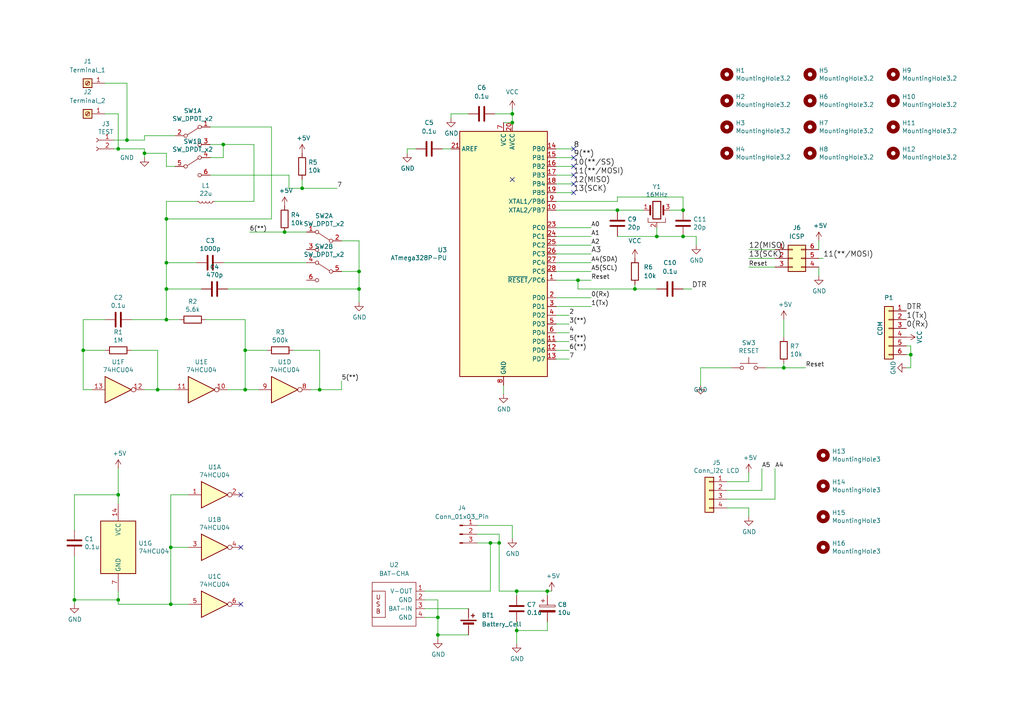
<source format=kicad_sch>
(kicad_sch (version 20230121) (generator eeschema)

  (uuid ca23b70d-3956-40dd-980b-01c84795f5de)

  (paper "A4")

  (title_block
    (date "jeu. 02 avril 2015")
  )

  (lib_symbols
    (symbol "5351_lo_pro-rescue:ATmega328P-PU-MCU_Microchip_ATmega" (in_bom yes) (on_board yes)
      (property "Reference" "U" (at -12.7 36.83 0)
        (effects (font (size 1.27 1.27)) (justify left bottom))
      )
      (property "Value" "ATmega328P-PU-MCU_Microchip_ATmega" (at 2.54 -36.83 0)
        (effects (font (size 1.27 1.27)) (justify left top))
      )
      (property "Footprint" "Package_DIP:DIP-28_W7.62mm" (at 0 0 0)
        (effects (font (size 1.27 1.27) italic) hide)
      )
      (property "Datasheet" "" (at 0 0 0)
        (effects (font (size 1.27 1.27)) hide)
      )
      (property "ki_fp_filters" "DIP*W7.62mm*" (at 0 0 0)
        (effects (font (size 1.27 1.27)) hide)
      )
      (symbol "ATmega328P-PU-MCU_Microchip_ATmega_0_1"
        (rectangle (start -12.7 -35.56) (end 12.7 35.56)
          (stroke (width 0.254) (type default))
          (fill (type background))
        )
      )
      (symbol "ATmega328P-PU-MCU_Microchip_ATmega_1_1"
        (pin bidirectional line (at 15.24 -7.62 180) (length 2.54)
          (name "~{RESET}/PC6" (effects (font (size 1.27 1.27))))
          (number "1" (effects (font (size 1.27 1.27))))
        )
        (pin bidirectional line (at 15.24 12.7 180) (length 2.54)
          (name "XTAL2/PB7" (effects (font (size 1.27 1.27))))
          (number "10" (effects (font (size 1.27 1.27))))
        )
        (pin bidirectional line (at 15.24 -25.4 180) (length 2.54)
          (name "PD5" (effects (font (size 1.27 1.27))))
          (number "11" (effects (font (size 1.27 1.27))))
        )
        (pin bidirectional line (at 15.24 -27.94 180) (length 2.54)
          (name "PD6" (effects (font (size 1.27 1.27))))
          (number "12" (effects (font (size 1.27 1.27))))
        )
        (pin bidirectional line (at 15.24 -30.48 180) (length 2.54)
          (name "PD7" (effects (font (size 1.27 1.27))))
          (number "13" (effects (font (size 1.27 1.27))))
        )
        (pin bidirectional line (at 15.24 30.48 180) (length 2.54)
          (name "PB0" (effects (font (size 1.27 1.27))))
          (number "14" (effects (font (size 1.27 1.27))))
        )
        (pin bidirectional line (at 15.24 27.94 180) (length 2.54)
          (name "PB1" (effects (font (size 1.27 1.27))))
          (number "15" (effects (font (size 1.27 1.27))))
        )
        (pin bidirectional line (at 15.24 25.4 180) (length 2.54)
          (name "PB2" (effects (font (size 1.27 1.27))))
          (number "16" (effects (font (size 1.27 1.27))))
        )
        (pin bidirectional line (at 15.24 22.86 180) (length 2.54)
          (name "PB3" (effects (font (size 1.27 1.27))))
          (number "17" (effects (font (size 1.27 1.27))))
        )
        (pin bidirectional line (at 15.24 20.32 180) (length 2.54)
          (name "PB4" (effects (font (size 1.27 1.27))))
          (number "18" (effects (font (size 1.27 1.27))))
        )
        (pin bidirectional line (at 15.24 17.78 180) (length 2.54)
          (name "PB5" (effects (font (size 1.27 1.27))))
          (number "19" (effects (font (size 1.27 1.27))))
        )
        (pin bidirectional line (at 15.24 -12.7 180) (length 2.54)
          (name "PD0" (effects (font (size 1.27 1.27))))
          (number "2" (effects (font (size 1.27 1.27))))
        )
        (pin power_in line (at 2.54 38.1 270) (length 2.54)
          (name "AVCC" (effects (font (size 1.27 1.27))))
          (number "20" (effects (font (size 1.27 1.27))))
        )
        (pin passive line (at -15.24 30.48 0) (length 2.54)
          (name "AREF" (effects (font (size 1.27 1.27))))
          (number "21" (effects (font (size 1.27 1.27))))
        )
        (pin passive line (at 0 -38.1 90) (length 2.54) hide
          (name "GND" (effects (font (size 1.27 1.27))))
          (number "22" (effects (font (size 1.27 1.27))))
        )
        (pin bidirectional line (at 15.24 7.62 180) (length 2.54)
          (name "PC0" (effects (font (size 1.27 1.27))))
          (number "23" (effects (font (size 1.27 1.27))))
        )
        (pin bidirectional line (at 15.24 5.08 180) (length 2.54)
          (name "PC1" (effects (font (size 1.27 1.27))))
          (number "24" (effects (font (size 1.27 1.27))))
        )
        (pin bidirectional line (at 15.24 2.54 180) (length 2.54)
          (name "PC2" (effects (font (size 1.27 1.27))))
          (number "25" (effects (font (size 1.27 1.27))))
        )
        (pin bidirectional line (at 15.24 0 180) (length 2.54)
          (name "PC3" (effects (font (size 1.27 1.27))))
          (number "26" (effects (font (size 1.27 1.27))))
        )
        (pin bidirectional line (at 15.24 -2.54 180) (length 2.54)
          (name "PC4" (effects (font (size 1.27 1.27))))
          (number "27" (effects (font (size 1.27 1.27))))
        )
        (pin bidirectional line (at 15.24 -5.08 180) (length 2.54)
          (name "PC5" (effects (font (size 1.27 1.27))))
          (number "28" (effects (font (size 1.27 1.27))))
        )
        (pin bidirectional line (at 15.24 -15.24 180) (length 2.54)
          (name "PD1" (effects (font (size 1.27 1.27))))
          (number "3" (effects (font (size 1.27 1.27))))
        )
        (pin bidirectional line (at 15.24 -17.78 180) (length 2.54)
          (name "PD2" (effects (font (size 1.27 1.27))))
          (number "4" (effects (font (size 1.27 1.27))))
        )
        (pin bidirectional line (at 15.24 -20.32 180) (length 2.54)
          (name "PD3" (effects (font (size 1.27 1.27))))
          (number "5" (effects (font (size 1.27 1.27))))
        )
        (pin bidirectional line (at 15.24 -22.86 180) (length 2.54)
          (name "PD4" (effects (font (size 1.27 1.27))))
          (number "6" (effects (font (size 1.27 1.27))))
        )
        (pin power_in line (at 0 38.1 270) (length 2.54)
          (name "VCC" (effects (font (size 1.27 1.27))))
          (number "7" (effects (font (size 1.27 1.27))))
        )
        (pin power_in line (at 0 -38.1 90) (length 2.54)
          (name "GND" (effects (font (size 1.27 1.27))))
          (number "8" (effects (font (size 1.27 1.27))))
        )
        (pin bidirectional line (at 15.24 15.24 180) (length 2.54)
          (name "XTAL1/PB6" (effects (font (size 1.27 1.27))))
          (number "9" (effects (font (size 1.27 1.27))))
        )
      )
    )
    (symbol "74xx:74HC04" (in_bom yes) (on_board yes)
      (property "Reference" "U" (at 0 1.27 0)
        (effects (font (size 1.27 1.27)))
      )
      (property "Value" "74HC04" (at 0 -1.27 0)
        (effects (font (size 1.27 1.27)))
      )
      (property "Footprint" "" (at 0 0 0)
        (effects (font (size 1.27 1.27)) hide)
      )
      (property "Datasheet" "https://assets.nexperia.com/documents/data-sheet/74HC_HCT04.pdf" (at 0 0 0)
        (effects (font (size 1.27 1.27)) hide)
      )
      (property "ki_locked" "" (at 0 0 0)
        (effects (font (size 1.27 1.27)))
      )
      (property "ki_keywords" "HCMOS not inv" (at 0 0 0)
        (effects (font (size 1.27 1.27)) hide)
      )
      (property "ki_description" "Hex Inverter" (at 0 0 0)
        (effects (font (size 1.27 1.27)) hide)
      )
      (property "ki_fp_filters" "DIP*W7.62mm* SSOP?14* TSSOP?14*" (at 0 0 0)
        (effects (font (size 1.27 1.27)) hide)
      )
      (symbol "74HC04_1_0"
        (polyline
          (pts
            (xy -3.81 3.81)
            (xy -3.81 -3.81)
            (xy 3.81 0)
            (xy -3.81 3.81)
          )
          (stroke (width 0.254) (type default))
          (fill (type background))
        )
        (pin input line (at -7.62 0 0) (length 3.81)
          (name "~" (effects (font (size 1.27 1.27))))
          (number "1" (effects (font (size 1.27 1.27))))
        )
        (pin output inverted (at 7.62 0 180) (length 3.81)
          (name "~" (effects (font (size 1.27 1.27))))
          (number "2" (effects (font (size 1.27 1.27))))
        )
      )
      (symbol "74HC04_2_0"
        (polyline
          (pts
            (xy -3.81 3.81)
            (xy -3.81 -3.81)
            (xy 3.81 0)
            (xy -3.81 3.81)
          )
          (stroke (width 0.254) (type default))
          (fill (type background))
        )
        (pin input line (at -7.62 0 0) (length 3.81)
          (name "~" (effects (font (size 1.27 1.27))))
          (number "3" (effects (font (size 1.27 1.27))))
        )
        (pin output inverted (at 7.62 0 180) (length 3.81)
          (name "~" (effects (font (size 1.27 1.27))))
          (number "4" (effects (font (size 1.27 1.27))))
        )
      )
      (symbol "74HC04_3_0"
        (polyline
          (pts
            (xy -3.81 3.81)
            (xy -3.81 -3.81)
            (xy 3.81 0)
            (xy -3.81 3.81)
          )
          (stroke (width 0.254) (type default))
          (fill (type background))
        )
        (pin input line (at -7.62 0 0) (length 3.81)
          (name "~" (effects (font (size 1.27 1.27))))
          (number "5" (effects (font (size 1.27 1.27))))
        )
        (pin output inverted (at 7.62 0 180) (length 3.81)
          (name "~" (effects (font (size 1.27 1.27))))
          (number "6" (effects (font (size 1.27 1.27))))
        )
      )
      (symbol "74HC04_4_0"
        (polyline
          (pts
            (xy -3.81 3.81)
            (xy -3.81 -3.81)
            (xy 3.81 0)
            (xy -3.81 3.81)
          )
          (stroke (width 0.254) (type default))
          (fill (type background))
        )
        (pin output inverted (at 7.62 0 180) (length 3.81)
          (name "~" (effects (font (size 1.27 1.27))))
          (number "8" (effects (font (size 1.27 1.27))))
        )
        (pin input line (at -7.62 0 0) (length 3.81)
          (name "~" (effects (font (size 1.27 1.27))))
          (number "9" (effects (font (size 1.27 1.27))))
        )
      )
      (symbol "74HC04_5_0"
        (polyline
          (pts
            (xy -3.81 3.81)
            (xy -3.81 -3.81)
            (xy 3.81 0)
            (xy -3.81 3.81)
          )
          (stroke (width 0.254) (type default))
          (fill (type background))
        )
        (pin output inverted (at 7.62 0 180) (length 3.81)
          (name "~" (effects (font (size 1.27 1.27))))
          (number "10" (effects (font (size 1.27 1.27))))
        )
        (pin input line (at -7.62 0 0) (length 3.81)
          (name "~" (effects (font (size 1.27 1.27))))
          (number "11" (effects (font (size 1.27 1.27))))
        )
      )
      (symbol "74HC04_6_0"
        (polyline
          (pts
            (xy -3.81 3.81)
            (xy -3.81 -3.81)
            (xy 3.81 0)
            (xy -3.81 3.81)
          )
          (stroke (width 0.254) (type default))
          (fill (type background))
        )
        (pin output inverted (at 7.62 0 180) (length 3.81)
          (name "~" (effects (font (size 1.27 1.27))))
          (number "12" (effects (font (size 1.27 1.27))))
        )
        (pin input line (at -7.62 0 0) (length 3.81)
          (name "~" (effects (font (size 1.27 1.27))))
          (number "13" (effects (font (size 1.27 1.27))))
        )
      )
      (symbol "74HC04_7_0"
        (pin power_in line (at 0 12.7 270) (length 5.08)
          (name "VCC" (effects (font (size 1.27 1.27))))
          (number "14" (effects (font (size 1.27 1.27))))
        )
        (pin power_in line (at 0 -12.7 90) (length 5.08)
          (name "GND" (effects (font (size 1.27 1.27))))
          (number "7" (effects (font (size 1.27 1.27))))
        )
      )
      (symbol "74HC04_7_1"
        (rectangle (start -5.08 7.62) (end 5.08 -7.62)
          (stroke (width 0.254) (type default))
          (fill (type background))
        )
      )
    )
    (symbol "Connector:Conn_01x02_Female" (pin_names (offset 1.016) hide) (in_bom yes) (on_board yes)
      (property "Reference" "J" (at 0 2.54 0)
        (effects (font (size 1.27 1.27)))
      )
      (property "Value" "Connector_Conn_01x02_Female" (at 0 -5.08 0)
        (effects (font (size 1.27 1.27)))
      )
      (property "Footprint" "" (at 0 0 0)
        (effects (font (size 1.27 1.27)) hide)
      )
      (property "Datasheet" "" (at 0 0 0)
        (effects (font (size 1.27 1.27)) hide)
      )
      (property "ki_fp_filters" "Connector*:*_1x??_*" (at 0 0 0)
        (effects (font (size 1.27 1.27)) hide)
      )
      (symbol "Conn_01x02_Female_1_1"
        (arc (start 0 -2.032) (mid -0.5058 -2.54) (end 0 -3.048)
          (stroke (width 0.1524) (type solid))
          (fill (type none))
        )
        (polyline
          (pts
            (xy -1.27 -2.54)
            (xy -0.508 -2.54)
          )
          (stroke (width 0.1524) (type solid))
          (fill (type none))
        )
        (polyline
          (pts
            (xy -1.27 0)
            (xy -0.508 0)
          )
          (stroke (width 0.1524) (type solid))
          (fill (type none))
        )
        (arc (start 0 0.508) (mid -0.5058 0) (end 0 -0.508)
          (stroke (width 0.1524) (type solid))
          (fill (type none))
        )
        (pin passive line (at -5.08 0 0) (length 3.81)
          (name "Pin_1" (effects (font (size 1.27 1.27))))
          (number "1" (effects (font (size 1.27 1.27))))
        )
        (pin passive line (at -5.08 -2.54 0) (length 3.81)
          (name "Pin_2" (effects (font (size 1.27 1.27))))
          (number "2" (effects (font (size 1.27 1.27))))
        )
      )
    )
    (symbol "Connector:Conn_01x03_Pin" (pin_names (offset 1.016) hide) (in_bom yes) (on_board yes)
      (property "Reference" "J" (at 0 5.08 0)
        (effects (font (size 1.27 1.27)))
      )
      (property "Value" "Conn_01x03_Pin" (at 0 -5.08 0)
        (effects (font (size 1.27 1.27)))
      )
      (property "Footprint" "" (at 0 0 0)
        (effects (font (size 1.27 1.27)) hide)
      )
      (property "Datasheet" "~" (at 0 0 0)
        (effects (font (size 1.27 1.27)) hide)
      )
      (property "ki_locked" "" (at 0 0 0)
        (effects (font (size 1.27 1.27)))
      )
      (property "ki_keywords" "connector" (at 0 0 0)
        (effects (font (size 1.27 1.27)) hide)
      )
      (property "ki_description" "Generic connector, single row, 01x03, script generated" (at 0 0 0)
        (effects (font (size 1.27 1.27)) hide)
      )
      (property "ki_fp_filters" "Connector*:*_1x??_*" (at 0 0 0)
        (effects (font (size 1.27 1.27)) hide)
      )
      (symbol "Conn_01x03_Pin_1_1"
        (polyline
          (pts
            (xy 1.27 -2.54)
            (xy 0.8636 -2.54)
          )
          (stroke (width 0.1524) (type default))
          (fill (type none))
        )
        (polyline
          (pts
            (xy 1.27 0)
            (xy 0.8636 0)
          )
          (stroke (width 0.1524) (type default))
          (fill (type none))
        )
        (polyline
          (pts
            (xy 1.27 2.54)
            (xy 0.8636 2.54)
          )
          (stroke (width 0.1524) (type default))
          (fill (type none))
        )
        (rectangle (start 0.8636 -2.413) (end 0 -2.667)
          (stroke (width 0.1524) (type default))
          (fill (type outline))
        )
        (rectangle (start 0.8636 0.127) (end 0 -0.127)
          (stroke (width 0.1524) (type default))
          (fill (type outline))
        )
        (rectangle (start 0.8636 2.667) (end 0 2.413)
          (stroke (width 0.1524) (type default))
          (fill (type outline))
        )
        (pin passive line (at 5.08 2.54 180) (length 3.81)
          (name "Pin_1" (effects (font (size 1.27 1.27))))
          (number "1" (effects (font (size 1.27 1.27))))
        )
        (pin passive line (at 5.08 0 180) (length 3.81)
          (name "Pin_2" (effects (font (size 1.27 1.27))))
          (number "2" (effects (font (size 1.27 1.27))))
        )
        (pin passive line (at 5.08 -2.54 180) (length 3.81)
          (name "Pin_3" (effects (font (size 1.27 1.27))))
          (number "3" (effects (font (size 1.27 1.27))))
        )
      )
    )
    (symbol "Connector:Screw_Terminal_01x01" (pin_names (offset 1.016) hide) (in_bom yes) (on_board yes)
      (property "Reference" "J" (at 0 2.54 0)
        (effects (font (size 1.27 1.27)))
      )
      (property "Value" "Screw_Terminal_01x01" (at 0 -2.54 0)
        (effects (font (size 1.27 1.27)))
      )
      (property "Footprint" "" (at 0 0 0)
        (effects (font (size 1.27 1.27)) hide)
      )
      (property "Datasheet" "~" (at 0 0 0)
        (effects (font (size 1.27 1.27)) hide)
      )
      (property "ki_keywords" "screw terminal" (at 0 0 0)
        (effects (font (size 1.27 1.27)) hide)
      )
      (property "ki_description" "Generic screw terminal, single row, 01x01, script generated (kicad-library-utils/schlib/autogen/connector/)" (at 0 0 0)
        (effects (font (size 1.27 1.27)) hide)
      )
      (property "ki_fp_filters" "TerminalBlock*:*" (at 0 0 0)
        (effects (font (size 1.27 1.27)) hide)
      )
      (symbol "Screw_Terminal_01x01_1_1"
        (rectangle (start -1.27 1.27) (end 1.27 -1.27)
          (stroke (width 0.254) (type default))
          (fill (type background))
        )
        (polyline
          (pts
            (xy -0.5334 0.3302)
            (xy 0.3302 -0.508)
          )
          (stroke (width 0.1524) (type default))
          (fill (type none))
        )
        (polyline
          (pts
            (xy -0.3556 0.508)
            (xy 0.508 -0.3302)
          )
          (stroke (width 0.1524) (type default))
          (fill (type none))
        )
        (circle (center 0 0) (radius 0.635)
          (stroke (width 0.1524) (type default))
          (fill (type none))
        )
        (pin passive line (at -5.08 0 0) (length 3.81)
          (name "Pin_1" (effects (font (size 1.27 1.27))))
          (number "1" (effects (font (size 1.27 1.27))))
        )
      )
    )
    (symbol "Connector_Generic:Conn_01x04" (pin_names (offset 1.016) hide) (in_bom yes) (on_board yes)
      (property "Reference" "J" (at 0 5.08 0)
        (effects (font (size 1.27 1.27)))
      )
      (property "Value" "Conn_01x04" (at 0 -7.62 0)
        (effects (font (size 1.27 1.27)))
      )
      (property "Footprint" "" (at 0 0 0)
        (effects (font (size 1.27 1.27)) hide)
      )
      (property "Datasheet" "~" (at 0 0 0)
        (effects (font (size 1.27 1.27)) hide)
      )
      (property "ki_keywords" "connector" (at 0 0 0)
        (effects (font (size 1.27 1.27)) hide)
      )
      (property "ki_description" "Generic connector, single row, 01x04, script generated (kicad-library-utils/schlib/autogen/connector/)" (at 0 0 0)
        (effects (font (size 1.27 1.27)) hide)
      )
      (property "ki_fp_filters" "Connector*:*_1x??_*" (at 0 0 0)
        (effects (font (size 1.27 1.27)) hide)
      )
      (symbol "Conn_01x04_1_1"
        (rectangle (start -1.27 -4.953) (end 0 -5.207)
          (stroke (width 0.1524) (type default))
          (fill (type none))
        )
        (rectangle (start -1.27 -2.413) (end 0 -2.667)
          (stroke (width 0.1524) (type default))
          (fill (type none))
        )
        (rectangle (start -1.27 0.127) (end 0 -0.127)
          (stroke (width 0.1524) (type default))
          (fill (type none))
        )
        (rectangle (start -1.27 2.667) (end 0 2.413)
          (stroke (width 0.1524) (type default))
          (fill (type none))
        )
        (rectangle (start -1.27 3.81) (end 1.27 -6.35)
          (stroke (width 0.254) (type default))
          (fill (type background))
        )
        (pin passive line (at -5.08 2.54 0) (length 3.81)
          (name "Pin_1" (effects (font (size 1.27 1.27))))
          (number "1" (effects (font (size 1.27 1.27))))
        )
        (pin passive line (at -5.08 0 0) (length 3.81)
          (name "Pin_2" (effects (font (size 1.27 1.27))))
          (number "2" (effects (font (size 1.27 1.27))))
        )
        (pin passive line (at -5.08 -2.54 0) (length 3.81)
          (name "Pin_3" (effects (font (size 1.27 1.27))))
          (number "3" (effects (font (size 1.27 1.27))))
        )
        (pin passive line (at -5.08 -5.08 0) (length 3.81)
          (name "Pin_4" (effects (font (size 1.27 1.27))))
          (number "4" (effects (font (size 1.27 1.27))))
        )
      )
    )
    (symbol "Connector_Generic:Conn_01x06" (pin_names (offset 1.016) hide) (in_bom yes) (on_board yes)
      (property "Reference" "J" (at 0 7.62 0)
        (effects (font (size 1.27 1.27)))
      )
      (property "Value" "Conn_01x06" (at 0 -10.16 0)
        (effects (font (size 1.27 1.27)))
      )
      (property "Footprint" "" (at 0 0 0)
        (effects (font (size 1.27 1.27)) hide)
      )
      (property "Datasheet" "~" (at 0 0 0)
        (effects (font (size 1.27 1.27)) hide)
      )
      (property "ki_keywords" "connector" (at 0 0 0)
        (effects (font (size 1.27 1.27)) hide)
      )
      (property "ki_description" "Generic connector, single row, 01x06, script generated (kicad-library-utils/schlib/autogen/connector/)" (at 0 0 0)
        (effects (font (size 1.27 1.27)) hide)
      )
      (property "ki_fp_filters" "Connector*:*_1x??_*" (at 0 0 0)
        (effects (font (size 1.27 1.27)) hide)
      )
      (symbol "Conn_01x06_1_1"
        (rectangle (start -1.27 -7.493) (end 0 -7.747)
          (stroke (width 0.1524) (type default))
          (fill (type none))
        )
        (rectangle (start -1.27 -4.953) (end 0 -5.207)
          (stroke (width 0.1524) (type default))
          (fill (type none))
        )
        (rectangle (start -1.27 -2.413) (end 0 -2.667)
          (stroke (width 0.1524) (type default))
          (fill (type none))
        )
        (rectangle (start -1.27 0.127) (end 0 -0.127)
          (stroke (width 0.1524) (type default))
          (fill (type none))
        )
        (rectangle (start -1.27 2.667) (end 0 2.413)
          (stroke (width 0.1524) (type default))
          (fill (type none))
        )
        (rectangle (start -1.27 5.207) (end 0 4.953)
          (stroke (width 0.1524) (type default))
          (fill (type none))
        )
        (rectangle (start -1.27 6.35) (end 1.27 -8.89)
          (stroke (width 0.254) (type default))
          (fill (type background))
        )
        (pin passive line (at -5.08 5.08 0) (length 3.81)
          (name "Pin_1" (effects (font (size 1.27 1.27))))
          (number "1" (effects (font (size 1.27 1.27))))
        )
        (pin passive line (at -5.08 2.54 0) (length 3.81)
          (name "Pin_2" (effects (font (size 1.27 1.27))))
          (number "2" (effects (font (size 1.27 1.27))))
        )
        (pin passive line (at -5.08 0 0) (length 3.81)
          (name "Pin_3" (effects (font (size 1.27 1.27))))
          (number "3" (effects (font (size 1.27 1.27))))
        )
        (pin passive line (at -5.08 -2.54 0) (length 3.81)
          (name "Pin_4" (effects (font (size 1.27 1.27))))
          (number "4" (effects (font (size 1.27 1.27))))
        )
        (pin passive line (at -5.08 -5.08 0) (length 3.81)
          (name "Pin_5" (effects (font (size 1.27 1.27))))
          (number "5" (effects (font (size 1.27 1.27))))
        )
        (pin passive line (at -5.08 -7.62 0) (length 3.81)
          (name "Pin_6" (effects (font (size 1.27 1.27))))
          (number "6" (effects (font (size 1.27 1.27))))
        )
      )
    )
    (symbol "Connector_Generic:Conn_02x03_Counter_Clockwise" (pin_names (offset 1.016) hide) (in_bom yes) (on_board yes)
      (property "Reference" "J" (at 1.27 5.08 0)
        (effects (font (size 1.27 1.27)))
      )
      (property "Value" "Conn_02x03_Counter_Clockwise" (at 1.27 -5.08 0)
        (effects (font (size 1.27 1.27)))
      )
      (property "Footprint" "" (at 0 0 0)
        (effects (font (size 1.27 1.27)) hide)
      )
      (property "Datasheet" "~" (at 0 0 0)
        (effects (font (size 1.27 1.27)) hide)
      )
      (property "ki_keywords" "connector" (at 0 0 0)
        (effects (font (size 1.27 1.27)) hide)
      )
      (property "ki_description" "Generic connector, double row, 02x03, counter clockwise pin numbering scheme (similar to DIP package numbering), script generated (kicad-library-utils/schlib/autogen/connector/)" (at 0 0 0)
        (effects (font (size 1.27 1.27)) hide)
      )
      (property "ki_fp_filters" "Connector*:*_2x??_*" (at 0 0 0)
        (effects (font (size 1.27 1.27)) hide)
      )
      (symbol "Conn_02x03_Counter_Clockwise_1_1"
        (rectangle (start -1.27 -2.413) (end 0 -2.667)
          (stroke (width 0.1524) (type default))
          (fill (type none))
        )
        (rectangle (start -1.27 0.127) (end 0 -0.127)
          (stroke (width 0.1524) (type default))
          (fill (type none))
        )
        (rectangle (start -1.27 2.667) (end 0 2.413)
          (stroke (width 0.1524) (type default))
          (fill (type none))
        )
        (rectangle (start -1.27 3.81) (end 3.81 -3.81)
          (stroke (width 0.254) (type default))
          (fill (type background))
        )
        (rectangle (start 3.81 -2.413) (end 2.54 -2.667)
          (stroke (width 0.1524) (type default))
          (fill (type none))
        )
        (rectangle (start 3.81 0.127) (end 2.54 -0.127)
          (stroke (width 0.1524) (type default))
          (fill (type none))
        )
        (rectangle (start 3.81 2.667) (end 2.54 2.413)
          (stroke (width 0.1524) (type default))
          (fill (type none))
        )
        (pin passive line (at -5.08 2.54 0) (length 3.81)
          (name "Pin_1" (effects (font (size 1.27 1.27))))
          (number "1" (effects (font (size 1.27 1.27))))
        )
        (pin passive line (at -5.08 0 0) (length 3.81)
          (name "Pin_2" (effects (font (size 1.27 1.27))))
          (number "2" (effects (font (size 1.27 1.27))))
        )
        (pin passive line (at -5.08 -2.54 0) (length 3.81)
          (name "Pin_3" (effects (font (size 1.27 1.27))))
          (number "3" (effects (font (size 1.27 1.27))))
        )
        (pin passive line (at 7.62 -2.54 180) (length 3.81)
          (name "Pin_4" (effects (font (size 1.27 1.27))))
          (number "4" (effects (font (size 1.27 1.27))))
        )
        (pin passive line (at 7.62 0 180) (length 3.81)
          (name "Pin_5" (effects (font (size 1.27 1.27))))
          (number "5" (effects (font (size 1.27 1.27))))
        )
        (pin passive line (at 7.62 2.54 180) (length 3.81)
          (name "Pin_6" (effects (font (size 1.27 1.27))))
          (number "6" (effects (font (size 1.27 1.27))))
        )
      )
    )
    (symbol "Device:Battery_Cell" (pin_numbers hide) (pin_names (offset 0) hide) (in_bom yes) (on_board yes)
      (property "Reference" "BT" (at 2.54 2.54 0)
        (effects (font (size 1.27 1.27)) (justify left))
      )
      (property "Value" "Battery_Cell" (at 2.54 0 0)
        (effects (font (size 1.27 1.27)) (justify left))
      )
      (property "Footprint" "" (at 0 1.524 90)
        (effects (font (size 1.27 1.27)) hide)
      )
      (property "Datasheet" "~" (at 0 1.524 90)
        (effects (font (size 1.27 1.27)) hide)
      )
      (property "ki_keywords" "battery cell" (at 0 0 0)
        (effects (font (size 1.27 1.27)) hide)
      )
      (property "ki_description" "Single-cell battery" (at 0 0 0)
        (effects (font (size 1.27 1.27)) hide)
      )
      (symbol "Battery_Cell_0_1"
        (rectangle (start -2.286 1.778) (end 2.286 1.524)
          (stroke (width 0) (type default))
          (fill (type outline))
        )
        (rectangle (start -1.524 1.016) (end 1.524 0.508)
          (stroke (width 0) (type default))
          (fill (type outline))
        )
        (polyline
          (pts
            (xy 0 0.762)
            (xy 0 0)
          )
          (stroke (width 0) (type default))
          (fill (type none))
        )
        (polyline
          (pts
            (xy 0 1.778)
            (xy 0 2.54)
          )
          (stroke (width 0) (type default))
          (fill (type none))
        )
        (polyline
          (pts
            (xy 0.762 3.048)
            (xy 1.778 3.048)
          )
          (stroke (width 0.254) (type default))
          (fill (type none))
        )
        (polyline
          (pts
            (xy 1.27 3.556)
            (xy 1.27 2.54)
          )
          (stroke (width 0.254) (type default))
          (fill (type none))
        )
      )
      (symbol "Battery_Cell_1_1"
        (pin passive line (at 0 5.08 270) (length 2.54)
          (name "+" (effects (font (size 1.27 1.27))))
          (number "1" (effects (font (size 1.27 1.27))))
        )
        (pin passive line (at 0 -2.54 90) (length 2.54)
          (name "-" (effects (font (size 1.27 1.27))))
          (number "2" (effects (font (size 1.27 1.27))))
        )
      )
    )
    (symbol "Device:C" (pin_numbers hide) (pin_names (offset 0.254)) (in_bom yes) (on_board yes)
      (property "Reference" "C" (at 0.635 2.54 0)
        (effects (font (size 1.27 1.27)) (justify left))
      )
      (property "Value" "C" (at 0.635 -2.54 0)
        (effects (font (size 1.27 1.27)) (justify left))
      )
      (property "Footprint" "" (at 0.9652 -3.81 0)
        (effects (font (size 1.27 1.27)) hide)
      )
      (property "Datasheet" "~" (at 0 0 0)
        (effects (font (size 1.27 1.27)) hide)
      )
      (property "ki_keywords" "cap capacitor" (at 0 0 0)
        (effects (font (size 1.27 1.27)) hide)
      )
      (property "ki_description" "Unpolarized capacitor" (at 0 0 0)
        (effects (font (size 1.27 1.27)) hide)
      )
      (property "ki_fp_filters" "C_*" (at 0 0 0)
        (effects (font (size 1.27 1.27)) hide)
      )
      (symbol "C_0_1"
        (polyline
          (pts
            (xy -2.032 -0.762)
            (xy 2.032 -0.762)
          )
          (stroke (width 0.508) (type default))
          (fill (type none))
        )
        (polyline
          (pts
            (xy -2.032 0.762)
            (xy 2.032 0.762)
          )
          (stroke (width 0.508) (type default))
          (fill (type none))
        )
      )
      (symbol "C_1_1"
        (pin passive line (at 0 3.81 270) (length 2.794)
          (name "~" (effects (font (size 1.27 1.27))))
          (number "1" (effects (font (size 1.27 1.27))))
        )
        (pin passive line (at 0 -3.81 90) (length 2.794)
          (name "~" (effects (font (size 1.27 1.27))))
          (number "2" (effects (font (size 1.27 1.27))))
        )
      )
    )
    (symbol "Device:CP" (pin_numbers hide) (pin_names (offset 0.254)) (in_bom yes) (on_board yes)
      (property "Reference" "C" (at 0.635 2.54 0)
        (effects (font (size 1.27 1.27)) (justify left))
      )
      (property "Value" "Device_CP" (at 0.635 -2.54 0)
        (effects (font (size 1.27 1.27)) (justify left))
      )
      (property "Footprint" "" (at 0.9652 -3.81 0)
        (effects (font (size 1.27 1.27)) hide)
      )
      (property "Datasheet" "" (at 0 0 0)
        (effects (font (size 1.27 1.27)) hide)
      )
      (property "ki_fp_filters" "CP_*" (at 0 0 0)
        (effects (font (size 1.27 1.27)) hide)
      )
      (symbol "CP_0_1"
        (rectangle (start -2.286 0.508) (end 2.286 1.016)
          (stroke (width 0) (type solid))
          (fill (type none))
        )
        (polyline
          (pts
            (xy -1.778 2.286)
            (xy -0.762 2.286)
          )
          (stroke (width 0) (type solid))
          (fill (type none))
        )
        (polyline
          (pts
            (xy -1.27 2.794)
            (xy -1.27 1.778)
          )
          (stroke (width 0) (type solid))
          (fill (type none))
        )
        (rectangle (start 2.286 -0.508) (end -2.286 -1.016)
          (stroke (width 0) (type solid))
          (fill (type outline))
        )
      )
      (symbol "CP_1_1"
        (pin passive line (at 0 3.81 270) (length 2.794)
          (name "~" (effects (font (size 1.27 1.27))))
          (number "1" (effects (font (size 1.27 1.27))))
        )
        (pin passive line (at 0 -3.81 90) (length 2.794)
          (name "~" (effects (font (size 1.27 1.27))))
          (number "2" (effects (font (size 1.27 1.27))))
        )
      )
    )
    (symbol "Device:Crystal_GND2" (pin_names (offset 1.016) hide) (in_bom yes) (on_board yes)
      (property "Reference" "Y" (at 0 5.715 0)
        (effects (font (size 1.27 1.27)))
      )
      (property "Value" "Crystal_GND2" (at 0 3.81 0)
        (effects (font (size 1.27 1.27)))
      )
      (property "Footprint" "" (at 0 0 0)
        (effects (font (size 1.27 1.27)) hide)
      )
      (property "Datasheet" "~" (at 0 0 0)
        (effects (font (size 1.27 1.27)) hide)
      )
      (property "ki_keywords" "quartz ceramic resonator oscillator" (at 0 0 0)
        (effects (font (size 1.27 1.27)) hide)
      )
      (property "ki_description" "Three pin crystal, GND on pin 2" (at 0 0 0)
        (effects (font (size 1.27 1.27)) hide)
      )
      (property "ki_fp_filters" "Crystal*" (at 0 0 0)
        (effects (font (size 1.27 1.27)) hide)
      )
      (symbol "Crystal_GND2_0_1"
        (rectangle (start -1.143 2.54) (end 1.143 -2.54)
          (stroke (width 0.3048) (type default))
          (fill (type none))
        )
        (polyline
          (pts
            (xy -2.54 0)
            (xy -1.905 0)
          )
          (stroke (width 0) (type default))
          (fill (type none))
        )
        (polyline
          (pts
            (xy -1.905 -1.27)
            (xy -1.905 1.27)
          )
          (stroke (width 0.508) (type default))
          (fill (type none))
        )
        (polyline
          (pts
            (xy 0 -3.81)
            (xy 0 -3.556)
          )
          (stroke (width 0) (type default))
          (fill (type none))
        )
        (polyline
          (pts
            (xy 1.905 0)
            (xy 2.54 0)
          )
          (stroke (width 0) (type default))
          (fill (type none))
        )
        (polyline
          (pts
            (xy 1.905 1.27)
            (xy 1.905 -1.27)
          )
          (stroke (width 0.508) (type default))
          (fill (type none))
        )
        (polyline
          (pts
            (xy -2.54 -2.286)
            (xy -2.54 -3.556)
            (xy 2.54 -3.556)
            (xy 2.54 -2.286)
          )
          (stroke (width 0) (type default))
          (fill (type none))
        )
      )
      (symbol "Crystal_GND2_1_1"
        (pin passive line (at -3.81 0 0) (length 1.27)
          (name "1" (effects (font (size 1.27 1.27))))
          (number "1" (effects (font (size 1.27 1.27))))
        )
        (pin passive line (at 0 -5.08 90) (length 1.27)
          (name "2" (effects (font (size 1.27 1.27))))
          (number "2" (effects (font (size 1.27 1.27))))
        )
        (pin passive line (at 3.81 0 180) (length 1.27)
          (name "3" (effects (font (size 1.27 1.27))))
          (number "3" (effects (font (size 1.27 1.27))))
        )
      )
    )
    (symbol "Device:L_Small" (pin_numbers hide) (pin_names (offset 0.254) hide) (in_bom yes) (on_board yes)
      (property "Reference" "L" (at 0.762 1.016 0)
        (effects (font (size 1.27 1.27)) (justify left))
      )
      (property "Value" "L_Small" (at 0.762 -1.016 0)
        (effects (font (size 1.27 1.27)) (justify left))
      )
      (property "Footprint" "" (at 0 0 0)
        (effects (font (size 1.27 1.27)) hide)
      )
      (property "Datasheet" "~" (at 0 0 0)
        (effects (font (size 1.27 1.27)) hide)
      )
      (property "ki_keywords" "inductor choke coil reactor magnetic" (at 0 0 0)
        (effects (font (size 1.27 1.27)) hide)
      )
      (property "ki_description" "Inductor, small symbol" (at 0 0 0)
        (effects (font (size 1.27 1.27)) hide)
      )
      (property "ki_fp_filters" "Choke_* *Coil* Inductor_* L_*" (at 0 0 0)
        (effects (font (size 1.27 1.27)) hide)
      )
      (symbol "L_Small_0_1"
        (arc (start 0 -2.032) (mid 0.5058 -1.524) (end 0 -1.016)
          (stroke (width 0) (type default))
          (fill (type none))
        )
        (arc (start 0 -1.016) (mid 0.5058 -0.508) (end 0 0)
          (stroke (width 0) (type default))
          (fill (type none))
        )
        (arc (start 0 0) (mid 0.5058 0.508) (end 0 1.016)
          (stroke (width 0) (type default))
          (fill (type none))
        )
        (arc (start 0 1.016) (mid 0.5058 1.524) (end 0 2.032)
          (stroke (width 0) (type default))
          (fill (type none))
        )
      )
      (symbol "L_Small_1_1"
        (pin passive line (at 0 2.54 270) (length 0.508)
          (name "~" (effects (font (size 1.27 1.27))))
          (number "1" (effects (font (size 1.27 1.27))))
        )
        (pin passive line (at 0 -2.54 90) (length 0.508)
          (name "~" (effects (font (size 1.27 1.27))))
          (number "2" (effects (font (size 1.27 1.27))))
        )
      )
    )
    (symbol "Device:R" (pin_numbers hide) (pin_names (offset 0)) (in_bom yes) (on_board yes)
      (property "Reference" "R" (at 2.032 0 90)
        (effects (font (size 1.27 1.27)))
      )
      (property "Value" "R" (at 0 0 90)
        (effects (font (size 1.27 1.27)))
      )
      (property "Footprint" "" (at -1.778 0 90)
        (effects (font (size 1.27 1.27)) hide)
      )
      (property "Datasheet" "~" (at 0 0 0)
        (effects (font (size 1.27 1.27)) hide)
      )
      (property "ki_keywords" "R res resistor" (at 0 0 0)
        (effects (font (size 1.27 1.27)) hide)
      )
      (property "ki_description" "Resistor" (at 0 0 0)
        (effects (font (size 1.27 1.27)) hide)
      )
      (property "ki_fp_filters" "R_*" (at 0 0 0)
        (effects (font (size 1.27 1.27)) hide)
      )
      (symbol "R_0_1"
        (rectangle (start -1.016 -2.54) (end 1.016 2.54)
          (stroke (width 0.254) (type default))
          (fill (type none))
        )
      )
      (symbol "R_1_1"
        (pin passive line (at 0 3.81 270) (length 1.27)
          (name "~" (effects (font (size 1.27 1.27))))
          (number "1" (effects (font (size 1.27 1.27))))
        )
        (pin passive line (at 0 -3.81 90) (length 1.27)
          (name "~" (effects (font (size 1.27 1.27))))
          (number "2" (effects (font (size 1.27 1.27))))
        )
      )
    )
    (symbol "GPS:USB-CHA" (pin_names (offset 1.016)) (in_bom yes) (on_board yes)
      (property "Reference" "U4" (at 16.51 -5.08 0)
        (effects (font (size 1.27 1.27)) (justify left))
      )
      (property "Value" "BAT-CHA" (at 16.51 -7.62 0)
        (effects (font (size 1.27 1.27)) (justify left))
      )
      (property "Footprint" "USB-CHARGER" (at 8.89 2.54 0)
        (effects (font (size 1.27 1.27)) hide)
      )
      (property "Datasheet" "" (at 0 0 0)
        (effects (font (size 1.27 1.27)) hide)
      )
      (symbol "USB-CHA_0_0"
        (text_box "U\nS\nB"
          (at 11.43 -1.27 0) (size 3.81 -7.62)
          (stroke (width 0) (type default))
          (fill (type none))
          (effects (font (size 1.27 1.27)) (justify left top))
        )
      )
      (symbol "USB-CHA_0_1"
        (rectangle (start 2.54 1.27) (end 15.24 -11.43)
          (stroke (width 0) (type default))
          (fill (type none))
        )
      )
      (symbol "USB-CHA_1_1"
        (pin power_out line (at 0 -1.27 0) (length 2.54)
          (name "V-OUT" (effects (font (size 1.27 1.27))))
          (number "1" (effects (font (size 1.27 1.27))))
        )
        (pin power_out line (at 0 -3.81 0) (length 2.54)
          (name "GND" (effects (font (size 1.27 1.27))))
          (number "2" (effects (font (size 1.27 1.27))))
        )
        (pin power_in line (at 0 -6.35 0) (length 2.54)
          (name "BAT-IN" (effects (font (size 1.27 1.27))))
          (number "3" (effects (font (size 1.27 1.27))))
        )
        (pin power_in line (at 0 -8.89 0) (length 2.54)
          (name "GND" (effects (font (size 1.27 1.27))))
          (number "4" (effects (font (size 1.27 1.27))))
        )
      )
    )
    (symbol "Mechanical:MountingHole" (pin_names (offset 1.016)) (in_bom yes) (on_board yes)
      (property "Reference" "H" (at 0 5.08 0)
        (effects (font (size 1.27 1.27)))
      )
      (property "Value" "MountingHole" (at 0 3.175 0)
        (effects (font (size 1.27 1.27)))
      )
      (property "Footprint" "" (at 0 0 0)
        (effects (font (size 1.27 1.27)) hide)
      )
      (property "Datasheet" "~" (at 0 0 0)
        (effects (font (size 1.27 1.27)) hide)
      )
      (property "ki_keywords" "mounting hole" (at 0 0 0)
        (effects (font (size 1.27 1.27)) hide)
      )
      (property "ki_description" "Mounting Hole without connection" (at 0 0 0)
        (effects (font (size 1.27 1.27)) hide)
      )
      (property "ki_fp_filters" "MountingHole*" (at 0 0 0)
        (effects (font (size 1.27 1.27)) hide)
      )
      (symbol "MountingHole_0_1"
        (circle (center 0 0) (radius 1.27)
          (stroke (width 1.27) (type default))
          (fill (type none))
        )
      )
    )
    (symbol "Switch:SW_DPDT_x2" (pin_names (offset 0) hide) (in_bom yes) (on_board yes)
      (property "Reference" "SW" (at 0 4.318 0)
        (effects (font (size 1.27 1.27)))
      )
      (property "Value" "SW_DPDT_x2" (at 0 -5.08 0)
        (effects (font (size 1.27 1.27)))
      )
      (property "Footprint" "" (at 0 0 0)
        (effects (font (size 1.27 1.27)) hide)
      )
      (property "Datasheet" "~" (at 0 0 0)
        (effects (font (size 1.27 1.27)) hide)
      )
      (property "ki_keywords" "switch dual-pole double-throw DPDT spdt ON-ON" (at 0 0 0)
        (effects (font (size 1.27 1.27)) hide)
      )
      (property "ki_description" "Switch, dual pole double throw, separate symbols" (at 0 0 0)
        (effects (font (size 1.27 1.27)) hide)
      )
      (property "ki_fp_filters" "SW*DPDT*" (at 0 0 0)
        (effects (font (size 1.27 1.27)) hide)
      )
      (symbol "SW_DPDT_x2_0_0"
        (circle (center -2.032 0) (radius 0.508)
          (stroke (width 0) (type default))
          (fill (type none))
        )
        (circle (center 2.032 -2.54) (radius 0.508)
          (stroke (width 0) (type default))
          (fill (type none))
        )
      )
      (symbol "SW_DPDT_x2_0_1"
        (polyline
          (pts
            (xy -1.524 0.254)
            (xy 1.651 2.286)
          )
          (stroke (width 0) (type default))
          (fill (type none))
        )
        (circle (center 2.032 2.54) (radius 0.508)
          (stroke (width 0) (type default))
          (fill (type none))
        )
      )
      (symbol "SW_DPDT_x2_1_1"
        (pin passive line (at 5.08 2.54 180) (length 2.54)
          (name "A" (effects (font (size 1.27 1.27))))
          (number "1" (effects (font (size 1.27 1.27))))
        )
        (pin passive line (at -5.08 0 0) (length 2.54)
          (name "B" (effects (font (size 1.27 1.27))))
          (number "2" (effects (font (size 1.27 1.27))))
        )
        (pin passive line (at 5.08 -2.54 180) (length 2.54)
          (name "C" (effects (font (size 1.27 1.27))))
          (number "3" (effects (font (size 1.27 1.27))))
        )
      )
      (symbol "SW_DPDT_x2_2_1"
        (pin passive line (at 5.08 2.54 180) (length 2.54)
          (name "A" (effects (font (size 1.27 1.27))))
          (number "4" (effects (font (size 1.27 1.27))))
        )
        (pin passive line (at -5.08 0 0) (length 2.54)
          (name "B" (effects (font (size 1.27 1.27))))
          (number "5" (effects (font (size 1.27 1.27))))
        )
        (pin passive line (at 5.08 -2.54 180) (length 2.54)
          (name "C" (effects (font (size 1.27 1.27))))
          (number "6" (effects (font (size 1.27 1.27))))
        )
      )
    )
    (symbol "Switch:SW_Push" (pin_numbers hide) (pin_names (offset 1.016) hide) (in_bom yes) (on_board yes)
      (property "Reference" "SW" (at 1.27 2.54 0)
        (effects (font (size 1.27 1.27)) (justify left))
      )
      (property "Value" "SW_Push" (at 0 -1.524 0)
        (effects (font (size 1.27 1.27)))
      )
      (property "Footprint" "" (at 0 5.08 0)
        (effects (font (size 1.27 1.27)) hide)
      )
      (property "Datasheet" "~" (at 0 5.08 0)
        (effects (font (size 1.27 1.27)) hide)
      )
      (property "ki_keywords" "switch normally-open pushbutton push-button" (at 0 0 0)
        (effects (font (size 1.27 1.27)) hide)
      )
      (property "ki_description" "Push button switch, generic, two pins" (at 0 0 0)
        (effects (font (size 1.27 1.27)) hide)
      )
      (symbol "SW_Push_0_1"
        (circle (center -2.032 0) (radius 0.508)
          (stroke (width 0) (type default))
          (fill (type none))
        )
        (polyline
          (pts
            (xy 0 1.27)
            (xy 0 3.048)
          )
          (stroke (width 0) (type default))
          (fill (type none))
        )
        (polyline
          (pts
            (xy 2.54 1.27)
            (xy -2.54 1.27)
          )
          (stroke (width 0) (type default))
          (fill (type none))
        )
        (circle (center 2.032 0) (radius 0.508)
          (stroke (width 0) (type default))
          (fill (type none))
        )
        (pin passive line (at -5.08 0 0) (length 2.54)
          (name "1" (effects (font (size 1.27 1.27))))
          (number "1" (effects (font (size 1.27 1.27))))
        )
        (pin passive line (at 5.08 0 180) (length 2.54)
          (name "2" (effects (font (size 1.27 1.27))))
          (number "2" (effects (font (size 1.27 1.27))))
        )
      )
    )
    (symbol "power:+5V" (power) (pin_names (offset 0)) (in_bom yes) (on_board yes)
      (property "Reference" "#PWR" (at 0 -3.81 0)
        (effects (font (size 1.27 1.27)) hide)
      )
      (property "Value" "+5V" (at 0 3.556 0)
        (effects (font (size 1.27 1.27)))
      )
      (property "Footprint" "" (at 0 0 0)
        (effects (font (size 1.27 1.27)) hide)
      )
      (property "Datasheet" "" (at 0 0 0)
        (effects (font (size 1.27 1.27)) hide)
      )
      (property "ki_keywords" "global power" (at 0 0 0)
        (effects (font (size 1.27 1.27)) hide)
      )
      (property "ki_description" "Power symbol creates a global label with name \"+5V\"" (at 0 0 0)
        (effects (font (size 1.27 1.27)) hide)
      )
      (symbol "+5V_0_1"
        (polyline
          (pts
            (xy -0.762 1.27)
            (xy 0 2.54)
          )
          (stroke (width 0) (type default))
          (fill (type none))
        )
        (polyline
          (pts
            (xy 0 0)
            (xy 0 2.54)
          )
          (stroke (width 0) (type default))
          (fill (type none))
        )
        (polyline
          (pts
            (xy 0 2.54)
            (xy 0.762 1.27)
          )
          (stroke (width 0) (type default))
          (fill (type none))
        )
      )
      (symbol "+5V_1_1"
        (pin power_in line (at 0 0 90) (length 0) hide
          (name "+5V" (effects (font (size 1.27 1.27))))
          (number "1" (effects (font (size 1.27 1.27))))
        )
      )
    )
    (symbol "power:GND" (power) (pin_names (offset 0)) (in_bom yes) (on_board yes)
      (property "Reference" "#PWR" (at 0 -6.35 0)
        (effects (font (size 1.27 1.27)) hide)
      )
      (property "Value" "GND" (at 0 -3.81 0)
        (effects (font (size 1.27 1.27)))
      )
      (property "Footprint" "" (at 0 0 0)
        (effects (font (size 1.27 1.27)) hide)
      )
      (property "Datasheet" "" (at 0 0 0)
        (effects (font (size 1.27 1.27)) hide)
      )
      (property "ki_keywords" "global power" (at 0 0 0)
        (effects (font (size 1.27 1.27)) hide)
      )
      (property "ki_description" "Power symbol creates a global label with name \"GND\" , ground" (at 0 0 0)
        (effects (font (size 1.27 1.27)) hide)
      )
      (symbol "GND_0_1"
        (polyline
          (pts
            (xy 0 0)
            (xy 0 -1.27)
            (xy 1.27 -1.27)
            (xy 0 -2.54)
            (xy -1.27 -1.27)
            (xy 0 -1.27)
          )
          (stroke (width 0) (type default))
          (fill (type none))
        )
      )
      (symbol "GND_1_1"
        (pin power_in line (at 0 0 270) (length 0) hide
          (name "GND" (effects (font (size 1.27 1.27))))
          (number "1" (effects (font (size 1.27 1.27))))
        )
      )
    )
    (symbol "power:VCC" (power) (pin_names (offset 0)) (in_bom yes) (on_board yes)
      (property "Reference" "#PWR" (at 0 -3.81 0)
        (effects (font (size 1.27 1.27)) hide)
      )
      (property "Value" "VCC" (at 0 3.81 0)
        (effects (font (size 1.27 1.27)))
      )
      (property "Footprint" "" (at 0 0 0)
        (effects (font (size 1.27 1.27)) hide)
      )
      (property "Datasheet" "" (at 0 0 0)
        (effects (font (size 1.27 1.27)) hide)
      )
      (property "ki_keywords" "global power" (at 0 0 0)
        (effects (font (size 1.27 1.27)) hide)
      )
      (property "ki_description" "Power symbol creates a global label with name \"VCC\"" (at 0 0 0)
        (effects (font (size 1.27 1.27)) hide)
      )
      (symbol "VCC_0_1"
        (polyline
          (pts
            (xy -0.762 1.27)
            (xy 0 2.54)
          )
          (stroke (width 0) (type default))
          (fill (type none))
        )
        (polyline
          (pts
            (xy 0 0)
            (xy 0 2.54)
          )
          (stroke (width 0) (type default))
          (fill (type none))
        )
        (polyline
          (pts
            (xy 0 2.54)
            (xy 0.762 1.27)
          )
          (stroke (width 0) (type default))
          (fill (type none))
        )
      )
      (symbol "VCC_1_1"
        (pin power_in line (at 0 0 90) (length 0) hide
          (name "VCC" (effects (font (size 1.27 1.27))))
          (number "1" (effects (font (size 1.27 1.27))))
        )
      )
    )
  )

  (junction (at 71.12 113.03) (diameter 0) (color 0 0 0 0)
    (uuid 0a9475d1-eb53-4688-ada8-db7ef57c9a90)
  )
  (junction (at 21.59 173.99) (diameter 0) (color 0 0 0 0)
    (uuid 1189cbd2-496c-4444-b879-5a7bfcdba564)
  )
  (junction (at 64.77 41.91) (diameter 0) (color 0 0 0 0)
    (uuid 305e67db-598f-4bba-b414-9011fe03c02a)
  )
  (junction (at 48.26 63.5) (diameter 0) (color 0 0 0 0)
    (uuid 3092d0c5-12e4-413d-b72c-1462958a8cf2)
  )
  (junction (at 148.59 33.02) (diameter 0) (color 0 0 0 0)
    (uuid 349e90d0-8090-4e89-8a3f-0dfb7b68b27f)
  )
  (junction (at 49.53 158.75) (diameter 0) (color 0 0 0 0)
    (uuid 34b58b6d-11a3-4769-ab0a-04274a2a2a45)
  )
  (junction (at 142.24 157.48) (diameter 0) (color 0 0 0 0)
    (uuid 3564c33d-b7d7-4b1d-a117-6967dd17044a)
  )
  (junction (at 34.29 143.51) (diameter 0) (color 0 0 0 0)
    (uuid 3ca13313-639b-42d6-a997-cfe1e94dac91)
  )
  (junction (at 190.5 68.58) (diameter 0) (color 0 0 0 0)
    (uuid 3d746c87-268b-4272-9303-ba1418eb3b57)
  )
  (junction (at 167.64 81.28) (diameter 0) (color 0 0 0 0)
    (uuid 4523cc00-e1c6-4a26-afa3-b0a4f5a9162d)
  )
  (junction (at 48.26 76.2) (diameter 0) (color 0 0 0 0)
    (uuid 577f19fd-da31-4a7c-946f-ac88bbd1ce02)
  )
  (junction (at 144.78 157.48) (diameter 0) (color 0 0 0 0)
    (uuid 5b4ef8d5-0f8e-4e33-ae7e-d6b9d83ea0b3)
  )
  (junction (at 148.59 35.56) (diameter 0) (color 0 0 0 0)
    (uuid 6641baa5-fd5d-451f-bf55-25ec9948cef7)
  )
  (junction (at 82.55 67.31) (diameter 0) (color 0 0 0 0)
    (uuid 6a951522-6cf8-486a-aefa-e211f20ce5c6)
  )
  (junction (at 24.13 101.6) (diameter 0) (color 0 0 0 0)
    (uuid 6b56bdfb-826b-4c66-901c-e2d658f5c5cf)
  )
  (junction (at 48.26 83.82) (diameter 0) (color 0 0 0 0)
    (uuid 754e8261-cd72-4359-ac9c-477af31aa300)
  )
  (junction (at 198.12 60.96) (diameter 0) (color 0 0 0 0)
    (uuid 766da2b8-185e-4971-b752-a19bb619b8ea)
  )
  (junction (at 41.91 44.45) (diameter 0) (color 0 0 0 0)
    (uuid 7ad29bfc-05d6-4e27-b621-43a141c7ad7e)
  )
  (junction (at 36.83 40.64) (diameter 0) (color 0 0 0 0)
    (uuid 81a3a41e-7216-4149-bff0-d0f6995d34ad)
  )
  (junction (at 104.14 83.82) (diameter 0) (color 0 0 0 0)
    (uuid 86cf30e6-cc91-4200-855b-4fef40a579be)
  )
  (junction (at 104.14 78.74) (diameter 0) (color 0 0 0 0)
    (uuid 88712c5c-c527-48f9-860c-9b46dbd9a387)
  )
  (junction (at 127 179.07) (diameter 0) (color 0 0 0 0)
    (uuid 8c543962-cd61-4e7f-8950-1b0884e0e015)
  )
  (junction (at 34.29 43.18) (diameter 0) (color 0 0 0 0)
    (uuid 98e5c95f-151f-4178-a347-51f7df5e88fd)
  )
  (junction (at 34.29 173.99) (diameter 0) (color 0 0 0 0)
    (uuid 990bbf62-b605-4a00-a26f-4d265bef4cdc)
  )
  (junction (at 149.86 182.88) (diameter 0) (color 0 0 0 0)
    (uuid a10a4cb7-c7a7-469f-909d-1202fb7f9b32)
  )
  (junction (at 227.33 106.68) (diameter 0) (color 0 0 0 0)
    (uuid a1fd8e16-f1a6-4a04-bd48-e5dc2ce41831)
  )
  (junction (at 92.71 113.03) (diameter 0) (color 0 0 0 0)
    (uuid a9a20163-f4e9-4f50-882c-c610b69b4684)
  )
  (junction (at 158.75 171.45) (diameter 0) (color 0 0 0 0)
    (uuid b1f618e0-6ed2-47f6-9fd9-f42c4ed25ddb)
  )
  (junction (at 48.26 92.71) (diameter 0) (color 0 0 0 0)
    (uuid b545c9f9-80ec-49da-84e1-624406fa4236)
  )
  (junction (at 87.63 54.61) (diameter 0) (color 0 0 0 0)
    (uuid b7364e63-a7f5-466d-ab91-bcea23cf091e)
  )
  (junction (at 45.72 113.03) (diameter 0) (color 0 0 0 0)
    (uuid c16d8931-e683-4688-9ded-b95ae2f1db01)
  )
  (junction (at 184.15 83.82) (diameter 0) (color 0 0 0 0)
    (uuid c2af5284-f563-4696-ba34-a44ef740d2d8)
  )
  (junction (at 149.86 171.45) (diameter 0) (color 0 0 0 0)
    (uuid d37d9de8-dd6a-43cf-9c10-2b4403e49faa)
  )
  (junction (at 264.16 102.87) (diameter 0) (color 0 0 0 0)
    (uuid df7b511c-b4de-4722-b057-9099986b8b9c)
  )
  (junction (at 49.53 175.26) (diameter 0) (color 0 0 0 0)
    (uuid e2315173-6f01-48c1-a5b1-09df58bda5d4)
  )
  (junction (at 127 184.15) (diameter 0) (color 0 0 0 0)
    (uuid e3d0091f-e970-4fd2-8f6e-91095ebcb8dc)
  )
  (junction (at 71.12 101.6) (diameter 0) (color 0 0 0 0)
    (uuid e679b8c8-1dcf-4b2e-9310-92f1f9aa0072)
  )
  (junction (at 179.07 60.96) (diameter 0) (color 0 0 0 0)
    (uuid e864cc3f-dfda-4357-9dd5-42391ee516ac)
  )
  (junction (at 198.12 68.58) (diameter 0) (color 0 0 0 0)
    (uuid ec9db981-8d81-4038-90fc-d328f42b43ef)
  )

  (no_connect (at 166.37 43.18) (uuid 026d3795-33b4-439d-8160-79ed337bfa39))
  (no_connect (at 166.37 55.88) (uuid 12ef9898-b90e-4b84-ad1e-205a5b84176f))
  (no_connect (at 69.85 158.75) (uuid 1bd9bbf4-dc6e-4c6f-9376-cdad723fd248))
  (no_connect (at 69.85 143.51) (uuid 94b81eb4-4a33-4b72-af88-d3022ca01416))
  (no_connect (at 166.37 53.34) (uuid b5b0d712-a0ba-48bd-aaa3-3682e93a8da2))
  (no_connect (at 148.59 52.07) (uuid b98b174e-970d-47c2-8582-9680e1ca112a))
  (no_connect (at 166.37 50.8) (uuid bdbaef74-823d-4c4b-b25d-af29a0f7d04b))
  (no_connect (at 166.37 45.72) (uuid d1202305-7b88-4af3-b836-14a67d49d18c))
  (no_connect (at 166.37 48.26) (uuid eb7bc668-27e5-4306-a552-64e6c72e8ab6))
  (no_connect (at 69.85 175.26) (uuid edb90a46-eaaf-42c7-bf8e-73cc366bd82f))

  (wire (pts (xy 146.05 114.3) (xy 146.05 111.76))
    (stroke (width 0) (type default))
    (uuid 014a8e44-18d8-46d1-9b52-de46ffb2a774)
  )
  (wire (pts (xy 24.13 92.71) (xy 30.48 92.71))
    (stroke (width 0) (type default))
    (uuid 029c709d-ffae-4b49-8433-d432b47e79cf)
  )
  (wire (pts (xy 54.61 175.26) (xy 49.53 175.26))
    (stroke (width 0) (type default))
    (uuid 05eb1c29-e96c-4364-a816-0cd22abdc0fd)
  )
  (wire (pts (xy 135.89 184.15) (xy 127 184.15))
    (stroke (width 0) (type default))
    (uuid 068276d9-2e08-4c13-93ad-829d54745af6)
  )
  (wire (pts (xy 34.29 173.99) (xy 34.29 171.45))
    (stroke (width 0) (type default))
    (uuid 06feb9a8-4aa0-455b-a470-42f1e595b229)
  )
  (wire (pts (xy 87.63 54.61) (xy 97.79 54.61))
    (stroke (width 0) (type default))
    (uuid 090dbafc-ce19-42b8-9e34-bce7b1f96d30)
  )
  (wire (pts (xy 33.02 43.18) (xy 34.29 43.18))
    (stroke (width 0) (type default))
    (uuid 0b506f87-8047-4023-8b99-4f990e113778)
  )
  (wire (pts (xy 49.53 143.51) (xy 54.61 143.51))
    (stroke (width 0) (type default))
    (uuid 0bbfd143-d20e-49f4-9a75-d4fe886907a7)
  )
  (wire (pts (xy 161.29 99.06) (xy 165.1 99.06))
    (stroke (width 0) (type default))
    (uuid 0ef58314-6915-4c7f-9790-4f614672a256)
  )
  (wire (pts (xy 142.24 157.48) (xy 142.24 171.45))
    (stroke (width 0) (type default))
    (uuid 122f77bc-92ef-4aa8-9c4d-5052b96cd699)
  )
  (wire (pts (xy 161.29 86.36) (xy 171.45 86.36))
    (stroke (width 0) (type default))
    (uuid 12c1391f-6203-4ce8-a84c-3b8296194e36)
  )
  (wire (pts (xy 237.49 74.93) (xy 238.76 74.93))
    (stroke (width 0) (type default))
    (uuid 12eb81e1-c527-493c-b86e-c26ca8eb7197)
  )
  (wire (pts (xy 34.29 43.18) (xy 41.91 43.18))
    (stroke (width 0) (type default))
    (uuid 137e966c-f971-4d60-9643-3f827dad1ee3)
  )
  (wire (pts (xy 161.29 55.88) (xy 166.37 55.88))
    (stroke (width 0) (type default))
    (uuid 150c6cef-764c-4c80-82fc-53e75a570acd)
  )
  (wire (pts (xy 21.59 173.99) (xy 21.59 175.26))
    (stroke (width 0) (type default))
    (uuid 17f92a18-0117-43f3-8471-f900aa6d0314)
  )
  (wire (pts (xy 83.82 50.8) (xy 60.96 50.8))
    (stroke (width 0) (type default))
    (uuid 18805f38-6e60-4810-81cc-2515b0aff38e)
  )
  (wire (pts (xy 66.04 83.82) (xy 104.14 83.82))
    (stroke (width 0) (type default))
    (uuid 18f4010f-38e8-4acc-9cbe-203af89463d1)
  )
  (wire (pts (xy 161.29 50.8) (xy 166.37 50.8))
    (stroke (width 0) (type default))
    (uuid 1ad8c809-831c-4493-bac9-993ef7a30b65)
  )
  (wire (pts (xy 158.75 171.45) (xy 158.75 172.72))
    (stroke (width 0) (type default))
    (uuid 1bcda37c-8eeb-43f3-90f9-67869d48f052)
  )
  (wire (pts (xy 149.86 171.45) (xy 149.86 172.72))
    (stroke (width 0) (type default))
    (uuid 1cc5f0b2-52c9-4f0f-a628-b208520cd8ba)
  )
  (wire (pts (xy 161.29 93.98) (xy 165.1 93.98))
    (stroke (width 0) (type default))
    (uuid 1d7b20df-19a5-493d-8116-48f01a1f69ec)
  )
  (wire (pts (xy 57.15 58.42) (xy 48.26 58.42))
    (stroke (width 0) (type default))
    (uuid 1e7e241c-7886-496e-afff-1dabd0317150)
  )
  (wire (pts (xy 92.71 101.6) (xy 92.71 113.03))
    (stroke (width 0) (type default))
    (uuid 1e957099-cb4e-40b9-a03a-fbbd3b70290d)
  )
  (wire (pts (xy 217.17 77.47) (xy 224.79 77.47))
    (stroke (width 0) (type default))
    (uuid 1fcb091f-2482-4b02-9ee0-58d9fc53cb13)
  )
  (wire (pts (xy 161.29 48.26) (xy 166.37 48.26))
    (stroke (width 0) (type default))
    (uuid 21033e3d-3bfb-4b33-b4ed-7a2dcb513c4d)
  )
  (wire (pts (xy 60.96 41.91) (xy 64.77 41.91))
    (stroke (width 0) (type default))
    (uuid 2164010a-f05d-4f20-8826-a0c87f8ca247)
  )
  (wire (pts (xy 99.06 78.74) (xy 104.14 78.74))
    (stroke (width 0) (type default))
    (uuid 21f6bb9a-4b11-4bb1-a52e-b7623e03e506)
  )
  (wire (pts (xy 48.26 76.2) (xy 48.26 83.82))
    (stroke (width 0) (type default))
    (uuid 23e27c3a-5372-42c2-9258-b8485cf8c341)
  )
  (wire (pts (xy 71.12 101.6) (xy 71.12 113.03))
    (stroke (width 0) (type default))
    (uuid 24264be0-9abf-451d-9a96-f84351504d3c)
  )
  (wire (pts (xy 167.64 83.82) (xy 184.15 83.82))
    (stroke (width 0) (type default))
    (uuid 245a4aa5-3709-43cf-bac5-0410552cd131)
  )
  (wire (pts (xy 123.19 176.53) (xy 135.89 176.53))
    (stroke (width 0) (type default))
    (uuid 24f2f957-78fa-449e-a65f-8d88634a44a9)
  )
  (wire (pts (xy 71.12 113.03) (xy 74.93 113.03))
    (stroke (width 0) (type default))
    (uuid 26257a39-b59e-4359-bb01-b4ff3843231e)
  )
  (wire (pts (xy 60.96 45.72) (xy 64.77 45.72))
    (stroke (width 0) (type default))
    (uuid 28301db3-989c-4758-bffd-89007260ae9f)
  )
  (wire (pts (xy 167.64 81.28) (xy 171.45 81.28))
    (stroke (width 0) (type default))
    (uuid 2abc7616-ca8c-4707-8889-56ae865b8473)
  )
  (wire (pts (xy 210.82 139.7) (xy 217.17 139.7))
    (stroke (width 0) (type default))
    (uuid 2af0367b-a89e-41df-bd23-f7f075175c93)
  )
  (wire (pts (xy 92.71 113.03) (xy 99.06 113.03))
    (stroke (width 0) (type default))
    (uuid 2b40c2c4-8f22-4823-a51a-d7ad86af6a49)
  )
  (wire (pts (xy 64.77 45.72) (xy 64.77 41.91))
    (stroke (width 0) (type default))
    (uuid 2bab4707-007c-43d9-b695-0a4d1866ae8e)
  )
  (wire (pts (xy 48.26 63.5) (xy 78.74 63.5))
    (stroke (width 0) (type default))
    (uuid 2bf41393-6891-4089-8050-28c90105cd51)
  )
  (wire (pts (xy 41.91 44.45) (xy 48.26 44.45))
    (stroke (width 0) (type default))
    (uuid 2cd44333-92ae-41d1-bb02-0c30231bb7f4)
  )
  (wire (pts (xy 24.13 113.03) (xy 24.13 101.6))
    (stroke (width 0) (type default))
    (uuid 303c88d1-b6c8-4e6d-ba6d-e1b97dac24b0)
  )
  (wire (pts (xy 54.61 158.75) (xy 49.53 158.75))
    (stroke (width 0) (type default))
    (uuid 314f5896-3ce1-42ce-a046-5ed85de0ba09)
  )
  (wire (pts (xy 161.29 104.14) (xy 165.1 104.14))
    (stroke (width 0) (type default))
    (uuid 328c4270-1c6d-4412-b34b-e8435bd3f38b)
  )
  (wire (pts (xy 179.07 68.58) (xy 190.5 68.58))
    (stroke (width 0) (type default))
    (uuid 357615c5-f1e5-42e8-89ee-8fef740f64f7)
  )
  (wire (pts (xy 158.75 171.45) (xy 160.02 171.45))
    (stroke (width 0) (type default))
    (uuid 359c82ac-17d8-4cde-8319-cf22a630209f)
  )
  (wire (pts (xy 99.06 110.49) (xy 99.06 113.03))
    (stroke (width 0) (type default))
    (uuid 3aa9429f-b175-4ea6-b4e3-41f19ab691fb)
  )
  (wire (pts (xy 82.55 67.31) (xy 88.9 67.31))
    (stroke (width 0) (type default))
    (uuid 3b17d91d-396d-459c-8f8e-53775837647b)
  )
  (wire (pts (xy 21.59 143.51) (xy 21.59 153.67))
    (stroke (width 0) (type default))
    (uuid 3da676fc-f8fe-467a-8fc9-f4ed0aead2fa)
  )
  (wire (pts (xy 77.47 101.6) (xy 71.12 101.6))
    (stroke (width 0) (type default))
    (uuid 3ecb96b2-c6c9-49bb-b3b2-3a7afb79a517)
  )
  (wire (pts (xy 72.39 67.31) (xy 82.55 67.31))
    (stroke (width 0) (type default))
    (uuid 3edd934f-b3b2-45f2-9f0a-f1508320e8ad)
  )
  (wire (pts (xy 190.5 68.58) (xy 198.12 68.58))
    (stroke (width 0) (type default))
    (uuid 3f577a73-781a-4896-bc6e-57d816519bb4)
  )
  (wire (pts (xy 33.02 40.64) (xy 36.83 40.64))
    (stroke (width 0) (type default))
    (uuid 402c4530-d9be-4b19-82a2-31a35900cfe7)
  )
  (wire (pts (xy 104.14 78.74) (xy 104.14 83.82))
    (stroke (width 0) (type default))
    (uuid 409e63b5-ab4c-4590-a642-406acebf780d)
  )
  (wire (pts (xy 41.91 40.64) (xy 41.91 39.37))
    (stroke (width 0) (type default))
    (uuid 4231abf1-b49b-46f4-a093-4a8796385d32)
  )
  (wire (pts (xy 60.96 36.83) (xy 78.74 36.83))
    (stroke (width 0) (type default))
    (uuid 42681864-df09-44b8-9aa3-a49a3bb2df1d)
  )
  (wire (pts (xy 217.17 72.39) (xy 224.79 72.39))
    (stroke (width 0) (type default))
    (uuid 42fdf737-84d7-4ab8-8290-a8aa18e8feb7)
  )
  (wire (pts (xy 227.33 97.79) (xy 227.33 92.71))
    (stroke (width 0) (type default))
    (uuid 4415f941-3a7c-403f-8a76-33ce1ae8b64a)
  )
  (wire (pts (xy 123.19 173.99) (xy 127 173.99))
    (stroke (width 0) (type default))
    (uuid 45619023-7161-4dc3-85b7-396cf2916239)
  )
  (wire (pts (xy 161.29 43.18) (xy 166.37 43.18))
    (stroke (width 0) (type default))
    (uuid 46d104f0-b0cc-44b0-85e3-ca07776975b8)
  )
  (wire (pts (xy 45.72 113.03) (xy 50.8 113.03))
    (stroke (width 0) (type default))
    (uuid 4eee3bb3-73b1-465c-b519-763921adcd79)
  )
  (wire (pts (xy 30.48 24.13) (xy 36.83 24.13))
    (stroke (width 0) (type default))
    (uuid 4fa3221d-bc04-4f8b-9a44-9c00c5a875df)
  )
  (wire (pts (xy 179.07 57.15) (xy 179.07 58.42))
    (stroke (width 0) (type default))
    (uuid 50200311-04f0-47e2-9a03-0c4d90504270)
  )
  (wire (pts (xy 148.59 35.56) (xy 146.05 35.56))
    (stroke (width 0) (type default))
    (uuid 505f1cf8-afe0-4820-9ee2-9c8c22b7117b)
  )
  (wire (pts (xy 158.75 180.34) (xy 158.75 182.88))
    (stroke (width 0) (type default))
    (uuid 5162e916-db86-4adc-b37b-5d42932fb8e2)
  )
  (wire (pts (xy 48.26 48.26) (xy 50.8 48.26))
    (stroke (width 0) (type default))
    (uuid 524b4c88-15b9-45f6-b66f-b9fe71f0f3b2)
  )
  (wire (pts (xy 149.86 182.88) (xy 149.86 180.34))
    (stroke (width 0) (type default))
    (uuid 543ccb44-5b6b-479f-9655-9209fe901d5f)
  )
  (wire (pts (xy 73.66 41.91) (xy 73.66 58.42))
    (stroke (width 0) (type default))
    (uuid 545bc7e1-7765-4df2-a365-b36203384026)
  )
  (wire (pts (xy 217.17 147.32) (xy 217.17 149.86))
    (stroke (width 0) (type default))
    (uuid 545bdd9c-9477-43c3-8c06-f9066cd9bd5c)
  )
  (wire (pts (xy 127 184.15) (xy 127 185.42))
    (stroke (width 0) (type default))
    (uuid 55483059-3f78-4eef-8f0d-a061804f4dd9)
  )
  (wire (pts (xy 161.29 73.66) (xy 171.45 73.66))
    (stroke (width 0) (type default))
    (uuid 566d6c4b-a114-44d1-af5e-46c52250aa10)
  )
  (wire (pts (xy 59.69 92.71) (xy 71.12 92.71))
    (stroke (width 0) (type default))
    (uuid 56779dde-1b49-4523-b5bc-5ea9d1bf6407)
  )
  (wire (pts (xy 34.29 175.26) (xy 49.53 175.26))
    (stroke (width 0) (type default))
    (uuid 585cf462-d552-4609-88d2-e67600550abb)
  )
  (wire (pts (xy 66.04 113.03) (xy 71.12 113.03))
    (stroke (width 0) (type default))
    (uuid 5ee446c7-f381-46e9-ba6f-84b722d856ba)
  )
  (wire (pts (xy 148.59 33.02) (xy 148.59 31.75))
    (stroke (width 0) (type default))
    (uuid 605b1e52-e725-4cd4-a209-aaa0655438b6)
  )
  (wire (pts (xy 264.16 106.68) (xy 262.89 106.68))
    (stroke (width 0) (type default))
    (uuid 61116715-570c-4aca-98a8-090ac2476603)
  )
  (wire (pts (xy 99.06 69.85) (xy 104.14 69.85))
    (stroke (width 0) (type default))
    (uuid 650941da-40fc-4e50-914f-6771c6fb94ec)
  )
  (wire (pts (xy 184.15 83.82) (xy 190.5 83.82))
    (stroke (width 0) (type default))
    (uuid 66a83705-57df-4d2e-a341-47499b762bbd)
  )
  (wire (pts (xy 85.09 101.6) (xy 92.71 101.6))
    (stroke (width 0) (type default))
    (uuid 66e58f83-7fa9-474a-aadc-cdc8182f9b37)
  )
  (wire (pts (xy 62.23 58.42) (xy 73.66 58.42))
    (stroke (width 0) (type default))
    (uuid 68c9b209-7578-4a25-9d12-cf836ff37ffa)
  )
  (wire (pts (xy 36.83 40.64) (xy 41.91 40.64))
    (stroke (width 0) (type default))
    (uuid 68cbf034-f9ab-4f68-b895-ec51f3afbe53)
  )
  (wire (pts (xy 144.78 171.45) (xy 149.86 171.45))
    (stroke (width 0) (type default))
    (uuid 6937a9c2-d5af-4c2d-93e1-c48a661288bf)
  )
  (wire (pts (xy 210.82 144.78) (xy 224.79 144.78))
    (stroke (width 0) (type default))
    (uuid 6b04f82d-1a39-4d8b-a802-70d06948fd66)
  )
  (wire (pts (xy 262.89 100.33) (xy 264.16 100.33))
    (stroke (width 0) (type default))
    (uuid 6b19458d-7d22-47e2-969b-8291470fb9ce)
  )
  (wire (pts (xy 222.25 106.68) (xy 227.33 106.68))
    (stroke (width 0) (type default))
    (uuid 6d06807a-94ff-4541-abf5-d380a814dcb3)
  )
  (wire (pts (xy 203.2 106.68) (xy 212.09 106.68))
    (stroke (width 0) (type default))
    (uuid 6d2efd61-2ad2-42ec-9b85-8d76ab3f689d)
  )
  (wire (pts (xy 71.12 92.71) (xy 71.12 101.6))
    (stroke (width 0) (type default))
    (uuid 6dc52a9a-a9a9-41a4-ab6f-5827999ba58a)
  )
  (wire (pts (xy 21.59 173.99) (xy 34.29 173.99))
    (stroke (width 0) (type default))
    (uuid 6ddbb6b3-5c05-495f-afa0-25d314f5b0f2)
  )
  (wire (pts (xy 48.26 83.82) (xy 48.26 92.71))
    (stroke (width 0) (type default))
    (uuid 6ece38a1-31b0-4680-a64d-c51ef67c2485)
  )
  (wire (pts (xy 161.29 88.9) (xy 171.45 88.9))
    (stroke (width 0) (type default))
    (uuid 6f5dcf38-88e2-4fd6-b1aa-b6160399a255)
  )
  (wire (pts (xy 167.64 81.28) (xy 167.64 83.82))
    (stroke (width 0) (type default))
    (uuid 6f5f8aff-016e-4e9e-91c4-a95d88e48a3f)
  )
  (wire (pts (xy 45.72 101.6) (xy 45.72 113.03))
    (stroke (width 0) (type default))
    (uuid 6fc0dde5-db7f-4059-9454-99c311ed9ab9)
  )
  (wire (pts (xy 184.15 82.55) (xy 184.15 83.82))
    (stroke (width 0) (type default))
    (uuid 70222b9f-ce1a-4d49-9004-0376fa04b91b)
  )
  (wire (pts (xy 78.74 36.83) (xy 78.74 63.5))
    (stroke (width 0) (type default))
    (uuid 731f8dd0-ae61-405a-ab1d-10feecdfccfd)
  )
  (wire (pts (xy 217.17 74.93) (xy 224.79 74.93))
    (stroke (width 0) (type default))
    (uuid 73da2984-4b80-426e-925a-435242a849cd)
  )
  (wire (pts (xy 41.91 39.37) (xy 50.8 39.37))
    (stroke (width 0) (type default))
    (uuid 7467d338-13db-4fef-83c0-84de21b2977f)
  )
  (wire (pts (xy 190.5 66.04) (xy 190.5 68.58))
    (stroke (width 0) (type default))
    (uuid 7674a76e-b4ea-44de-b329-d05f318a4809)
  )
  (wire (pts (xy 148.59 152.4) (xy 148.59 156.21))
    (stroke (width 0) (type default))
    (uuid 76df3e69-17e5-483f-bc5e-fd3de550d1bc)
  )
  (wire (pts (xy 57.15 76.2) (xy 48.26 76.2))
    (stroke (width 0) (type default))
    (uuid 780bfa48-d3c5-42f3-950c-4cd42cab4958)
  )
  (wire (pts (xy 36.83 24.13) (xy 36.83 40.64))
    (stroke (width 0) (type default))
    (uuid 7bc68c6b-3a8c-43dc-89e4-8acba3f19187)
  )
  (wire (pts (xy 179.07 58.42) (xy 161.29 58.42))
    (stroke (width 0) (type default))
    (uuid 7ca98188-1ff3-4718-b1af-f59d5be470eb)
  )
  (wire (pts (xy 92.71 113.03) (xy 90.17 113.03))
    (stroke (width 0) (type default))
    (uuid 7d1ca9e5-759d-4a1c-998a-46f70bfb4f6d)
  )
  (wire (pts (xy 161.29 60.96) (xy 179.07 60.96))
    (stroke (width 0) (type default))
    (uuid 7e5b53af-2a66-4b08-94f8-d45d154ac65a)
  )
  (wire (pts (xy 64.77 41.91) (xy 73.66 41.91))
    (stroke (width 0) (type default))
    (uuid 7eec5571-9389-4235-8c19-7949af759005)
  )
  (wire (pts (xy 161.29 53.34) (xy 166.37 53.34))
    (stroke (width 0) (type default))
    (uuid 801eee69-4dab-4c40-9753-97734f838d9f)
  )
  (wire (pts (xy 210.82 147.32) (xy 217.17 147.32))
    (stroke (width 0) (type default))
    (uuid 81545925-7856-483e-97b0-29ba084bd816)
  )
  (wire (pts (xy 41.91 43.18) (xy 41.91 44.45))
    (stroke (width 0) (type default))
    (uuid 82b0f867-e6f2-44ef-b151-fb9069ff9678)
  )
  (wire (pts (xy 118.11 43.18) (xy 118.11 44.45))
    (stroke (width 0) (type default))
    (uuid 84828cbe-14c1-432d-a09c-87fbd4fc7df6)
  )
  (wire (pts (xy 161.29 101.6) (xy 165.1 101.6))
    (stroke (width 0) (type default))
    (uuid 84f8dd08-4360-41c0-a2a0-1a3467556cd0)
  )
  (wire (pts (xy 220.98 135.89) (xy 220.98 142.24))
    (stroke (width 0) (type default))
    (uuid 8524df11-a102-496b-89aa-a158d14990d6)
  )
  (wire (pts (xy 144.78 154.94) (xy 144.78 157.48))
    (stroke (width 0) (type default))
    (uuid 85e06d83-3924-470d-aeba-cb63701c2595)
  )
  (wire (pts (xy 158.75 182.88) (xy 149.86 182.88))
    (stroke (width 0) (type default))
    (uuid 85e2d4ba-b5ff-498a-90eb-c101ebd1aba4)
  )
  (wire (pts (xy 143.51 33.02) (xy 148.59 33.02))
    (stroke (width 0) (type default))
    (uuid 8685bd04-cd12-440f-94cc-ae159a8bc29f)
  )
  (wire (pts (xy 34.29 33.02) (xy 34.29 43.18))
    (stroke (width 0) (type default))
    (uuid 86ef1b8a-778c-4eac-9d69-062a79154c19)
  )
  (wire (pts (xy 264.16 102.87) (xy 262.89 102.87))
    (stroke (width 0) (type default))
    (uuid 8992874a-14d0-44ea-bd99-f065c8081f7d)
  )
  (wire (pts (xy 48.26 63.5) (xy 48.26 76.2))
    (stroke (width 0) (type default))
    (uuid 899be83e-12bb-499f-89cd-0b3c9bf673d7)
  )
  (wire (pts (xy 227.33 106.68) (xy 233.68 106.68))
    (stroke (width 0) (type default))
    (uuid 8f8993ae-2f95-4fb2-9ce8-c18a2e99540d)
  )
  (wire (pts (xy 49.53 175.26) (xy 49.53 158.75))
    (stroke (width 0) (type default))
    (uuid 9123d175-ebde-45db-b149-a4f74ab06730)
  )
  (wire (pts (xy 38.1 101.6) (xy 45.72 101.6))
    (stroke (width 0) (type default))
    (uuid 952f752f-a10c-4074-8bd4-fe1fa511830b)
  )
  (wire (pts (xy 48.26 83.82) (xy 58.42 83.82))
    (stroke (width 0) (type default))
    (uuid 99d2e178-614c-44f9-aed9-d682c015b87c)
  )
  (wire (pts (xy 83.82 54.61) (xy 83.82 50.8))
    (stroke (width 0) (type default))
    (uuid 9e38f10b-28a1-4022-a3f4-09b0253abba3)
  )
  (wire (pts (xy 194.31 60.96) (xy 198.12 60.96))
    (stroke (width 0) (type default))
    (uuid 9e76b12d-db29-498e-b887-13ff69fd52f6)
  )
  (wire (pts (xy 30.48 101.6) (xy 24.13 101.6))
    (stroke (width 0) (type default))
    (uuid 9f7788b5-392d-46d5-8a7d-da429196d102)
  )
  (wire (pts (xy 179.07 60.96) (xy 186.69 60.96))
    (stroke (width 0) (type default))
    (uuid a041bf2a-48ad-4544-900c-23c77764eea1)
  )
  (wire (pts (xy 198.12 83.82) (xy 200.66 83.82))
    (stroke (width 0) (type default))
    (uuid a056a0a2-b210-4ade-9fb1-812fd57ba8ee)
  )
  (wire (pts (xy 128.27 43.18) (xy 130.81 43.18))
    (stroke (width 0) (type default))
    (uuid a2100e8e-3376-46b4-885a-bfd5d59de634)
  )
  (wire (pts (xy 237.49 69.85) (xy 237.49 72.39))
    (stroke (width 0) (type default))
    (uuid a3320b9c-2b47-4512-a2f3-65a4f0f2eb95)
  )
  (wire (pts (xy 201.93 68.58) (xy 201.93 71.12))
    (stroke (width 0) (type default))
    (uuid a5ef40dc-a6ca-42d3-8e32-221cfd0051e6)
  )
  (wire (pts (xy 149.86 182.88) (xy 149.86 186.69))
    (stroke (width 0) (type default))
    (uuid a60f0ac1-973b-4f86-8a65-fb49d051cb7a)
  )
  (wire (pts (xy 227.33 105.41) (xy 227.33 106.68))
    (stroke (width 0) (type default))
    (uuid a752cbbd-0495-4495-b448-62b928bc6f65)
  )
  (wire (pts (xy 138.43 152.4) (xy 148.59 152.4))
    (stroke (width 0) (type default))
    (uuid ab306616-9b62-4c6e-9537-54781a748813)
  )
  (wire (pts (xy 24.13 101.6) (xy 24.13 92.71))
    (stroke (width 0) (type default))
    (uuid abde0aba-ea33-4e89-9efd-9ab588a65bfe)
  )
  (wire (pts (xy 210.82 142.24) (xy 220.98 142.24))
    (stroke (width 0) (type default))
    (uuid ad58662e-6b94-4321-8fcd-76670204ebb4)
  )
  (wire (pts (xy 264.16 100.33) (xy 264.16 102.87))
    (stroke (width 0) (type default))
    (uuid ad9170b0-ed8d-4873-a9b2-fedb0a22fd9b)
  )
  (wire (pts (xy 127 184.15) (xy 127 179.07))
    (stroke (width 0) (type default))
    (uuid ae8c7493-3c46-4a73-bc36-978757c400a2)
  )
  (wire (pts (xy 161.29 45.72) (xy 166.37 45.72))
    (stroke (width 0) (type default))
    (uuid b3ae7891-c25e-4311-92f8-b0ea1bedd948)
  )
  (wire (pts (xy 161.29 71.12) (xy 171.45 71.12))
    (stroke (width 0) (type default))
    (uuid b3b62bb1-3c17-4ec5-b7ff-2b1840cff615)
  )
  (wire (pts (xy 198.12 68.58) (xy 201.93 68.58))
    (stroke (width 0) (type default))
    (uuid b6248721-644f-42d0-a9dc-a8cd57e2aa88)
  )
  (wire (pts (xy 21.59 161.29) (xy 21.59 173.99))
    (stroke (width 0) (type default))
    (uuid b6d45cd8-7134-4b9a-9b84-64724c2cdaa7)
  )
  (wire (pts (xy 87.63 54.61) (xy 87.63 52.07))
    (stroke (width 0) (type default))
    (uuid b707b621-cbd1-4a1d-b487-1100adafce57)
  )
  (wire (pts (xy 130.81 33.02) (xy 130.81 34.29))
    (stroke (width 0) (type default))
    (uuid b86fd054-ee4f-4063-aab1-138e6d56c688)
  )
  (wire (pts (xy 161.29 96.52) (xy 165.1 96.52))
    (stroke (width 0) (type default))
    (uuid b8d0a0e6-9b64-4ca9-a3a1-441662555852)
  )
  (wire (pts (xy 123.19 171.45) (xy 142.24 171.45))
    (stroke (width 0) (type default))
    (uuid b8f244c6-9d08-4dc7-a4dc-4f1b9115f77b)
  )
  (wire (pts (xy 161.29 68.58) (xy 171.45 68.58))
    (stroke (width 0) (type default))
    (uuid bb66282e-c744-4d03-af0c-c1a9880e24eb)
  )
  (wire (pts (xy 38.1 92.71) (xy 48.26 92.71))
    (stroke (width 0) (type default))
    (uuid bc3345e6-f21c-44c8-96a6-ecc9e35f67f0)
  )
  (wire (pts (xy 144.78 157.48) (xy 144.78 171.45))
    (stroke (width 0) (type default))
    (uuid bd32be11-19c9-4224-9d31-b788c83b310b)
  )
  (wire (pts (xy 264.16 102.87) (xy 264.16 106.68))
    (stroke (width 0) (type default))
    (uuid be0ef9f3-3276-4b3f-8b75-c0cb32af31dc)
  )
  (wire (pts (xy 41.91 113.03) (xy 45.72 113.03))
    (stroke (width 0) (type default))
    (uuid bf58fbb5-968f-48c8-9fc4-48feb23206e1)
  )
  (wire (pts (xy 161.29 66.04) (xy 171.45 66.04))
    (stroke (width 0) (type default))
    (uuid c19639d0-12f4-4838-9532-3c2347d325da)
  )
  (wire (pts (xy 104.14 83.82) (xy 104.14 87.63))
    (stroke (width 0) (type default))
    (uuid c5c10ba1-7a15-4a17-a0ab-46a5534e1cee)
  )
  (wire (pts (xy 34.29 143.51) (xy 34.29 146.05))
    (stroke (width 0) (type default))
    (uuid c6f9029b-f3e4-4e78-abd9-2438d0394052)
  )
  (wire (pts (xy 127 179.07) (xy 127 173.99))
    (stroke (width 0) (type default))
    (uuid c86bcf13-2f12-4507-993b-034ae8e30027)
  )
  (wire (pts (xy 104.14 69.85) (xy 104.14 78.74))
    (stroke (width 0) (type default))
    (uuid c8f627ba-1a68-4325-85a3-abfc4a64042d)
  )
  (wire (pts (xy 34.29 173.99) (xy 34.29 175.26))
    (stroke (width 0) (type default))
    (uuid cb424fd1-2cc6-4b70-8ebe-622c9941286d)
  )
  (wire (pts (xy 64.77 76.2) (xy 88.9 76.2))
    (stroke (width 0) (type default))
    (uuid cd23f716-863a-4346-8b77-5b5d3e6ff5cb)
  )
  (wire (pts (xy 48.26 92.71) (xy 52.07 92.71))
    (stroke (width 0) (type default))
    (uuid ceb39c1a-f2d8-4f4e-b7f0-8827c270733d)
  )
  (wire (pts (xy 161.29 81.28) (xy 167.64 81.28))
    (stroke (width 0) (type default))
    (uuid cee95c49-c56c-48a8-b1c6-25f04546eca3)
  )
  (wire (pts (xy 161.29 76.2) (xy 171.45 76.2))
    (stroke (width 0) (type default))
    (uuid d093ec98-0a54-4183-8cbe-384dec3fcb6d)
  )
  (wire (pts (xy 203.2 106.68) (xy 203.2 111.76))
    (stroke (width 0) (type default))
    (uuid d10b69c3-89fe-4ecd-bb4b-cbbd819328e8)
  )
  (wire (pts (xy 49.53 158.75) (xy 49.53 143.51))
    (stroke (width 0) (type default))
    (uuid d3a6c0a9-bb1b-4d62-88f5-d62d1ab03f3e)
  )
  (wire (pts (xy 130.81 33.02) (xy 135.89 33.02))
    (stroke (width 0) (type default))
    (uuid d6b219ea-7fb6-4d3d-bbf3-20a89ab46e0c)
  )
  (wire (pts (xy 41.91 44.45) (xy 41.91 45.72))
    (stroke (width 0) (type default))
    (uuid da841dc7-6ba4-4821-b7d8-a27edf493b49)
  )
  (wire (pts (xy 148.59 33.02) (xy 148.59 35.56))
    (stroke (width 0) (type default))
    (uuid dce3f9f8-2096-425d-93a0-f178769a6ba9)
  )
  (wire (pts (xy 118.11 43.18) (xy 120.65 43.18))
    (stroke (width 0) (type default))
    (uuid dd24ab2b-df89-4b00-bfe7-9de19bfddd39)
  )
  (wire (pts (xy 198.12 57.15) (xy 198.12 60.96))
    (stroke (width 0) (type default))
    (uuid df9d6812-5f8b-4e01-a49c-f8bae877c3a2)
  )
  (wire (pts (xy 217.17 139.7) (xy 217.17 137.16))
    (stroke (width 0) (type default))
    (uuid e1048a45-7379-4ad3-b04d-4f13284f8a07)
  )
  (wire (pts (xy 161.29 78.74) (xy 171.45 78.74))
    (stroke (width 0) (type default))
    (uuid e1ca49a8-d5be-4aa9-9306-7b7884d06c85)
  )
  (wire (pts (xy 26.67 113.03) (xy 24.13 113.03))
    (stroke (width 0) (type default))
    (uuid e5a486a8-c2f2-443d-a067-e25f5b93b936)
  )
  (wire (pts (xy 237.49 77.47) (xy 237.49 80.01))
    (stroke (width 0) (type default))
    (uuid e88608eb-49d0-4ac6-93b3-b2f8fb1943f4)
  )
  (wire (pts (xy 138.43 157.48) (xy 142.24 157.48))
    (stroke (width 0) (type default))
    (uuid ea864141-5872-43a0-bb3a-3754b879a5bd)
  )
  (wire (pts (xy 48.26 44.45) (xy 48.26 48.26))
    (stroke (width 0) (type default))
    (uuid ed9a4fcd-ec49-474a-8ffa-d9bdc953fff6)
  )
  (wire (pts (xy 123.19 179.07) (xy 127 179.07))
    (stroke (width 0) (type default))
    (uuid edfdff0d-0cda-4b29-9049-80eb12eb526a)
  )
  (wire (pts (xy 30.48 33.02) (xy 34.29 33.02))
    (stroke (width 0) (type default))
    (uuid eee0e275-3384-43d2-acb9-5e6f279c9dbe)
  )
  (wire (pts (xy 48.26 58.42) (xy 48.26 63.5))
    (stroke (width 0) (type default))
    (uuid efa05424-e7ea-4a2e-a1a4-880cef022648)
  )
  (wire (pts (xy 149.86 171.45) (xy 158.75 171.45))
    (stroke (width 0) (type default))
    (uuid f91e3ed1-6c93-46fd-8c41-e4ae8eb901ee)
  )
  (wire (pts (xy 83.82 54.61) (xy 87.63 54.61))
    (stroke (width 0) (type default))
    (uuid fbcaa444-7a50-4929-b22c-cf4ff81c0b8b)
  )
  (wire (pts (xy 161.29 91.44) (xy 165.1 91.44))
    (stroke (width 0) (type default))
    (uuid fc4ceed1-ba6b-4942-8259-120c68ebe283)
  )
  (wire (pts (xy 21.59 143.51) (xy 34.29 143.51))
    (stroke (width 0) (type default))
    (uuid fc6159ff-7bec-4604-897a-0b30928923eb)
  )
  (wire (pts (xy 34.29 135.89) (xy 34.29 143.51))
    (stroke (width 0) (type default))
    (uuid fcaefcfb-e35f-419f-a846-6dd8734e0f18)
  )
  (wire (pts (xy 198.12 57.15) (xy 179.07 57.15))
    (stroke (width 0) (type default))
    (uuid fe753b5d-d52c-439f-b348-9a24cc46a52c)
  )
  (wire (pts (xy 142.24 157.48) (xy 144.78 157.48))
    (stroke (width 0) (type default))
    (uuid ff2019a8-9999-4c64-8cea-18f14ef66162)
  )
  (wire (pts (xy 224.79 135.89) (xy 224.79 144.78))
    (stroke (width 0) (type default))
    (uuid ff2da454-7247-4a51-9da2-6904c79bad8a)
  )
  (wire (pts (xy 138.43 154.94) (xy 144.78 154.94))
    (stroke (width 0) (type default))
    (uuid ff349e0f-75d0-4da8-aeb9-a3b436268bce)
  )

  (label "A5(SCL)" (at 171.45 78.74 0) (fields_autoplaced)
    (effects (font (size 1.27 1.27)) (justify left bottom))
    (uuid 033c637d-4d0b-43b2-a034-58d1df2af0fb)
  )
  (label "6(**)" (at 72.39 67.31 0) (fields_autoplaced)
    (effects (font (size 1.27 1.27)) (justify left bottom))
    (uuid 041f43cb-2187-4c86-b2c6-46a087703e66)
  )
  (label "6(**)" (at 165.1 101.6 0) (fields_autoplaced)
    (effects (font (size 1.27 1.27)) (justify left bottom))
    (uuid 08461db0-27b5-4444-aa03-d8b4da319c72)
  )
  (label "A1" (at 171.45 68.58 0) (fields_autoplaced)
    (effects (font (size 1.27 1.27)) (justify left bottom))
    (uuid 0e078ca5-c719-4c90-8e99-fd21137fe823)
  )
  (label "13(SCK)" (at 166.37 55.88 0) (fields_autoplaced)
    (effects (font (size 1.524 1.524)) (justify left bottom))
    (uuid 0ee3e301-62ca-4265-9e5d-11250825edaa)
  )
  (label "DTR" (at 262.89 90.17 0) (fields_autoplaced)
    (effects (font (size 1.524 1.524)) (justify left bottom))
    (uuid 13085f5f-29f0-4b85-bc6a-a3fada55404d)
  )
  (label "Reset" (at 233.68 106.68 0) (fields_autoplaced)
    (effects (font (size 1.27 1.27)) (justify left bottom))
    (uuid 21dc3628-0c2c-46e1-9b15-12d2c6efd302)
  )
  (label "7" (at 97.79 54.61 0) (fields_autoplaced)
    (effects (font (size 1.27 1.27)) (justify left bottom))
    (uuid 22ad8d48-5c26-4f79-8d69-073f4edbefad)
  )
  (label "A4" (at 224.79 135.89 0) (fields_autoplaced)
    (effects (font (size 1.27 1.27)) (justify left bottom))
    (uuid 434211e7-bfad-4980-ba8a-e5203faaa0a5)
  )
  (label "A4(SDA)" (at 171.45 76.2 0) (fields_autoplaced)
    (effects (font (size 1.27 1.27)) (justify left bottom))
    (uuid 43c4d2ea-bc6f-433d-abd6-da755ec50327)
  )
  (label "3(**)" (at 165.1 93.98 0) (fields_autoplaced)
    (effects (font (size 1.27 1.27)) (justify left bottom))
    (uuid 445013ed-bbfd-4f38-8d6c-8fdfe21d2802)
  )
  (label "10(**/SS)" (at 166.37 48.26 0) (fields_autoplaced)
    (effects (font (size 1.524 1.524)) (justify left bottom))
    (uuid 4bf39fd5-22eb-4134-96f8-0c495b7329ea)
  )
  (label "2" (at 165.1 91.44 0) (fields_autoplaced)
    (effects (font (size 1.27 1.27)) (justify left bottom))
    (uuid 56d34a10-25cd-4632-9f0e-e3c8f64b4bcd)
  )
  (label "A2" (at 171.45 71.12 0) (fields_autoplaced)
    (effects (font (size 1.27 1.27)) (justify left bottom))
    (uuid 65adbead-ac42-4042-b1ea-025fc86572cc)
  )
  (label "9(**)" (at 166.37 45.72 0) (fields_autoplaced)
    (effects (font (size 1.524 1.524)) (justify left bottom))
    (uuid 83148f58-83f8-431b-bf74-e566643b4836)
  )
  (label "13(SCK)" (at 217.17 74.93 0) (fields_autoplaced)
    (effects (font (size 1.524 1.524)) (justify left bottom))
    (uuid 98e5e35e-d5f1-490e-8018-769aec3aac43)
  )
  (label "11(**/MOSI)" (at 166.37 50.8 0) (fields_autoplaced)
    (effects (font (size 1.524 1.524)) (justify left bottom))
    (uuid a2a39721-fa53-4838-997c-3e27bf4ae16b)
  )
  (label "A5" (at 220.98 135.89 0) (fields_autoplaced)
    (effects (font (size 1.27 1.27)) (justify left bottom))
    (uuid a8b2b6bd-596b-4f0e-afef-f1a5e74365cc)
  )
  (label "1(Tx)" (at 262.89 92.71 0) (fields_autoplaced)
    (effects (font (size 1.524 1.524)) (justify left bottom))
    (uuid afd6cf2e-6e03-482e-8cac-48ba9e2f1018)
  )
  (label "7" (at 165.1 104.14 0) (fields_autoplaced)
    (effects (font (size 1.27 1.27)) (justify left bottom))
    (uuid b111c219-b2df-430d-ae77-8829d753faca)
  )
  (label "8" (at 166.37 43.18 0) (fields_autoplaced)
    (effects (font (size 1.524 1.524)) (justify left bottom))
    (uuid b64b4e90-cc3a-497c-9d33-1eab15a810f4)
  )
  (label "1(Tx)" (at 171.45 88.9 0) (fields_autoplaced)
    (effects (font (size 1.27 1.27)) (justify left bottom))
    (uuid b89d465a-2727-4abb-a309-4d9869346ec8)
  )
  (label "Reset" (at 217.17 77.47 0) (fields_autoplaced)
    (effects (font (size 1.27 1.27)) (justify left bottom))
    (uuid bebb7821-b65b-4c79-8e2e-649227938b02)
  )
  (label "5(**)" (at 99.06 110.49 0) (fields_autoplaced)
    (effects (font (size 1.27 1.27)) (justify left bottom))
    (uuid c1bcc7d0-9995-4787-a370-e0caccf4f546)
  )
  (label "12(MISO)" (at 166.37 53.34 0) (fields_autoplaced)
    (effects (font (size 1.524 1.524)) (justify left bottom))
    (uuid c7de7a34-4199-4389-9e6e-22b77370098e)
  )
  (label "12(MISO)" (at 217.17 72.39 0) (fields_autoplaced)
    (effects (font (size 1.524 1.524)) (justify left bottom))
    (uuid c9d45cee-4807-411d-8caa-a73d7af29803)
  )
  (label "0(Rx)" (at 171.45 86.36 0) (fields_autoplaced)
    (effects (font (size 1.27 1.27)) (justify left bottom))
    (uuid cc6695ea-4d47-41cd-9a0e-e1bbb3a6d00c)
  )
  (label "A3" (at 171.45 73.66 0) (fields_autoplaced)
    (effects (font (size 1.524 1.524)) (justify left bottom))
    (uuid d346e7bb-ae04-41a5-a607-042a4bc618c6)
  )
  (label "DTR" (at 200.66 83.82 0) (fields_autoplaced)
    (effects (font (size 1.524 1.524)) (justify left bottom))
    (uuid e074e5f6-d579-4c49-994d-72421f4c0127)
  )
  (label "11(**/MOSI)" (at 238.76 74.93 0) (fields_autoplaced)
    (effects (font (size 1.524 1.524)) (justify left bottom))
    (uuid e79b7237-f6e6-4b4b-86ec-24d55fe17104)
  )
  (label "A0" (at 171.45 66.04 0) (fields_autoplaced)
    (effects (font (size 1.27 1.27)) (justify left bottom))
    (uuid ea964395-eed7-4b66-954c-6a89ee480661)
  )
  (label "5(**)" (at 165.1 99.06 0) (fields_autoplaced)
    (effects (font (size 1.27 1.27)) (justify left bottom))
    (uuid eb8d9759-0dd0-45a3-bad4-2de3f1ce6b60)
  )
  (label "Reset" (at 171.45 81.28 0) (fields_autoplaced)
    (effects (font (size 1.27 1.27)) (justify left bottom))
    (uuid ecf8b16a-b066-480b-a306-fa3a1b7a55a3)
  )
  (label "4" (at 165.1 96.52 0) (fields_autoplaced)
    (effects (font (size 1.27 1.27)) (justify left bottom))
    (uuid f029b4af-fda1-4748-8bfa-e89e93ae8947)
  )
  (label "0(Rx)" (at 262.89 95.25 0) (fields_autoplaced)
    (effects (font (size 1.524 1.524)) (justify left bottom))
    (uuid f46124cb-7a92-4b5b-a8d4-a8abd3c65841)
  )

  (symbol (lib_id "74xx:74HC04") (at 62.23 143.51 0) (unit 1)
    (in_bom yes) (on_board yes) (dnp no)
    (uuid 00000000-0000-0000-0000-00005f1521ce)
    (property "Reference" "U1" (at 62.23 135.4582 0)
      (effects (font (size 1.27 1.27)))
    )
    (property "Value" "74HCU04" (at 62.23 137.7696 0)
      (effects (font (size 1.27 1.27)))
    )
    (property "Footprint" "Package_DIP:DIP-14_W7.62mm" (at 62.23 143.51 0)
      (effects (font (size 1.27 1.27)) hide)
    )
    (property "Datasheet" "https://assets.nexperia.com/documents/data-sheet/74HC_HCT04.pdf" (at 62.23 143.51 0)
      (effects (font (size 1.27 1.27)) hide)
    )
    (pin "1" (uuid b92ea085-5b03-4559-ad7d-88dd532ab97f))
    (pin "2" (uuid 2c56e7a4-8bb7-43d0-b723-8ab86cdbb352))
    (pin "3" (uuid 148f7162-85e4-4e42-bef0-02a9652abf8f))
    (pin "4" (uuid 3e39fc43-0420-446e-b518-c5ee6cadd7f9))
    (pin "5" (uuid a239dfa2-e8e1-4fbb-ad5b-d4822cc86788))
    (pin "6" (uuid af6d04cc-9dfe-4643-9a27-8d1cda343046))
    (pin "8" (uuid c0e3e9a3-05e3-4dc6-b273-f46447ebfa6a))
    (pin "9" (uuid 8a3591b0-e6a4-4999-b73a-22fc15ed9858))
    (pin "10" (uuid cae193a8-af7d-433c-9ea8-b603122534de))
    (pin "11" (uuid 922dbf22-b618-4509-9e0e-dc33a11a0454))
    (pin "12" (uuid e7ee340b-92b4-4551-a77b-28ad103b725c))
    (pin "13" (uuid d3435ba5-610f-4629-8f20-ba0f9880588c))
    (pin "14" (uuid e17012e7-ed31-4479-9692-dea98c637aa1))
    (pin "7" (uuid 6db64403-f125-4011-9627-f0b731ddb6fe))
    (instances
      (project "LC_Meter_v6_0.kicad_pro"
        (path "/ca23b70d-3956-40dd-980b-01c84795f5de"
          (reference "U1") (unit 1)
        )
      )
    )
  )

  (symbol (lib_id "74xx:74HC04") (at 34.29 158.75 0) (unit 7)
    (in_bom yes) (on_board yes) (dnp no)
    (uuid 00000000-0000-0000-0000-00005f153de9)
    (property "Reference" "U1" (at 40.132 157.5816 0)
      (effects (font (size 1.27 1.27)) (justify left))
    )
    (property "Value" "74HCU04" (at 40.132 159.893 0)
      (effects (font (size 1.27 1.27)) (justify left))
    )
    (property "Footprint" "Package_DIP:DIP-14_W7.62mm" (at 34.29 158.75 0)
      (effects (font (size 1.27 1.27)) hide)
    )
    (property "Datasheet" "https://assets.nexperia.com/documents/data-sheet/74HC_HCT04.pdf" (at 34.29 158.75 0)
      (effects (font (size 1.27 1.27)) hide)
    )
    (pin "1" (uuid 655ac389-ceed-4cbb-9ee9-62c248646122))
    (pin "2" (uuid 6f6602d2-23dd-4224-a408-5e881f8108f9))
    (pin "3" (uuid ee13100f-5edc-439a-be77-3b08fd22995d))
    (pin "4" (uuid 8567acba-231b-477e-85f6-4dac6e1e1831))
    (pin "5" (uuid 98ff9a3b-945b-4650-8874-eb8ad9b3385e))
    (pin "6" (uuid 0959057e-27ff-4b1a-a5ec-99b26ee2d571))
    (pin "8" (uuid ddd665ce-b96f-4c3a-bdbc-68393aefac4e))
    (pin "9" (uuid a29c61dd-541b-485d-a390-00832edb055d))
    (pin "10" (uuid 98757301-15a7-4450-9972-094dbf2f8d90))
    (pin "11" (uuid 3cb15e06-62fb-4e55-a352-7601370c826c))
    (pin "12" (uuid bc1d1bb7-3ef7-4f5e-b235-f69b849f5c7c))
    (pin "13" (uuid f9dee159-83fc-4440-b2b2-b8fa61f0ee1e))
    (pin "14" (uuid 0309420e-a6d0-4a40-98b3-f0df960d7993))
    (pin "7" (uuid 5afcbc07-1190-4a01-97a0-80882b4c18fd))
    (instances
      (project "LC_Meter_v6_0.kicad_pro"
        (path "/ca23b70d-3956-40dd-980b-01c84795f5de"
          (reference "U1") (unit 7)
        )
      )
    )
  )

  (symbol (lib_id "74xx:74HC04") (at 34.29 113.03 0) (unit 6)
    (in_bom yes) (on_board yes) (dnp no)
    (uuid 00000000-0000-0000-0000-00005f155330)
    (property "Reference" "U1" (at 34.29 104.9782 0)
      (effects (font (size 1.27 1.27)))
    )
    (property "Value" "74HCU04" (at 34.29 107.2896 0)
      (effects (font (size 1.27 1.27)))
    )
    (property "Footprint" "Package_DIP:DIP-14_W7.62mm" (at 34.29 113.03 0)
      (effects (font (size 1.27 1.27)) hide)
    )
    (property "Datasheet" "https://assets.nexperia.com/documents/data-sheet/74HC_HCT04.pdf" (at 34.29 113.03 0)
      (effects (font (size 1.27 1.27)) hide)
    )
    (pin "1" (uuid fd3a4c8f-6d81-47f0-8214-781fb0d94eef))
    (pin "2" (uuid d20d7584-2091-45fb-a292-e66a8a2bb559))
    (pin "3" (uuid 26f26370-0cfe-43a9-b9a5-34c2c92e95a1))
    (pin "4" (uuid 70bb9360-f9e0-4889-952a-d03d8e95a71f))
    (pin "5" (uuid d087eb1a-26ce-49dd-be87-5842d7fd000f))
    (pin "6" (uuid 24e91e56-18f3-4cef-9f0f-1ede9cf688b4))
    (pin "8" (uuid a399c6d3-baf9-487b-a380-eba3f7709c64))
    (pin "9" (uuid d208a525-941d-464d-b7d3-af97862af4c1))
    (pin "10" (uuid 44db3e76-820c-483a-8d03-bbd25d37b666))
    (pin "11" (uuid 34b767f0-2519-4d84-8085-ee682b06b76d))
    (pin "12" (uuid 7022cad3-e5fc-488d-b89c-52e12738d611))
    (pin "13" (uuid 9cb5dbd5-7b66-467f-b7f5-c61b558909a4))
    (pin "14" (uuid f43dd8bf-0c7c-4a40-b202-c5446a64c02e))
    (pin "7" (uuid 3f39537a-95ac-40cb-a1a7-e1ce0db872a2))
    (instances
      (project "LC_Meter_v6_0.kicad_pro"
        (path "/ca23b70d-3956-40dd-980b-01c84795f5de"
          (reference "U1") (unit 6)
        )
      )
    )
  )

  (symbol (lib_id "74xx:74HC04") (at 58.42 113.03 0) (unit 5)
    (in_bom yes) (on_board yes) (dnp no)
    (uuid 00000000-0000-0000-0000-00005f1570b5)
    (property "Reference" "U1" (at 58.42 104.9782 0)
      (effects (font (size 1.27 1.27)))
    )
    (property "Value" "74HCU04" (at 58.42 107.2896 0)
      (effects (font (size 1.27 1.27)))
    )
    (property "Footprint" "Package_DIP:DIP-14_W7.62mm" (at 58.42 113.03 0)
      (effects (font (size 1.27 1.27)) hide)
    )
    (property "Datasheet" "https://assets.nexperia.com/documents/data-sheet/74HC_HCT04.pdf" (at 58.42 113.03 0)
      (effects (font (size 1.27 1.27)) hide)
    )
    (pin "1" (uuid e62674a3-19ab-447f-9f63-d0b5e4939ce8))
    (pin "2" (uuid 700bed12-2ddd-4fa6-8d21-3057a4e4ab42))
    (pin "3" (uuid ea833bb5-4f22-4208-8250-44024d41eda9))
    (pin "4" (uuid e686c94f-475f-454c-9b4b-b4944735153a))
    (pin "5" (uuid 991e3e36-847c-4b6a-bbf2-efcee280f385))
    (pin "6" (uuid b72c0875-443c-4695-bd0d-83bc681bc04b))
    (pin "8" (uuid f96eb7bd-eeb1-475b-9e58-b87fe5c66efd))
    (pin "9" (uuid e9bf0029-435d-4477-8ad2-2982ff79f892))
    (pin "10" (uuid 8bc6c5da-fe9c-4e27-8f3e-1049df9b3823))
    (pin "11" (uuid 9cd05a9c-57e0-43c5-b00f-b465b9832525))
    (pin "12" (uuid c807411d-3af1-4d73-b153-07c26bff9249))
    (pin "13" (uuid fcc8760b-1502-4bd0-b196-579eabceaf7c))
    (pin "14" (uuid 8dd771e7-8305-4eee-9672-1703f0b282bd))
    (pin "7" (uuid ef697ac4-dd94-46eb-acca-e66d8b6ba0cf))
    (instances
      (project "LC_Meter_v6_0.kicad_pro"
        (path "/ca23b70d-3956-40dd-980b-01c84795f5de"
          (reference "U1") (unit 5)
        )
      )
    )
  )

  (symbol (lib_id "74xx:74HC04") (at 82.55 113.03 0) (unit 4)
    (in_bom yes) (on_board yes) (dnp no)
    (uuid 00000000-0000-0000-0000-00005f157e77)
    (property "Reference" "U1" (at 82.55 104.9782 0)
      (effects (font (size 1.27 1.27)))
    )
    (property "Value" "74HCU04" (at 82.55 107.2896 0)
      (effects (font (size 1.27 1.27)))
    )
    (property "Footprint" "Package_DIP:DIP-14_W7.62mm" (at 82.55 113.03 0)
      (effects (font (size 1.27 1.27)) hide)
    )
    (property "Datasheet" "https://assets.nexperia.com/documents/data-sheet/74HC_HCT04.pdf" (at 82.55 113.03 0)
      (effects (font (size 1.27 1.27)) hide)
    )
    (pin "1" (uuid b598e521-6568-464f-8806-be15e7484101))
    (pin "2" (uuid 8f0b8d3c-40f9-442b-80be-d6ba9e7e63c7))
    (pin "3" (uuid 1639d152-7259-414f-8aa9-bb4d803ddec5))
    (pin "4" (uuid 1a69de74-cbf2-4f51-8e31-f9fabeb63e6e))
    (pin "5" (uuid 7069f1e8-d5ce-480a-bf00-005f8d74855a))
    (pin "6" (uuid a80e2179-17cd-435d-8bf4-b1bd2e7a457c))
    (pin "8" (uuid 73b025bb-55e1-42a5-a85c-a510422c02f3))
    (pin "9" (uuid 684e6d98-24e7-4025-a85b-60ab1e6d4aab))
    (pin "10" (uuid c333cd78-74de-44a6-8991-b8d86e3a0362))
    (pin "11" (uuid 52f874eb-b4b1-4e6d-b8d4-eeefea94a5ed))
    (pin "12" (uuid 448c376a-de8a-4d9e-820b-45754deca0ad))
    (pin "13" (uuid 944271f8-29db-4047-9a30-a8ced00de2fc))
    (pin "14" (uuid 5a705948-7cfd-4834-b291-7b24398d942f))
    (pin "7" (uuid 38b85ec2-1319-4fd3-b5ae-1e427bdc9679))
    (instances
      (project "LC_Meter_v6_0.kicad_pro"
        (path "/ca23b70d-3956-40dd-980b-01c84795f5de"
          (reference "U1") (unit 4)
        )
      )
    )
  )

  (symbol (lib_id "74xx:74HC04") (at 62.23 175.26 0) (unit 3)
    (in_bom yes) (on_board yes) (dnp no)
    (uuid 00000000-0000-0000-0000-00005f158bd3)
    (property "Reference" "U1" (at 62.23 167.2082 0)
      (effects (font (size 1.27 1.27)))
    )
    (property "Value" "74HCU04" (at 62.23 169.5196 0)
      (effects (font (size 1.27 1.27)))
    )
    (property "Footprint" "Package_DIP:DIP-14_W7.62mm" (at 62.23 175.26 0)
      (effects (font (size 1.27 1.27)) hide)
    )
    (property "Datasheet" "https://assets.nexperia.com/documents/data-sheet/74HC_HCT04.pdf" (at 62.23 175.26 0)
      (effects (font (size 1.27 1.27)) hide)
    )
    (pin "1" (uuid bc88d291-6b21-4d0a-aae9-28d1a58ca28c))
    (pin "2" (uuid 90fea174-7f88-43c6-91e2-a581324cf2e6))
    (pin "3" (uuid d8cc999a-bfd6-4531-ae72-7b488f9ff03e))
    (pin "4" (uuid 54f6cd45-6b4b-43cd-8343-2bc8cb9ebd2e))
    (pin "5" (uuid 29679213-8e23-4213-9316-b69526974f9a))
    (pin "6" (uuid a0d0e26e-cd39-4d17-9473-fd21cc34376d))
    (pin "8" (uuid 0ad83f7c-3502-4930-803c-3b352b4477ae))
    (pin "9" (uuid dd431860-b440-41a1-93a8-99cfdbf8963e))
    (pin "10" (uuid 759c6acd-295e-4b33-bd65-bb43f64ede2e))
    (pin "11" (uuid 1142b415-d176-4e71-bcac-21855f0e07a5))
    (pin "12" (uuid eb6819d5-7274-4f5b-8590-3571bbf3c6f4))
    (pin "13" (uuid cad8c616-0c8a-4064-bc32-3d973db1964f))
    (pin "14" (uuid 8960294e-9c5f-4d3d-9173-bc68b22e3a9e))
    (pin "7" (uuid 89a5ad9e-32d8-4f7f-8b55-c1ae59bfb938))
    (instances
      (project "LC_Meter_v6_0.kicad_pro"
        (path "/ca23b70d-3956-40dd-980b-01c84795f5de"
          (reference "U1") (unit 3)
        )
      )
    )
  )

  (symbol (lib_id "74xx:74HC04") (at 62.23 158.75 0) (unit 2)
    (in_bom yes) (on_board yes) (dnp no)
    (uuid 00000000-0000-0000-0000-00005f159c54)
    (property "Reference" "U1" (at 62.23 150.6982 0)
      (effects (font (size 1.27 1.27)))
    )
    (property "Value" "74HCU04" (at 62.23 153.0096 0)
      (effects (font (size 1.27 1.27)))
    )
    (property "Footprint" "Package_DIP:DIP-14_W7.62mm" (at 62.23 158.75 0)
      (effects (font (size 1.27 1.27)) hide)
    )
    (property "Datasheet" "https://assets.nexperia.com/documents/data-sheet/74HC_HCT04.pdf" (at 62.23 158.75 0)
      (effects (font (size 1.27 1.27)) hide)
    )
    (pin "1" (uuid d618651b-6cbc-4937-b60e-844b55ff603c))
    (pin "2" (uuid b0721aba-8ac5-447c-9de3-7926e8d58590))
    (pin "3" (uuid d63d3a3d-3eb9-4e9d-be30-e66d3cb8776e))
    (pin "4" (uuid beb58990-12b1-41cf-ae56-0ded24e831a9))
    (pin "5" (uuid 2d04ceb3-c0aa-4304-92fa-744e000d88af))
    (pin "6" (uuid d48ab9fa-62b3-4eb2-8ba6-2c4ded3e3e67))
    (pin "8" (uuid d5c7f321-2c54-45a1-8e53-46608f4c8d8e))
    (pin "9" (uuid f57bc6db-d43c-478b-96cb-037a59dd3718))
    (pin "10" (uuid 99b71111-4349-4ec5-9f19-5b1808fe1301))
    (pin "11" (uuid 6f35ab0b-aa48-48d0-b7dc-2bd8b5c0ce57))
    (pin "12" (uuid a143e873-204f-4a73-895b-7f99fe385575))
    (pin "13" (uuid 8272f267-3b78-4e17-b13a-6a14a73c8d1f))
    (pin "14" (uuid 3b022c4a-28c8-4f1e-a425-ba0b60a2018d))
    (pin "7" (uuid 20b11b73-2a4c-4067-bb1b-14c83efe4ee4))
    (instances
      (project "LC_Meter_v6_0.kicad_pro"
        (path "/ca23b70d-3956-40dd-980b-01c84795f5de"
          (reference "U1") (unit 2)
        )
      )
    )
  )

  (symbol (lib_id "Device:C") (at 149.86 176.53 0) (unit 1)
    (in_bom yes) (on_board yes) (dnp no)
    (uuid 00000000-0000-0000-0000-00005f164a8e)
    (property "Reference" "C7" (at 152.781 175.3616 0)
      (effects (font (size 1.27 1.27)) (justify left))
    )
    (property "Value" "0.1u" (at 152.781 177.673 0)
      (effects (font (size 1.27 1.27)) (justify left))
    )
    (property "Footprint" "Capacitor_THT:C_Disc_D3.0mm_W2.0mm_P2.50mm" (at 150.8252 180.34 0)
      (effects (font (size 1.27 1.27)) hide)
    )
    (property "Datasheet" "~" (at 149.86 176.53 0)
      (effects (font (size 1.27 1.27)) hide)
    )
    (pin "1" (uuid 3ebc6d4c-1c70-4a55-9fd5-2ac78e88fb82))
    (pin "2" (uuid 6e7ad998-d9e8-456b-802e-1f6a85517fe1))
    (instances
      (project "LC_Meter_v6_0.kicad_pro"
        (path "/ca23b70d-3956-40dd-980b-01c84795f5de"
          (reference "C7") (unit 1)
        )
      )
    )
  )

  (symbol (lib_id "power:GND") (at 149.86 186.69 0) (unit 1)
    (in_bom yes) (on_board yes) (dnp no)
    (uuid 00000000-0000-0000-0000-00005f166660)
    (property "Reference" "#PWR013" (at 149.86 193.04 0)
      (effects (font (size 1.27 1.27)) hide)
    )
    (property "Value" "GND" (at 149.987 191.0842 0)
      (effects (font (size 1.27 1.27)))
    )
    (property "Footprint" "" (at 149.86 186.69 0)
      (effects (font (size 1.27 1.27)) hide)
    )
    (property "Datasheet" "" (at 149.86 186.69 0)
      (effects (font (size 1.27 1.27)) hide)
    )
    (pin "1" (uuid d9321c84-c299-4ec9-9c51-15b3391bbb73))
    (instances
      (project "LC_Meter_v6_0.kicad_pro"
        (path "/ca23b70d-3956-40dd-980b-01c84795f5de"
          (reference "#PWR013") (unit 1)
        )
      )
    )
  )

  (symbol (lib_id "Device:R") (at 34.29 101.6 270) (unit 1)
    (in_bom yes) (on_board yes) (dnp no)
    (uuid 00000000-0000-0000-0000-00005f166a8f)
    (property "Reference" "R1" (at 34.29 96.3422 90)
      (effects (font (size 1.27 1.27)))
    )
    (property "Value" "1M" (at 34.29 98.6536 90)
      (effects (font (size 1.27 1.27)))
    )
    (property "Footprint" "Resistor_THT:R_Axial_DIN0207_L6.3mm_D2.5mm_P2.54mm_Vertical" (at 34.29 99.822 90)
      (effects (font (size 1.27 1.27)) hide)
    )
    (property "Datasheet" "~" (at 34.29 101.6 0)
      (effects (font (size 1.27 1.27)) hide)
    )
    (pin "1" (uuid 3755f043-40a1-4a20-bf47-dbb23d69e371))
    (pin "2" (uuid f2a85ba3-9597-4eff-af9c-0b3a4c45e9eb))
    (instances
      (project "LC_Meter_v6_0.kicad_pro"
        (path "/ca23b70d-3956-40dd-980b-01c84795f5de"
          (reference "R1") (unit 1)
        )
      )
    )
  )

  (symbol (lib_id "power:+5V") (at 160.02 171.45 0) (unit 1)
    (in_bom yes) (on_board yes) (dnp no)
    (uuid 00000000-0000-0000-0000-00005f167023)
    (property "Reference" "#PWR014" (at 160.02 175.26 0)
      (effects (font (size 1.27 1.27)) hide)
    )
    (property "Value" "+5V" (at 160.401 167.0558 0)
      (effects (font (size 1.27 1.27)))
    )
    (property "Footprint" "" (at 160.02 171.45 0)
      (effects (font (size 1.27 1.27)) hide)
    )
    (property "Datasheet" "" (at 160.02 171.45 0)
      (effects (font (size 1.27 1.27)) hide)
    )
    (pin "1" (uuid cf707254-380c-4c65-aa10-15977e0c111d))
    (instances
      (project "LC_Meter_v6_0.kicad_pro"
        (path "/ca23b70d-3956-40dd-980b-01c84795f5de"
          (reference "#PWR014") (unit 1)
        )
      )
    )
  )

  (symbol (lib_id "Device:R") (at 55.88 92.71 270) (unit 1)
    (in_bom yes) (on_board yes) (dnp no)
    (uuid 00000000-0000-0000-0000-00005f167850)
    (property "Reference" "R2" (at 55.88 87.4522 90)
      (effects (font (size 1.27 1.27)))
    )
    (property "Value" "5.6k" (at 55.88 89.7636 90)
      (effects (font (size 1.27 1.27)))
    )
    (property "Footprint" "Resistor_THT:R_Axial_DIN0207_L6.3mm_D2.5mm_P2.54mm_Vertical" (at 55.88 90.932 90)
      (effects (font (size 1.27 1.27)) hide)
    )
    (property "Datasheet" "~" (at 55.88 92.71 0)
      (effects (font (size 1.27 1.27)) hide)
    )
    (pin "1" (uuid cbaaac21-a0f0-4f88-9ad9-afbdbb7f1510))
    (pin "2" (uuid 47319ca7-a1cc-4e1c-9b42-e4706835f8ed))
    (instances
      (project "LC_Meter_v6_0.kicad_pro"
        (path "/ca23b70d-3956-40dd-980b-01c84795f5de"
          (reference "R2") (unit 1)
        )
      )
    )
  )

  (symbol (lib_id "Device:C") (at 21.59 157.48 0) (unit 1)
    (in_bom yes) (on_board yes) (dnp no)
    (uuid 00000000-0000-0000-0000-00005f169e94)
    (property "Reference" "C1" (at 24.511 156.3116 0)
      (effects (font (size 1.27 1.27)) (justify left))
    )
    (property "Value" "0.1u" (at 24.511 158.623 0)
      (effects (font (size 1.27 1.27)) (justify left))
    )
    (property "Footprint" "Capacitor_THT:C_Disc_D3.0mm_W2.0mm_P2.50mm" (at 22.5552 161.29 0)
      (effects (font (size 1.27 1.27)) hide)
    )
    (property "Datasheet" "~" (at 21.59 157.48 0)
      (effects (font (size 1.27 1.27)) hide)
    )
    (pin "1" (uuid 2212717b-2a01-405e-b281-8e53baf4ab16))
    (pin "2" (uuid ea7b5ce4-0411-4e38-b43a-88cf3edaec56))
    (instances
      (project "LC_Meter_v6_0.kicad_pro"
        (path "/ca23b70d-3956-40dd-980b-01c84795f5de"
          (reference "C1") (unit 1)
        )
      )
    )
  )

  (symbol (lib_id "Device:R") (at 81.28 101.6 270) (unit 1)
    (in_bom yes) (on_board yes) (dnp no)
    (uuid 00000000-0000-0000-0000-00005f16b7e8)
    (property "Reference" "R3" (at 81.28 96.3422 90)
      (effects (font (size 1.27 1.27)))
    )
    (property "Value" "500k" (at 81.28 98.6536 90)
      (effects (font (size 1.27 1.27)))
    )
    (property "Footprint" "Resistor_THT:R_Axial_DIN0207_L6.3mm_D2.5mm_P2.54mm_Vertical" (at 81.28 99.822 90)
      (effects (font (size 1.27 1.27)) hide)
    )
    (property "Datasheet" "~" (at 81.28 101.6 0)
      (effects (font (size 1.27 1.27)) hide)
    )
    (pin "1" (uuid 5e86a471-4669-465a-ad89-6c7e2e3c0d0f))
    (pin "2" (uuid b369e96f-8118-435e-ace8-c64a64c4c66c))
    (instances
      (project "LC_Meter_v6_0.kicad_pro"
        (path "/ca23b70d-3956-40dd-980b-01c84795f5de"
          (reference "R3") (unit 1)
        )
      )
    )
  )

  (symbol (lib_id "Device:C") (at 34.29 92.71 270) (unit 1)
    (in_bom yes) (on_board yes) (dnp no)
    (uuid 00000000-0000-0000-0000-00005f16caa5)
    (property "Reference" "C2" (at 34.29 86.3092 90)
      (effects (font (size 1.27 1.27)))
    )
    (property "Value" "0.1u" (at 34.29 88.6206 90)
      (effects (font (size 1.27 1.27)))
    )
    (property "Footprint" "Capacitor_THT:C_Disc_D3.4mm_W2.1mm_P2.50mm" (at 30.48 93.6752 0)
      (effects (font (size 1.27 1.27)) hide)
    )
    (property "Datasheet" "~" (at 34.29 92.71 0)
      (effects (font (size 1.27 1.27)) hide)
    )
    (pin "1" (uuid 8e0de5f8-ab4b-4386-8428-d9375e2b1e2a))
    (pin "2" (uuid 99b97e8b-3cb7-4805-a82a-599ecc0ab020))
    (instances
      (project "LC_Meter_v6_0.kicad_pro"
        (path "/ca23b70d-3956-40dd-980b-01c84795f5de"
          (reference "C2") (unit 1)
        )
      )
    )
  )

  (symbol (lib_id "power:GND") (at 203.2 111.76 0) (unit 1)
    (in_bom yes) (on_board yes) (dnp no)
    (uuid 00000000-0000-0000-0000-00005f18a7c9)
    (property "Reference" "#PWR015" (at 203.2 118.11 0)
      (effects (font (size 1.27 1.27)) hide)
    )
    (property "Value" "GND" (at 203.2 113.03 0)
      (effects (font (size 1.27 1.27)))
    )
    (property "Footprint" "" (at 203.2 111.76 0)
      (effects (font (size 1.27 1.27)) hide)
    )
    (property "Datasheet" "" (at 203.2 111.76 0)
      (effects (font (size 1.27 1.27)) hide)
    )
    (pin "1" (uuid 9cbdf100-1de6-4de9-8653-5a3a66215d96))
    (instances
      (project "LC_Meter_v6_0.kicad_pro"
        (path "/ca23b70d-3956-40dd-980b-01c84795f5de"
          (reference "#PWR015") (unit 1)
        )
      )
    )
  )

  (symbol (lib_id "Device:CP") (at 158.75 176.53 0) (unit 1)
    (in_bom yes) (on_board yes) (dnp no)
    (uuid 00000000-0000-0000-0000-00005f18b5b7)
    (property "Reference" "C8" (at 161.7472 175.3616 0)
      (effects (font (size 1.27 1.27)) (justify left))
    )
    (property "Value" "10u" (at 161.7472 177.673 0)
      (effects (font (size 1.27 1.27)) (justify left))
    )
    (property "Footprint" "Capacitor_THT:CP_Radial_D5.0mm_P2.50mm" (at 159.7152 180.34 0)
      (effects (font (size 1.27 1.27)) hide)
    )
    (property "Datasheet" "~" (at 158.75 176.53 0)
      (effects (font (size 1.27 1.27)) hide)
    )
    (pin "1" (uuid 88024cbd-8e2c-42d3-bfc6-112e1b9aae97))
    (pin "2" (uuid 91d13544-f02d-4400-a614-efe9d1b6387f))
    (instances
      (project "LC_Meter_v6_0.kicad_pro"
        (path "/ca23b70d-3956-40dd-980b-01c84795f5de"
          (reference "C8") (unit 1)
        )
      )
    )
  )

  (symbol (lib_id "Device:C") (at 62.23 83.82 270) (unit 1)
    (in_bom yes) (on_board yes) (dnp no)
    (uuid 00000000-0000-0000-0000-00005f199b17)
    (property "Reference" "C4" (at 62.23 77.4192 90)
      (effects (font (size 1.27 1.27)))
    )
    (property "Value" "470p" (at 62.23 79.7306 90)
      (effects (font (size 1.27 1.27)))
    )
    (property "Footprint" "Capacitor_THT:C_Axial_L3.8mm_D2.6mm_P10.00mm_Horizontal" (at 58.42 84.7852 0)
      (effects (font (size 1.27 1.27)) hide)
    )
    (property "Datasheet" "~" (at 62.23 83.82 0)
      (effects (font (size 1.27 1.27)) hide)
    )
    (pin "1" (uuid 42ec47e9-2c13-456a-ad86-8437bd55c287))
    (pin "2" (uuid 33f23a83-caf7-4f8b-b704-b4e585eb0a0e))
    (instances
      (project "LC_Meter_v6_0.kicad_pro"
        (path "/ca23b70d-3956-40dd-980b-01c84795f5de"
          (reference "C4") (unit 1)
        )
      )
    )
  )

  (symbol (lib_id "Device:C") (at 60.96 76.2 270) (unit 1)
    (in_bom yes) (on_board yes) (dnp no)
    (uuid 00000000-0000-0000-0000-00005f19adca)
    (property "Reference" "C3" (at 60.96 69.7992 90)
      (effects (font (size 1.27 1.27)))
    )
    (property "Value" "1000p" (at 60.96 72.1106 90)
      (effects (font (size 1.27 1.27)))
    )
    (property "Footprint" "Capacitor_THT:C_Axial_L3.8mm_D2.6mm_P10.00mm_Horizontal" (at 57.15 77.1652 0)
      (effects (font (size 1.27 1.27)) hide)
    )
    (property "Datasheet" "~" (at 60.96 76.2 0)
      (effects (font (size 1.27 1.27)) hide)
    )
    (pin "1" (uuid ebc2d662-175b-4543-b242-c139f7804531))
    (pin "2" (uuid f6d07fa0-486f-4d07-9250-67079ce3e1aa))
    (instances
      (project "LC_Meter_v6_0.kicad_pro"
        (path "/ca23b70d-3956-40dd-980b-01c84795f5de"
          (reference "C3") (unit 1)
        )
      )
    )
  )

  (symbol (lib_id "Device:L_Small") (at 59.69 58.42 270) (unit 1)
    (in_bom yes) (on_board yes) (dnp no)
    (uuid 00000000-0000-0000-0000-00005f19caa3)
    (property "Reference" "L1" (at 59.69 53.8226 90)
      (effects (font (size 1.27 1.27)))
    )
    (property "Value" "22u" (at 59.69 56.134 90)
      (effects (font (size 1.27 1.27)))
    )
    (property "Footprint" "Inductor_THT:L_Axial_L6.6mm_D2.7mm_P10.16mm_Horizontal_Vishay_IM-2" (at 59.69 58.42 0)
      (effects (font (size 1.27 1.27)) hide)
    )
    (property "Datasheet" "~" (at 59.69 58.42 0)
      (effects (font (size 1.27 1.27)) hide)
    )
    (pin "1" (uuid 63244b38-05ab-48e9-b3a4-b52c60950362))
    (pin "2" (uuid af04442c-2de9-42d5-913d-ea5a3d4c1e40))
    (instances
      (project "LC_Meter_v6_0.kicad_pro"
        (path "/ca23b70d-3956-40dd-980b-01c84795f5de"
          (reference "L1") (unit 1)
        )
      )
    )
  )

  (symbol (lib_id "power:+5V") (at 34.29 135.89 0) (unit 1)
    (in_bom yes) (on_board yes) (dnp no)
    (uuid 00000000-0000-0000-0000-00005f1c0cb0)
    (property "Reference" "#PWR02" (at 34.29 139.7 0)
      (effects (font (size 1.27 1.27)) hide)
    )
    (property "Value" "+5V" (at 34.671 131.4958 0)
      (effects (font (size 1.27 1.27)))
    )
    (property "Footprint" "" (at 34.29 135.89 0)
      (effects (font (size 1.27 1.27)) hide)
    )
    (property "Datasheet" "" (at 34.29 135.89 0)
      (effects (font (size 1.27 1.27)) hide)
    )
    (pin "1" (uuid 9ee2c973-3f2f-4aa2-aa89-ac087b113e90))
    (instances
      (project "LC_Meter_v6_0.kicad_pro"
        (path "/ca23b70d-3956-40dd-980b-01c84795f5de"
          (reference "#PWR02") (unit 1)
        )
      )
    )
  )

  (symbol (lib_id "power:GND") (at 21.59 175.26 0) (unit 1)
    (in_bom yes) (on_board yes) (dnp no)
    (uuid 00000000-0000-0000-0000-00005f1c15ac)
    (property "Reference" "#PWR01" (at 21.59 181.61 0)
      (effects (font (size 1.27 1.27)) hide)
    )
    (property "Value" "GND" (at 21.717 179.6542 0)
      (effects (font (size 1.27 1.27)))
    )
    (property "Footprint" "" (at 21.59 175.26 0)
      (effects (font (size 1.27 1.27)) hide)
    )
    (property "Datasheet" "" (at 21.59 175.26 0)
      (effects (font (size 1.27 1.27)) hide)
    )
    (pin "1" (uuid 38e009d8-4b0d-4721-af02-cc6eec708d1b))
    (instances
      (project "LC_Meter_v6_0.kicad_pro"
        (path "/ca23b70d-3956-40dd-980b-01c84795f5de"
          (reference "#PWR01") (unit 1)
        )
      )
    )
  )

  (symbol (lib_id "power:GND") (at 104.14 87.63 0) (unit 1)
    (in_bom yes) (on_board yes) (dnp no)
    (uuid 00000000-0000-0000-0000-00005f1c588b)
    (property "Reference" "#PWR06" (at 104.14 93.98 0)
      (effects (font (size 1.27 1.27)) hide)
    )
    (property "Value" "GND" (at 104.267 92.0242 0)
      (effects (font (size 1.27 1.27)))
    )
    (property "Footprint" "" (at 104.14 87.63 0)
      (effects (font (size 1.27 1.27)) hide)
    )
    (property "Datasheet" "" (at 104.14 87.63 0)
      (effects (font (size 1.27 1.27)) hide)
    )
    (pin "1" (uuid cc4272e8-b649-48ec-a136-697e104c667e))
    (instances
      (project "LC_Meter_v6_0.kicad_pro"
        (path "/ca23b70d-3956-40dd-980b-01c84795f5de"
          (reference "#PWR06") (unit 1)
        )
      )
    )
  )

  (symbol (lib_id "Connector_Generic:Conn_01x04") (at 205.74 142.24 0) (mirror y) (unit 1)
    (in_bom yes) (on_board yes) (dnp no)
    (uuid 00000000-0000-0000-0000-00005f1ea80e)
    (property "Reference" "J5" (at 207.8228 134.1882 0)
      (effects (font (size 1.27 1.27)))
    )
    (property "Value" "Conn_i2c LCD" (at 207.8228 136.4996 0)
      (effects (font (size 1.27 1.27)))
    )
    (property "Footprint" "Connector_PinHeader_2.54mm:PinHeader_1x04_P2.54mm_Vertical" (at 205.74 142.24 0)
      (effects (font (size 1.27 1.27)) hide)
    )
    (property "Datasheet" "~" (at 205.74 142.24 0)
      (effects (font (size 1.27 1.27)) hide)
    )
    (pin "1" (uuid b9bbf3b0-4ab9-4881-85b5-865447a2bd0e))
    (pin "2" (uuid 9bd87c01-a33b-4aae-bdd9-fa98a425ca46))
    (pin "3" (uuid 00bfef6b-7080-4fc2-af07-8abcd7303bc2))
    (pin "4" (uuid 36d90017-b9a9-4de1-b477-086ae49b9473))
    (instances
      (project "LC_Meter_v6_0.kicad_pro"
        (path "/ca23b70d-3956-40dd-980b-01c84795f5de"
          (reference "J5") (unit 1)
        )
      )
    )
  )

  (symbol (lib_id "power:+5V") (at 217.17 137.16 0) (unit 1)
    (in_bom yes) (on_board yes) (dnp no)
    (uuid 00000000-0000-0000-0000-00005f1f23bc)
    (property "Reference" "#PWR017" (at 217.17 140.97 0)
      (effects (font (size 1.27 1.27)) hide)
    )
    (property "Value" "+5V" (at 217.551 132.7658 0)
      (effects (font (size 1.27 1.27)))
    )
    (property "Footprint" "" (at 217.17 137.16 0)
      (effects (font (size 1.27 1.27)) hide)
    )
    (property "Datasheet" "" (at 217.17 137.16 0)
      (effects (font (size 1.27 1.27)) hide)
    )
    (pin "1" (uuid dd2b26e4-b33f-4d32-ba20-165f84ae2052))
    (instances
      (project "LC_Meter_v6_0.kicad_pro"
        (path "/ca23b70d-3956-40dd-980b-01c84795f5de"
          (reference "#PWR017") (unit 1)
        )
      )
    )
  )

  (symbol (lib_id "power:GND") (at 217.17 149.86 0) (unit 1)
    (in_bom yes) (on_board yes) (dnp no)
    (uuid 00000000-0000-0000-0000-00005f1f2e60)
    (property "Reference" "#PWR018" (at 217.17 156.21 0)
      (effects (font (size 1.27 1.27)) hide)
    )
    (property "Value" "GND" (at 217.297 154.2542 0)
      (effects (font (size 1.27 1.27)))
    )
    (property "Footprint" "" (at 217.17 149.86 0)
      (effects (font (size 1.27 1.27)) hide)
    )
    (property "Datasheet" "" (at 217.17 149.86 0)
      (effects (font (size 1.27 1.27)) hide)
    )
    (pin "1" (uuid 41226d20-3913-4d1f-b343-cde0a1ca7279))
    (instances
      (project "LC_Meter_v6_0.kicad_pro"
        (path "/ca23b70d-3956-40dd-980b-01c84795f5de"
          (reference "#PWR018") (unit 1)
        )
      )
    )
  )

  (symbol (lib_id "Connector:Conn_01x02_Female") (at 27.94 40.64 0) (mirror y) (unit 1)
    (in_bom yes) (on_board yes) (dnp no)
    (uuid 00000000-0000-0000-0000-00005f2aab28)
    (property "Reference" "J3" (at 30.6832 35.941 0)
      (effects (font (size 1.27 1.27)))
    )
    (property "Value" "TEST" (at 30.6832 38.2524 0)
      (effects (font (size 1.27 1.27)))
    )
    (property "Footprint" "Connector_PinHeader_2.54mm:PinHeader_1x02_P2.54mm_Vertical" (at 27.94 40.64 0)
      (effects (font (size 1.27 1.27)) hide)
    )
    (property "Datasheet" "~" (at 27.94 40.64 0)
      (effects (font (size 1.27 1.27)) hide)
    )
    (pin "1" (uuid f9a0d4ec-e4f9-484a-87a8-030a9f785cca))
    (pin "2" (uuid 90899462-94ac-4016-b1f1-ae1c2611d886))
    (instances
      (project "LC_Meter_v6_0.kicad_pro"
        (path "/ca23b70d-3956-40dd-980b-01c84795f5de"
          (reference "J3") (unit 1)
        )
      )
    )
  )

  (symbol (lib_id "Device:R") (at 87.63 48.26 180) (unit 1)
    (in_bom yes) (on_board yes) (dnp no)
    (uuid 00000000-0000-0000-0000-00005f2b53b5)
    (property "Reference" "R5" (at 89.408 47.0916 0)
      (effects (font (size 1.27 1.27)) (justify right))
    )
    (property "Value" "10k" (at 89.408 49.403 0)
      (effects (font (size 1.27 1.27)) (justify right))
    )
    (property "Footprint" "Resistor_THT:R_Axial_DIN0204_L3.6mm_D1.6mm_P2.54mm_Vertical" (at 89.408 48.26 90)
      (effects (font (size 1.27 1.27)) hide)
    )
    (property "Datasheet" "~" (at 87.63 48.26 0)
      (effects (font (size 1.27 1.27)) hide)
    )
    (pin "1" (uuid 7c54b6fe-c2ec-44ae-b782-086052842ac3))
    (pin "2" (uuid c6cefb00-7ede-44eb-b131-181ea4eed289))
    (instances
      (project "LC_Meter_v6_0.kicad_pro"
        (path "/ca23b70d-3956-40dd-980b-01c84795f5de"
          (reference "R5") (unit 1)
        )
      )
    )
  )

  (symbol (lib_id "power:+5V") (at 87.63 44.45 0) (unit 1)
    (in_bom yes) (on_board yes) (dnp no)
    (uuid 00000000-0000-0000-0000-00005f2b6dd3)
    (property "Reference" "#PWR05" (at 87.63 48.26 0)
      (effects (font (size 1.27 1.27)) hide)
    )
    (property "Value" "+5V" (at 88.011 40.0558 0)
      (effects (font (size 1.27 1.27)))
    )
    (property "Footprint" "" (at 87.63 44.45 0)
      (effects (font (size 1.27 1.27)) hide)
    )
    (property "Datasheet" "" (at 87.63 44.45 0)
      (effects (font (size 1.27 1.27)) hide)
    )
    (pin "1" (uuid 001be296-fd93-4758-b836-1e7aec4cb204))
    (instances
      (project "LC_Meter_v6_0.kicad_pro"
        (path "/ca23b70d-3956-40dd-980b-01c84795f5de"
          (reference "#PWR05") (unit 1)
        )
      )
    )
  )

  (symbol (lib_id "Device:R") (at 227.33 101.6 0) (unit 1)
    (in_bom yes) (on_board yes) (dnp no)
    (uuid 00000000-0000-0000-0000-00005f2e6613)
    (property "Reference" "R7" (at 229.108 100.4316 0)
      (effects (font (size 1.27 1.27)) (justify left))
    )
    (property "Value" "10k" (at 229.108 102.743 0)
      (effects (font (size 1.27 1.27)) (justify left))
    )
    (property "Footprint" "Resistor_THT:R_Axial_DIN0204_L3.6mm_D1.6mm_P2.54mm_Vertical" (at 225.552 101.6 90)
      (effects (font (size 1.27 1.27)) hide)
    )
    (property "Datasheet" "~" (at 227.33 101.6 0)
      (effects (font (size 1.27 1.27)) hide)
    )
    (pin "1" (uuid 65a15786-3e99-46c4-a824-ab1b0f163a6b))
    (pin "2" (uuid 7b05fe3c-fd19-4c72-b220-b3a03fe5f6a0))
    (instances
      (project "LC_Meter_v6_0.kicad_pro"
        (path "/ca23b70d-3956-40dd-980b-01c84795f5de"
          (reference "R7") (unit 1)
        )
      )
    )
  )

  (symbol (lib_id "power:+5V") (at 227.33 92.71 0) (unit 1)
    (in_bom yes) (on_board yes) (dnp no)
    (uuid 00000000-0000-0000-0000-00005f2f0b16)
    (property "Reference" "#PWR020" (at 227.33 96.52 0)
      (effects (font (size 1.27 1.27)) hide)
    )
    (property "Value" "+5V" (at 227.711 88.3158 0)
      (effects (font (size 1.27 1.27)))
    )
    (property "Footprint" "" (at 227.33 92.71 0)
      (effects (font (size 1.27 1.27)) hide)
    )
    (property "Datasheet" "" (at 227.33 92.71 0)
      (effects (font (size 1.27 1.27)) hide)
    )
    (pin "1" (uuid e82dce5f-1d28-4064-84b7-74f2617e7d88))
    (instances
      (project "LC_Meter_v6_0.kicad_pro"
        (path "/ca23b70d-3956-40dd-980b-01c84795f5de"
          (reference "#PWR020") (unit 1)
        )
      )
    )
  )

  (symbol (lib_id "Switch:SW_Push") (at 217.17 106.68 0) (unit 1)
    (in_bom yes) (on_board yes) (dnp no)
    (uuid 00000000-0000-0000-0000-00005f3965f1)
    (property "Reference" "SW3" (at 217.17 99.441 0)
      (effects (font (size 1.27 1.27)))
    )
    (property "Value" "RESET" (at 217.17 101.7524 0)
      (effects (font (size 1.27 1.27)))
    )
    (property "Footprint" "Button_Switch_THT:SW_PUSH_6mm_H4.3mm" (at 217.17 101.6 0)
      (effects (font (size 1.27 1.27)) hide)
    )
    (property "Datasheet" "~" (at 217.17 101.6 0)
      (effects (font (size 1.27 1.27)) hide)
    )
    (pin "1" (uuid c3c42582-26a8-4f35-a7a5-a047ed038dd4))
    (pin "2" (uuid b93a4674-f9af-4e47-b97e-d5aa86e87246))
    (instances
      (project "LC_Meter_v6_0.kicad_pro"
        (path "/ca23b70d-3956-40dd-980b-01c84795f5de"
          (reference "SW3") (unit 1)
        )
      )
    )
  )

  (symbol (lib_id "Switch:SW_DPDT_x2") (at 55.88 48.26 0) (unit 2)
    (in_bom yes) (on_board yes) (dnp no)
    (uuid 00000000-0000-0000-0000-00005f4da291)
    (property "Reference" "SW1" (at 55.88 41.021 0)
      (effects (font (size 1.27 1.27)))
    )
    (property "Value" "SW_DPDT_x2" (at 55.88 43.3324 0)
      (effects (font (size 1.27 1.27)))
    )
    (property "Footprint" "Button_Switch_THT:SW_NKK_G1xJP" (at 55.88 48.26 0)
      (effects (font (size 1.27 1.27)) hide)
    )
    (property "Datasheet" "" (at 55.88 48.26 0)
      (effects (font (size 1.27 1.27)) hide)
    )
    (pin "1" (uuid 58ed67eb-3d75-420c-983c-9ccaa42bd677))
    (pin "2" (uuid c952f208-57db-4538-bbcc-8e99d0f5eddc))
    (pin "3" (uuid f8f89107-4bba-452b-b0ad-e3b2a9cc814c))
    (pin "4" (uuid 665a771a-8d5e-45b7-b308-06a7e12f0272))
    (pin "5" (uuid 3f6b1880-886e-4790-8583-efdb49eda85b))
    (pin "6" (uuid 0c5338e8-f88c-43ba-abe4-642f92ffc691))
    (instances
      (project "LC_Meter_v6_0.kicad_pro"
        (path "/ca23b70d-3956-40dd-980b-01c84795f5de"
          (reference "SW1") (unit 2)
        )
      )
    )
  )

  (symbol (lib_id "Switch:SW_DPDT_x2") (at 55.88 39.37 0) (unit 1)
    (in_bom yes) (on_board yes) (dnp no)
    (uuid 00000000-0000-0000-0000-00005f4da3a2)
    (property "Reference" "SW1" (at 55.88 32.131 0)
      (effects (font (size 1.27 1.27)))
    )
    (property "Value" "SW_DPDT_x2" (at 55.88 34.4424 0)
      (effects (font (size 1.27 1.27)))
    )
    (property "Footprint" "Button_Switch_THT:SW_NKK_G1xJP" (at 55.88 39.37 0)
      (effects (font (size 1.27 1.27)) hide)
    )
    (property "Datasheet" "" (at 55.88 39.37 0)
      (effects (font (size 1.27 1.27)) hide)
    )
    (pin "1" (uuid 529a6c6f-5fcf-4661-a25b-50dd09fb935a))
    (pin "2" (uuid 6e8799b8-5e0d-4f22-9fb6-c780d83a8840))
    (pin "3" (uuid bbb829f1-0108-41e0-9935-78a8f9a49a26))
    (pin "4" (uuid 7d07e946-91e7-4bf0-b63f-877dd8622ca7))
    (pin "5" (uuid 37c1e8dc-10fe-463e-b234-ff5030ebe6f7))
    (pin "6" (uuid 68ced971-e0cb-4bcf-b845-6cff21752f9e))
    (instances
      (project "LC_Meter_v6_0.kicad_pro"
        (path "/ca23b70d-3956-40dd-980b-01c84795f5de"
          (reference "SW1") (unit 1)
        )
      )
    )
  )

  (symbol (lib_id "power:GND") (at 41.91 45.72 0) (unit 1)
    (in_bom yes) (on_board yes) (dnp no)
    (uuid 00000000-0000-0000-0000-00005f4f55f8)
    (property "Reference" "#PWR03" (at 41.91 52.07 0)
      (effects (font (size 1.27 1.27)) hide)
    )
    (property "Value" "GND" (at 36.83 45.72 0)
      (effects (font (size 1.27 1.27)))
    )
    (property "Footprint" "" (at 41.91 45.72 0)
      (effects (font (size 1.27 1.27)) hide)
    )
    (property "Datasheet" "" (at 41.91 45.72 0)
      (effects (font (size 1.27 1.27)) hide)
    )
    (pin "1" (uuid 1cb10fb8-006d-4608-9787-65056ac561c0))
    (instances
      (project "LC_Meter_v6_0.kicad_pro"
        (path "/ca23b70d-3956-40dd-980b-01c84795f5de"
          (reference "#PWR03") (unit 1)
        )
      )
    )
  )

  (symbol (lib_id "Mechanical:MountingHole") (at 210.82 36.83 0) (unit 1)
    (in_bom yes) (on_board yes) (dnp no)
    (uuid 00000000-0000-0000-0000-0000612baabe)
    (property "Reference" "H3" (at 213.36 35.6616 0)
      (effects (font (size 1.27 1.27)) (justify left))
    )
    (property "Value" "MountingHole3.2" (at 213.36 37.973 0)
      (effects (font (size 1.27 1.27)) (justify left))
    )
    (property "Footprint" "MountingHole:MountingHole_3.2mm_M3" (at 210.82 36.83 0)
      (effects (font (size 1.27 1.27)) hide)
    )
    (property "Datasheet" "~" (at 210.82 36.83 0)
      (effects (font (size 1.27 1.27)) hide)
    )
    (instances
      (project "LC_Meter_v6_0.kicad_pro"
        (path "/ca23b70d-3956-40dd-980b-01c84795f5de"
          (reference "H3") (unit 1)
        )
      )
    )
  )

  (symbol (lib_id "Mechanical:MountingHole") (at 210.82 44.45 0) (unit 1)
    (in_bom yes) (on_board yes) (dnp no)
    (uuid 00000000-0000-0000-0000-0000612bb667)
    (property "Reference" "H4" (at 213.36 43.2816 0)
      (effects (font (size 1.27 1.27)) (justify left))
    )
    (property "Value" "MountingHole3.2" (at 213.36 45.593 0)
      (effects (font (size 1.27 1.27)) (justify left))
    )
    (property "Footprint" "MountingHole:MountingHole_3.2mm_M3" (at 210.82 44.45 0)
      (effects (font (size 1.27 1.27)) hide)
    )
    (property "Datasheet" "~" (at 210.82 44.45 0)
      (effects (font (size 1.27 1.27)) hide)
    )
    (instances
      (project "LC_Meter_v6_0.kicad_pro"
        (path "/ca23b70d-3956-40dd-980b-01c84795f5de"
          (reference "H4") (unit 1)
        )
      )
    )
  )

  (symbol (lib_id "Mechanical:MountingHole") (at 210.82 29.21 0) (unit 1)
    (in_bom yes) (on_board yes) (dnp no)
    (uuid 00000000-0000-0000-0000-0000612bc147)
    (property "Reference" "H2" (at 213.36 28.0416 0)
      (effects (font (size 1.27 1.27)) (justify left))
    )
    (property "Value" "MountingHole3.2" (at 213.36 30.353 0)
      (effects (font (size 1.27 1.27)) (justify left))
    )
    (property "Footprint" "MountingHole:MountingHole_3.2mm_M3" (at 210.82 29.21 0)
      (effects (font (size 1.27 1.27)) hide)
    )
    (property "Datasheet" "~" (at 210.82 29.21 0)
      (effects (font (size 1.27 1.27)) hide)
    )
    (instances
      (project "LC_Meter_v6_0.kicad_pro"
        (path "/ca23b70d-3956-40dd-980b-01c84795f5de"
          (reference "H2") (unit 1)
        )
      )
    )
  )

  (symbol (lib_id "Mechanical:MountingHole") (at 210.82 21.59 0) (unit 1)
    (in_bom yes) (on_board yes) (dnp no)
    (uuid 00000000-0000-0000-0000-0000612bc9b5)
    (property "Reference" "H1" (at 213.36 20.4216 0)
      (effects (font (size 1.27 1.27)) (justify left))
    )
    (property "Value" "MountingHole3.2" (at 213.36 22.733 0)
      (effects (font (size 1.27 1.27)) (justify left))
    )
    (property "Footprint" "MountingHole:MountingHole_3.2mm_M3" (at 210.82 21.59 0)
      (effects (font (size 1.27 1.27)) hide)
    )
    (property "Datasheet" "~" (at 210.82 21.59 0)
      (effects (font (size 1.27 1.27)) hide)
    )
    (instances
      (project "LC_Meter_v6_0.kicad_pro"
        (path "/ca23b70d-3956-40dd-980b-01c84795f5de"
          (reference "H1") (unit 1)
        )
      )
    )
  )

  (symbol (lib_id "Mechanical:MountingHole") (at 234.95 44.45 0) (unit 1)
    (in_bom yes) (on_board yes) (dnp no)
    (uuid 05eab2c4-6dc8-4518-88a5-3e2a84b8d500)
    (property "Reference" "H8" (at 237.49 43.2816 0)
      (effects (font (size 1.27 1.27)) (justify left))
    )
    (property "Value" "MountingHole3.2" (at 237.49 45.593 0)
      (effects (font (size 1.27 1.27)) (justify left))
    )
    (property "Footprint" "MountingHole:MountingHole_3.2mm_M3" (at 234.95 44.45 0)
      (effects (font (size 1.27 1.27)) hide)
    )
    (property "Datasheet" "~" (at 234.95 44.45 0)
      (effects (font (size 1.27 1.27)) hide)
    )
    (instances
      (project "LC_Meter_v6_0.kicad_pro"
        (path "/ca23b70d-3956-40dd-980b-01c84795f5de"
          (reference "H8") (unit 1)
        )
      )
    )
  )

  (symbol (lib_id "Device:C") (at 139.7 33.02 90) (unit 1)
    (in_bom yes) (on_board yes) (dnp no) (fields_autoplaced)
    (uuid 096dfe0d-130e-476c-b56a-1e5e2bd48c62)
    (property "Reference" "C3" (at 139.7 25.4 90)
      (effects (font (size 1.27 1.27)))
    )
    (property "Value" "0.1u" (at 139.7 27.94 90)
      (effects (font (size 1.27 1.27)))
    )
    (property "Footprint" "Capacitor_THT:C_Disc_D3.4mm_W2.1mm_P2.50mm" (at 143.51 32.0548 0)
      (effects (font (size 1.27 1.27)) hide)
    )
    (property "Datasheet" "~" (at 139.7 33.02 0)
      (effects (font (size 1.27 1.27)) hide)
    )
    (pin "1" (uuid 6ec841e2-eca3-4766-a9cf-34148e52b4b2))
    (pin "2" (uuid 159f3f8d-ab8b-4838-aa27-26f37836782c))
    (instances
      (project "5351_pro_at_LCD"
        (path "/6e45cb0d-2118-471f-a01c-452567d8e0a0"
          (reference "C3") (unit 1)
        )
      )
      (project "5531_ATmega_20"
        (path "/95b3bd4f-8231-4547-8b5a-831153540987"
          (reference "C5") (unit 1)
        )
      )
      (project "LC_Meter_v6_0.kicad_pro"
        (path "/ca23b70d-3956-40dd-980b-01c84795f5de"
          (reference "C6") (unit 1)
        )
      )
    )
  )

  (symbol (lib_id "power:VCC") (at 262.89 97.79 270) (unit 1)
    (in_bom yes) (on_board yes) (dnp no)
    (uuid 0b68abb1-84be-4b0a-bfb9-fa9bc9a5d031)
    (property "Reference" "#PWR02" (at 259.08 97.79 0)
      (effects (font (size 1.27 1.27)) hide)
    )
    (property "Value" "VCC" (at 266.7 97.79 0)
      (effects (font (size 1.27 1.27)))
    )
    (property "Footprint" "" (at 262.89 97.79 0)
      (effects (font (size 1.27 1.27)))
    )
    (property "Datasheet" "" (at 262.89 97.79 0)
      (effects (font (size 1.27 1.27)))
    )
    (pin "1" (uuid 67a13a1d-2d1b-4f57-b760-d9539c37d34a))
    (instances
      (project "5351_pro_at_LCD"
        (path "/6e45cb0d-2118-471f-a01c-452567d8e0a0"
          (reference "#PWR02") (unit 1)
        )
      )
      (project "5531_ATmega_20"
        (path "/95b3bd4f-8231-4547-8b5a-831153540987"
          (reference "#PWR04") (unit 1)
        )
      )
      (project "LC_Meter_v6_0.kicad_pro"
        (path "/ca23b70d-3956-40dd-980b-01c84795f5de"
          (reference "#PWR021") (unit 1)
        )
      )
    )
  )

  (symbol (lib_id "5351_lo_pro-rescue:ATmega328P-PU-MCU_Microchip_ATmega") (at 146.05 73.66 0) (unit 1)
    (in_bom yes) (on_board yes) (dnp no)
    (uuid 0e355159-5d2f-4167-bc6a-827650daeb0a)
    (property "Reference" "U1" (at 129.6924 72.4916 0)
      (effects (font (size 1.27 1.27)) (justify right))
    )
    (property "Value" "ATmega328P-PU" (at 129.6924 74.803 0)
      (effects (font (size 1.27 1.27)) (justify right))
    )
    (property "Footprint" "Package_DIP:DIP-28_W7.62mm" (at 146.05 73.66 0)
      (effects (font (size 1.27 1.27) italic) hide)
    )
    (property "Datasheet" "http://ww1.microchip.com/downloads/en/DeviceDoc/ATmega328_P%20AVR%20MCU%20with%20picoPower%20Technology%20Data%20Sheet%2040001984A.pdf" (at 146.05 73.66 0)
      (effects (font (size 1.27 1.27)) hide)
    )
    (pin "1" (uuid deaec44b-cc81-4ae7-9aab-e7092b6d210d))
    (pin "10" (uuid 5c002a13-731c-4678-b068-b1d0b9eda3f9))
    (pin "11" (uuid 12632f67-b661-4536-b7ee-fd530ab9d359))
    (pin "12" (uuid cc2926f9-99bf-41a2-90a8-89d442f389ea))
    (pin "13" (uuid 9fc4dd54-971f-4f92-8152-a0ff9a9b8337))
    (pin "14" (uuid bd2a5773-6f31-4e28-85c5-58a71eaf3a69))
    (pin "15" (uuid b7a6d74b-9a12-4acd-aad7-eb49909188ad))
    (pin "16" (uuid c47bda7c-60ab-422f-98d7-e2a6e22d2a8d))
    (pin "17" (uuid 1594af39-4f21-4c0e-b8a7-65acaf58688c))
    (pin "18" (uuid d060e247-8d64-4889-89d1-a8666b84cce0))
    (pin "19" (uuid a2d09a1c-f19d-4ca8-b268-3864924d6feb))
    (pin "2" (uuid cb8a3913-9871-4ea7-ab3e-8f8da8955d35))
    (pin "20" (uuid 3142ee26-b2d2-4f4d-8173-9d069e5e4a05))
    (pin "21" (uuid 5c206d15-6214-40fc-b74f-1b40fa691a11))
    (pin "22" (uuid 9221cf95-ef7e-467f-a56e-eebe23c4dbb3))
    (pin "23" (uuid 1007bdd5-f365-428f-8afd-658bbb212034))
    (pin "24" (uuid cd202d28-e1c8-4675-b21a-c05ab034c229))
    (pin "25" (uuid 992762c4-c45b-4ad5-99f1-373adfcbaa28))
    (pin "26" (uuid f97039bb-d231-44d5-a4da-a7e29d5c58da))
    (pin "27" (uuid e4d13be1-1edb-4353-9864-7ac122147cad))
    (pin "28" (uuid 34caaaf1-b15b-4ea3-8618-54da0a8e6b56))
    (pin "3" (uuid d21ec90d-88b1-4340-be75-7fbe613ba1a7))
    (pin "4" (uuid 4d22b471-24c8-4ac9-8e41-c3c7858c1cef))
    (pin "5" (uuid f582ec4b-8a5b-4962-ac7d-dc759d42f0c7))
    (pin "6" (uuid 7797d97b-cb77-409b-b19a-cded3c3855ad))
    (pin "7" (uuid f8687b84-744b-450a-827b-22259ddbec7f))
    (pin "8" (uuid 7f186452-14dc-474c-94ef-07e1ed21453f))
    (pin "9" (uuid 9b4392f6-4e4e-4c2d-83a7-03c4f6b5021b))
    (instances
      (project "5351_pro_at_LCD"
        (path "/6e45cb0d-2118-471f-a01c-452567d8e0a0"
          (reference "U1") (unit 1)
        )
      )
      (project "5531_ATmega_20"
        (path "/95b3bd4f-8231-4547-8b5a-831153540987"
          (reference "U1") (unit 1)
        )
      )
      (project "LC_Meter_v6_0.kicad_pro"
        (path "/ca23b70d-3956-40dd-980b-01c84795f5de"
          (reference "U3") (unit 1)
        )
      )
    )
  )

  (symbol (lib_id "power:+5V") (at 237.49 69.85 0) (unit 1)
    (in_bom yes) (on_board yes) (dnp no)
    (uuid 193a1f81-6508-4100-b742-a78ffa599a57)
    (property "Reference" "#PWR023" (at 237.49 73.66 0)
      (effects (font (size 1.27 1.27)) hide)
    )
    (property "Value" "+5V" (at 237.871 65.4558 0)
      (effects (font (size 1.27 1.27)))
    )
    (property "Footprint" "" (at 237.49 69.85 0)
      (effects (font (size 1.27 1.27)) hide)
    )
    (property "Datasheet" "" (at 237.49 69.85 0)
      (effects (font (size 1.27 1.27)) hide)
    )
    (pin "1" (uuid b2afaece-249a-46cb-8bcd-d374ec99b822))
    (instances
      (project "LC_Meter_v6_0.kicad_pro"
        (path "/ca23b70d-3956-40dd-980b-01c84795f5de"
          (reference "#PWR023") (unit 1)
        )
      )
    )
  )

  (symbol (lib_id "power:GND") (at 148.59 156.21 0) (unit 1)
    (in_bom yes) (on_board yes) (dnp no)
    (uuid 1a114357-1330-4469-a268-5fad94176562)
    (property "Reference" "#PWR012" (at 148.59 162.56 0)
      (effects (font (size 1.27 1.27)) hide)
    )
    (property "Value" "GND" (at 148.717 160.6042 0)
      (effects (font (size 1.27 1.27)))
    )
    (property "Footprint" "" (at 148.59 156.21 0)
      (effects (font (size 1.27 1.27)) hide)
    )
    (property "Datasheet" "" (at 148.59 156.21 0)
      (effects (font (size 1.27 1.27)) hide)
    )
    (pin "1" (uuid a519f266-0ff3-4bcb-abe4-d39c9ea46849))
    (instances
      (project "LC_Meter_v6_0.kicad_pro"
        (path "/ca23b70d-3956-40dd-980b-01c84795f5de"
          (reference "#PWR012") (unit 1)
        )
      )
    )
  )

  (symbol (lib_id "Device:R") (at 82.55 63.5 180) (unit 1)
    (in_bom yes) (on_board yes) (dnp no)
    (uuid 1b6122f7-aa9d-48e8-a91c-a360e569aff2)
    (property "Reference" "R4" (at 84.328 62.3316 0)
      (effects (font (size 1.27 1.27)) (justify right))
    )
    (property "Value" "10k" (at 84.328 64.643 0)
      (effects (font (size 1.27 1.27)) (justify right))
    )
    (property "Footprint" "Resistor_THT:R_Axial_DIN0204_L3.6mm_D1.6mm_P2.54mm_Vertical" (at 84.328 63.5 90)
      (effects (font (size 1.27 1.27)) hide)
    )
    (property "Datasheet" "~" (at 82.55 63.5 0)
      (effects (font (size 1.27 1.27)) hide)
    )
    (pin "1" (uuid fee7fa28-f19e-4815-86d6-29b5c62a955f))
    (pin "2" (uuid 1db33276-8422-4a3a-a34d-136fe88ddc59))
    (instances
      (project "LC_Meter_v6_0.kicad_pro"
        (path "/ca23b70d-3956-40dd-980b-01c84795f5de"
          (reference "R4") (unit 1)
        )
      )
    )
  )

  (symbol (lib_id "power:GND") (at 130.81 34.29 0) (unit 1)
    (in_bom yes) (on_board yes) (dnp no)
    (uuid 222cbef1-dcdc-4058-9864-c2c3fe99fbb6)
    (property "Reference" "#PWR0138" (at 130.81 40.64 0)
      (effects (font (size 1.27 1.27)) hide)
    )
    (property "Value" "GND" (at 130.937 38.6842 0)
      (effects (font (size 1.27 1.27)))
    )
    (property "Footprint" "" (at 130.81 34.29 0)
      (effects (font (size 1.27 1.27)) hide)
    )
    (property "Datasheet" "" (at 130.81 34.29 0)
      (effects (font (size 1.27 1.27)) hide)
    )
    (pin "1" (uuid 91be3576-0cde-4c71-a9af-c18578ab40c9))
    (instances
      (project "5351_pro_at_LCD"
        (path "/6e45cb0d-2118-471f-a01c-452567d8e0a0"
          (reference "#PWR0138") (unit 1)
        )
      )
      (project "5531_ATmega_20"
        (path "/95b3bd4f-8231-4547-8b5a-831153540987"
          (reference "#PWR014") (unit 1)
        )
      )
      (project "LC_Meter_v6_0.kicad_pro"
        (path "/ca23b70d-3956-40dd-980b-01c84795f5de"
          (reference "#PWR09") (unit 1)
        )
      )
    )
  )

  (symbol (lib_id "power:GND") (at 201.93 71.12 0) (unit 1)
    (in_bom yes) (on_board yes) (dnp no)
    (uuid 2a24c1b3-6e87-4f19-a3ff-57410803fb2c)
    (property "Reference" "#PWR0102" (at 201.93 77.47 0)
      (effects (font (size 1.27 1.27)) hide)
    )
    (property "Value" "GND" (at 202.057 75.5142 0)
      (effects (font (size 1.27 1.27)))
    )
    (property "Footprint" "" (at 201.93 71.12 0)
      (effects (font (size 1.27 1.27)) hide)
    )
    (property "Datasheet" "" (at 201.93 71.12 0)
      (effects (font (size 1.27 1.27)) hide)
    )
    (pin "1" (uuid 8f1ccc10-80d7-4d61-af43-d8e05b477a18))
    (instances
      (project "5351_pro_at_LCD"
        (path "/6e45cb0d-2118-471f-a01c-452567d8e0a0"
          (reference "#PWR0102") (unit 1)
        )
      )
      (project "5531_ATmega_20"
        (path "/95b3bd4f-8231-4547-8b5a-831153540987"
          (reference "#PWR028") (unit 1)
        )
      )
      (project "LC_Meter_v6_0.kicad_pro"
        (path "/ca23b70d-3956-40dd-980b-01c84795f5de"
          (reference "#PWR019") (unit 1)
        )
      )
    )
  )

  (symbol (lib_id "Device:C") (at 198.12 64.77 0) (unit 1)
    (in_bom yes) (on_board yes) (dnp no)
    (uuid 3530e1f1-7e2c-457b-968d-c46730bf6819)
    (property "Reference" "C8" (at 201.041 63.6016 0)
      (effects (font (size 1.27 1.27)) (justify left))
    )
    (property "Value" "20p" (at 201.041 65.913 0)
      (effects (font (size 1.27 1.27)) (justify left))
    )
    (property "Footprint" "Capacitor_THT:C_Disc_D3.0mm_W2.0mm_P2.50mm" (at 199.0852 68.58 0)
      (effects (font (size 1.27 1.27)) hide)
    )
    (property "Datasheet" "~" (at 198.12 64.77 0)
      (effects (font (size 1.27 1.27)) hide)
    )
    (pin "1" (uuid 0baa4797-6e7f-4844-a502-2bdb7a94d49f))
    (pin "2" (uuid fad56e91-b77b-436e-85f1-f1e31a3bce8f))
    (instances
      (project "5351_pro_at_LCD"
        (path "/6e45cb0d-2118-471f-a01c-452567d8e0a0"
          (reference "C8") (unit 1)
        )
      )
      (project "5531_ATmega_20"
        (path "/95b3bd4f-8231-4547-8b5a-831153540987"
          (reference "C11") (unit 1)
        )
      )
      (project "LC_Meter_v6_0.kicad_pro"
        (path "/ca23b70d-3956-40dd-980b-01c84795f5de"
          (reference "C11") (unit 1)
        )
      )
    )
  )

  (symbol (lib_id "power:+5V") (at 82.55 59.69 0) (unit 1)
    (in_bom yes) (on_board yes) (dnp no)
    (uuid 41f540fa-ca2d-434d-bdaf-e14d43ef7809)
    (property "Reference" "#PWR04" (at 82.55 63.5 0)
      (effects (font (size 1.27 1.27)) hide)
    )
    (property "Value" "+5V" (at 82.931 55.2958 0)
      (effects (font (size 1.27 1.27)))
    )
    (property "Footprint" "" (at 82.55 59.69 0)
      (effects (font (size 1.27 1.27)) hide)
    )
    (property "Datasheet" "" (at 82.55 59.69 0)
      (effects (font (size 1.27 1.27)) hide)
    )
    (pin "1" (uuid e2b63e85-c7c5-43c7-a759-6fc8bef4b6ec))
    (instances
      (project "LC_Meter_v6_0.kicad_pro"
        (path "/ca23b70d-3956-40dd-980b-01c84795f5de"
          (reference "#PWR04") (unit 1)
        )
      )
    )
  )

  (symbol (lib_id "Connector:Screw_Terminal_01x01") (at 25.4 33.02 0) (mirror y) (unit 1)
    (in_bom yes) (on_board yes) (dnp no) (fields_autoplaced)
    (uuid 48e34f43-9c82-48c2-9566-6a77b9daed19)
    (property "Reference" "J2" (at 25.4 26.67 0)
      (effects (font (size 1.27 1.27)))
    )
    (property "Value" "Terminal_2" (at 25.4 29.21 0)
      (effects (font (size 1.27 1.27)))
    )
    (property "Footprint" "TestPoint:TestPoint_Plated_Hole_D5.0mm" (at 25.4 33.02 0)
      (effects (font (size 1.27 1.27)) hide)
    )
    (property "Datasheet" "~" (at 25.4 33.02 0)
      (effects (font (size 1.27 1.27)) hide)
    )
    (pin "1" (uuid 0d6b069a-064c-4b44-a6e0-42c1d75d1f83))
    (instances
      (project "LC_Meter_v6_0.kicad_pro"
        (path "/ca23b70d-3956-40dd-980b-01c84795f5de"
          (reference "J2") (unit 1)
        )
      )
    )
  )

  (symbol (lib_id "Device:C") (at 124.46 43.18 90) (unit 1)
    (in_bom yes) (on_board yes) (dnp no) (fields_autoplaced)
    (uuid 49b384a3-c086-4d6e-98a0-61c9deec977e)
    (property "Reference" "C2" (at 124.46 35.56 90)
      (effects (font (size 1.27 1.27)))
    )
    (property "Value" "0.1u" (at 124.46 38.1 90)
      (effects (font (size 1.27 1.27)))
    )
    (property "Footprint" "Capacitor_THT:C_Disc_D3.0mm_W2.0mm_P2.50mm" (at 128.27 42.2148 0)
      (effects (font (size 1.27 1.27)) hide)
    )
    (property "Datasheet" "~" (at 124.46 43.18 0)
      (effects (font (size 1.27 1.27)) hide)
    )
    (pin "1" (uuid 212a339f-c4a7-4ba9-b381-5625face0bcb))
    (pin "2" (uuid ff32fb0d-90d4-403d-b6ad-1813ce225b06))
    (instances
      (project "5351_pro_at_LCD"
        (path "/6e45cb0d-2118-471f-a01c-452567d8e0a0"
          (reference "C2") (unit 1)
        )
      )
      (project "5531_ATmega_20"
        (path "/95b3bd4f-8231-4547-8b5a-831153540987"
          (reference "C3") (unit 1)
        )
      )
      (project "LC_Meter_v6_0.kicad_pro"
        (path "/ca23b70d-3956-40dd-980b-01c84795f5de"
          (reference "C5") (unit 1)
        )
      )
    )
  )

  (symbol (lib_id "Mechanical:MountingHole") (at 238.76 149.86 0) (unit 1)
    (in_bom yes) (on_board yes) (dnp no)
    (uuid 55cd3241-7565-4a4c-a68c-300ff9b9116c)
    (property "Reference" "H15" (at 241.3 148.6916 0)
      (effects (font (size 1.27 1.27)) (justify left))
    )
    (property "Value" "MountingHole3" (at 241.3 151.003 0)
      (effects (font (size 1.27 1.27)) (justify left))
    )
    (property "Footprint" "MountingHole:MountingHole_2.7mm_M2.5" (at 238.76 149.86 0)
      (effects (font (size 1.27 1.27)) hide)
    )
    (property "Datasheet" "~" (at 238.76 149.86 0)
      (effects (font (size 1.27 1.27)) hide)
    )
    (instances
      (project "LC_Meter_v6_0.kicad_pro"
        (path "/ca23b70d-3956-40dd-980b-01c84795f5de"
          (reference "H15") (unit 1)
        )
      )
    )
  )

  (symbol (lib_id "power:GND") (at 118.11 44.45 0) (unit 1)
    (in_bom yes) (on_board yes) (dnp no)
    (uuid 5b4f61ff-fe38-461b-b10e-0b8c012fd678)
    (property "Reference" "#PWR0116" (at 118.11 50.8 0)
      (effects (font (size 1.27 1.27)) hide)
    )
    (property "Value" "GND" (at 118.237 48.8442 0)
      (effects (font (size 1.27 1.27)))
    )
    (property "Footprint" "" (at 118.11 44.45 0)
      (effects (font (size 1.27 1.27)) hide)
    )
    (property "Datasheet" "" (at 118.11 44.45 0)
      (effects (font (size 1.27 1.27)) hide)
    )
    (pin "1" (uuid e09c4a8f-4d0d-4fed-935b-c9a5ffa88e74))
    (instances
      (project "5351_pro_at_LCD"
        (path "/6e45cb0d-2118-471f-a01c-452567d8e0a0"
          (reference "#PWR0116") (unit 1)
        )
      )
      (project "5531_ATmega_20"
        (path "/95b3bd4f-8231-4547-8b5a-831153540987"
          (reference "#PWR013") (unit 1)
        )
      )
      (project "LC_Meter_v6_0.kicad_pro"
        (path "/ca23b70d-3956-40dd-980b-01c84795f5de"
          (reference "#PWR07") (unit 1)
        )
      )
    )
  )

  (symbol (lib_id "power:GND") (at 237.49 80.01 0) (unit 1)
    (in_bom yes) (on_board yes) (dnp no)
    (uuid 5f8aa34e-b8a5-47e3-b705-bc1e30b1dfe5)
    (property "Reference" "#PWR0102" (at 237.49 86.36 0)
      (effects (font (size 1.27 1.27)) hide)
    )
    (property "Value" "GND" (at 237.617 84.4042 0)
      (effects (font (size 1.27 1.27)))
    )
    (property "Footprint" "" (at 237.49 80.01 0)
      (effects (font (size 1.27 1.27)) hide)
    )
    (property "Datasheet" "" (at 237.49 80.01 0)
      (effects (font (size 1.27 1.27)) hide)
    )
    (pin "1" (uuid 735bb7c0-9016-45d3-9ee5-bb606baddc8d))
    (instances
      (project "5351_pro_at_LCD"
        (path "/6e45cb0d-2118-471f-a01c-452567d8e0a0"
          (reference "#PWR0102") (unit 1)
        )
      )
      (project "5531_ATmega_20"
        (path "/95b3bd4f-8231-4547-8b5a-831153540987"
          (reference "#PWR028") (unit 1)
        )
      )
      (project "LC_Meter_v6_0.kicad_pro"
        (path "/ca23b70d-3956-40dd-980b-01c84795f5de"
          (reference "#PWR024") (unit 1)
        )
      )
    )
  )

  (symbol (lib_id "Mechanical:MountingHole") (at 259.08 44.45 0) (unit 1)
    (in_bom yes) (on_board yes) (dnp no)
    (uuid 709ca32b-8d82-4499-9e69-84fd4ad006c4)
    (property "Reference" "H12" (at 261.62 43.2816 0)
      (effects (font (size 1.27 1.27)) (justify left))
    )
    (property "Value" "MountingHole3.2" (at 261.62 45.593 0)
      (effects (font (size 1.27 1.27)) (justify left))
    )
    (property "Footprint" "MountingHole:MountingHole_3.2mm_M3" (at 259.08 44.45 0)
      (effects (font (size 1.27 1.27)) hide)
    )
    (property "Datasheet" "~" (at 259.08 44.45 0)
      (effects (font (size 1.27 1.27)) hide)
    )
    (instances
      (project "LC_Meter_v6_0.kicad_pro"
        (path "/ca23b70d-3956-40dd-980b-01c84795f5de"
          (reference "H12") (unit 1)
        )
      )
    )
  )

  (symbol (lib_id "Mechanical:MountingHole") (at 234.95 29.21 0) (unit 1)
    (in_bom yes) (on_board yes) (dnp no)
    (uuid 74137b5a-22c9-46c6-8a31-3f8f5a3b5348)
    (property "Reference" "H6" (at 237.49 28.0416 0)
      (effects (font (size 1.27 1.27)) (justify left))
    )
    (property "Value" "MountingHole3.2" (at 237.49 30.353 0)
      (effects (font (size 1.27 1.27)) (justify left))
    )
    (property "Footprint" "MountingHole:MountingHole_3.2mm_M3" (at 234.95 29.21 0)
      (effects (font (size 1.27 1.27)) hide)
    )
    (property "Datasheet" "~" (at 234.95 29.21 0)
      (effects (font (size 1.27 1.27)) hide)
    )
    (instances
      (project "LC_Meter_v6_0.kicad_pro"
        (path "/ca23b70d-3956-40dd-980b-01c84795f5de"
          (reference "H6") (unit 1)
        )
      )
    )
  )

  (symbol (lib_id "Mechanical:MountingHole") (at 234.95 21.59 0) (unit 1)
    (in_bom yes) (on_board yes) (dnp no)
    (uuid 7e62d76d-aaa9-4d35-a26f-34ca578a45ad)
    (property "Reference" "H5" (at 237.49 20.4216 0)
      (effects (font (size 1.27 1.27)) (justify left))
    )
    (property "Value" "MountingHole3.2" (at 237.49 22.733 0)
      (effects (font (size 1.27 1.27)) (justify left))
    )
    (property "Footprint" "MountingHole:MountingHole_3.2mm_M3" (at 234.95 21.59 0)
      (effects (font (size 1.27 1.27)) hide)
    )
    (property "Datasheet" "~" (at 234.95 21.59 0)
      (effects (font (size 1.27 1.27)) hide)
    )
    (instances
      (project "LC_Meter_v6_0.kicad_pro"
        (path "/ca23b70d-3956-40dd-980b-01c84795f5de"
          (reference "H5") (unit 1)
        )
      )
    )
  )

  (symbol (lib_id "Mechanical:MountingHole") (at 238.76 132.08 0) (unit 1)
    (in_bom yes) (on_board yes) (dnp no)
    (uuid 7f60dcf7-bd91-4f72-8f73-e4d4973ac86d)
    (property "Reference" "H13" (at 241.3 130.9116 0)
      (effects (font (size 1.27 1.27)) (justify left))
    )
    (property "Value" "MountingHole3" (at 241.3 133.223 0)
      (effects (font (size 1.27 1.27)) (justify left))
    )
    (property "Footprint" "MountingHole:MountingHole_2.7mm_M2.5" (at 238.76 132.08 0)
      (effects (font (size 1.27 1.27)) hide)
    )
    (property "Datasheet" "~" (at 238.76 132.08 0)
      (effects (font (size 1.27 1.27)) hide)
    )
    (instances
      (project "LC_Meter_v6_0.kicad_pro"
        (path "/ca23b70d-3956-40dd-980b-01c84795f5de"
          (reference "H13") (unit 1)
        )
      )
    )
  )

  (symbol (lib_id "power:VCC") (at 184.15 74.93 0) (unit 1)
    (in_bom yes) (on_board yes) (dnp no) (fields_autoplaced)
    (uuid 89090752-c87d-4f4c-8585-1ad3e7a40477)
    (property "Reference" "#PWR0125" (at 184.15 78.74 0)
      (effects (font (size 1.27 1.27)) hide)
    )
    (property "Value" "+5V" (at 184.15 69.85 0)
      (effects (font (size 1.27 1.27)))
    )
    (property "Footprint" "" (at 184.15 74.93 0)
      (effects (font (size 1.27 1.27)) hide)
    )
    (property "Datasheet" "" (at 184.15 74.93 0)
      (effects (font (size 1.27 1.27)) hide)
    )
    (pin "1" (uuid cae09c0b-1ab3-4a3d-8e17-1234cd0da697))
    (instances
      (project "5351_pro_at_LCD"
        (path "/6e45cb0d-2118-471f-a01c-452567d8e0a0"
          (reference "#PWR0125") (unit 1)
        )
      )
      (project "5531_ATmega_20"
        (path "/95b3bd4f-8231-4547-8b5a-831153540987"
          (reference "#PWR023") (unit 1)
        )
      )
      (project "LC_Meter_v6_0.kicad_pro"
        (path "/ca23b70d-3956-40dd-980b-01c84795f5de"
          (reference "#PWR016") (unit 1)
        )
      )
    )
  )

  (symbol (lib_id "Device:Battery_Cell") (at 135.89 181.61 0) (unit 1)
    (in_bom yes) (on_board yes) (dnp no) (fields_autoplaced)
    (uuid 8ae4d0ba-dfbe-4753-b2bd-47bd7eb05d7f)
    (property "Reference" "BT1" (at 139.7 178.4985 0)
      (effects (font (size 1.27 1.27)) (justify left))
    )
    (property "Value" "Battery_Cell" (at 139.7 181.0385 0)
      (effects (font (size 1.27 1.27)) (justify left))
    )
    (property "Footprint" "Battery:BatteryHolder_Keystone_2466_1xAAA" (at 135.89 180.086 90)
      (effects (font (size 1.27 1.27)) hide)
    )
    (property "Datasheet" "~" (at 135.89 180.086 90)
      (effects (font (size 1.27 1.27)) hide)
    )
    (pin "1" (uuid 52adca88-3419-44d3-8c70-bdee67bb17f2))
    (pin "2" (uuid b5382f50-1e1a-4826-9787-ad0b188a6414))
    (instances
      (project "LC_Meter_v6_0.kicad_pro"
        (path "/ca23b70d-3956-40dd-980b-01c84795f5de"
          (reference "BT1") (unit 1)
        )
      )
    )
  )

  (symbol (lib_id "Device:Crystal_GND2") (at 190.5 60.96 0) (unit 1)
    (in_bom yes) (on_board yes) (dnp no)
    (uuid 90c3199d-cb23-4510-b7ec-2af73a743a04)
    (property "Reference" "Y1" (at 190.5 54.1528 0)
      (effects (font (size 1.27 1.27)))
    )
    (property "Value" "16MHz" (at 190.5 56.4642 0)
      (effects (font (size 1.27 1.27)))
    )
    (property "Footprint" "Crystal:Crystal_HC49-U-3Pin_Vertical" (at 190.5 60.96 0)
      (effects (font (size 1.27 1.27)) hide)
    )
    (property "Datasheet" "~" (at 190.5 60.96 0)
      (effects (font (size 1.27 1.27)) hide)
    )
    (pin "1" (uuid f2ce7f03-ca5d-46bc-9886-0284f0e30442))
    (pin "2" (uuid 60a068eb-96cc-4adf-89eb-2ebe9547fd41))
    (pin "3" (uuid 6517e30c-f442-483e-a47d-3c761874cbd2))
    (instances
      (project "5351_pro_at_LCD"
        (path "/6e45cb0d-2118-471f-a01c-452567d8e0a0"
          (reference "Y1") (unit 1)
        )
      )
      (project "5531_ATmega_20"
        (path "/95b3bd4f-8231-4547-8b5a-831153540987"
          (reference "Y1") (unit 1)
        )
      )
      (project "LC_Meter_v6_0.kicad_pro"
        (path "/ca23b70d-3956-40dd-980b-01c84795f5de"
          (reference "Y1") (unit 1)
        )
      )
    )
  )

  (symbol (lib_id "power:GND") (at 127 185.42 0) (unit 1)
    (in_bom yes) (on_board yes) (dnp no)
    (uuid 99d92b18-bd6a-4c0d-8bad-39c53c17962b)
    (property "Reference" "#PWR08" (at 127 191.77 0)
      (effects (font (size 1.27 1.27)) hide)
    )
    (property "Value" "GND" (at 127.127 189.8142 0)
      (effects (font (size 1.27 1.27)))
    )
    (property "Footprint" "" (at 127 185.42 0)
      (effects (font (size 1.27 1.27)) hide)
    )
    (property "Datasheet" "" (at 127 185.42 0)
      (effects (font (size 1.27 1.27)) hide)
    )
    (pin "1" (uuid 232e0a5e-c4f7-4c28-8767-e9102bc86de9))
    (instances
      (project "LC_Meter_v6_0.kicad_pro"
        (path "/ca23b70d-3956-40dd-980b-01c84795f5de"
          (reference "#PWR08") (unit 1)
        )
      )
    )
  )

  (symbol (lib_id "Connector:Screw_Terminal_01x01") (at 25.4 24.13 0) (mirror y) (unit 1)
    (in_bom yes) (on_board yes) (dnp no) (fields_autoplaced)
    (uuid 9bd1e409-7aa7-4671-915b-f2ecc65e5b53)
    (property "Reference" "J1" (at 25.4 17.78 0)
      (effects (font (size 1.27 1.27)))
    )
    (property "Value" "Terminal_1" (at 25.4 20.32 0)
      (effects (font (size 1.27 1.27)))
    )
    (property "Footprint" "TestPoint:TestPoint_Plated_Hole_D5.0mm" (at 25.4 24.13 0)
      (effects (font (size 1.27 1.27)) hide)
    )
    (property "Datasheet" "~" (at 25.4 24.13 0)
      (effects (font (size 1.27 1.27)) hide)
    )
    (pin "1" (uuid a4897e8e-dae7-4b66-bc18-8e7efd3cd679))
    (instances
      (project "LC_Meter_v6_0.kicad_pro"
        (path "/ca23b70d-3956-40dd-980b-01c84795f5de"
          (reference "J1") (unit 1)
        )
      )
    )
  )

  (symbol (lib_id "Device:R") (at 184.15 78.74 0) (unit 1)
    (in_bom yes) (on_board yes) (dnp no) (fields_autoplaced)
    (uuid a3f143a0-3a23-4c1f-8898-4951d1bc9487)
    (property "Reference" "R10" (at 186.69 77.4699 0)
      (effects (font (size 1.27 1.27)) (justify left))
    )
    (property "Value" "10k" (at 186.69 80.0099 0)
      (effects (font (size 1.27 1.27)) (justify left))
    )
    (property "Footprint" "Resistor_THT:R_Axial_DIN0204_L3.6mm_D1.6mm_P2.54mm_Vertical" (at 182.372 78.74 90)
      (effects (font (size 1.27 1.27)) hide)
    )
    (property "Datasheet" "~" (at 184.15 78.74 0)
      (effects (font (size 1.27 1.27)) hide)
    )
    (pin "1" (uuid 6a8a1fbf-1e8b-4e42-895e-8d31e483575a))
    (pin "2" (uuid 73824886-10cf-4a5a-ae2b-5ec0705c4f7b))
    (instances
      (project "5351_pro_at_LCD"
        (path "/6e45cb0d-2118-471f-a01c-452567d8e0a0"
          (reference "R10") (unit 1)
        )
      )
      (project "5531_ATmega_20"
        (path "/95b3bd4f-8231-4547-8b5a-831153540987"
          (reference "R9") (unit 1)
        )
      )
      (project "LC_Meter_v6_0.kicad_pro"
        (path "/ca23b70d-3956-40dd-980b-01c84795f5de"
          (reference "R6") (unit 1)
        )
      )
    )
  )

  (symbol (lib_id "Device:C") (at 179.07 64.77 0) (unit 1)
    (in_bom yes) (on_board yes) (dnp no)
    (uuid ab80bfba-0d6c-4d5c-9f93-fe69455084ff)
    (property "Reference" "C5" (at 181.991 63.6016 0)
      (effects (font (size 1.27 1.27)) (justify left))
    )
    (property "Value" "20p" (at 181.991 65.913 0)
      (effects (font (size 1.27 1.27)) (justify left))
    )
    (property "Footprint" "Capacitor_THT:C_Disc_D3.0mm_W2.0mm_P2.50mm" (at 180.0352 68.58 0)
      (effects (font (size 1.27 1.27)) hide)
    )
    (property "Datasheet" "~" (at 179.07 64.77 0)
      (effects (font (size 1.27 1.27)) hide)
    )
    (pin "1" (uuid cc44aa0d-9934-40b9-b737-099316c05a8c))
    (pin "2" (uuid b1d44d14-632b-4621-91b2-bb47c53e5e4c))
    (instances
      (project "5351_pro_at_LCD"
        (path "/6e45cb0d-2118-471f-a01c-452567d8e0a0"
          (reference "C5") (unit 1)
        )
      )
      (project "5531_ATmega_20"
        (path "/95b3bd4f-8231-4547-8b5a-831153540987"
          (reference "C7") (unit 1)
        )
      )
      (project "LC_Meter_v6_0.kicad_pro"
        (path "/ca23b70d-3956-40dd-980b-01c84795f5de"
          (reference "C9") (unit 1)
        )
      )
    )
  )

  (symbol (lib_id "Switch:SW_DPDT_x2") (at 93.98 78.74 0) (mirror y) (unit 2)
    (in_bom yes) (on_board yes) (dnp no)
    (uuid ac21f5de-d80d-400b-8097-97d60d1a8414)
    (property "Reference" "SW2" (at 93.98 71.501 0)
      (effects (font (size 1.27 1.27)))
    )
    (property "Value" "SW_DPDT_x2" (at 93.98 73.8124 0)
      (effects (font (size 1.27 1.27)))
    )
    (property "Footprint" "Button_Switch_THT:SW_NKK_G1xJP" (at 93.98 78.74 0)
      (effects (font (size 1.27 1.27)) hide)
    )
    (property "Datasheet" "" (at 93.98 78.74 0)
      (effects (font (size 1.27 1.27)) hide)
    )
    (pin "1" (uuid 58ed67eb-3d75-420c-983c-9ccaa42bd678))
    (pin "2" (uuid c952f208-57db-4538-bbcc-8e99d0f5eddd))
    (pin "3" (uuid f8f89107-4bba-452b-b0ad-e3b2a9cc814d))
    (pin "4" (uuid 7198d147-8ca0-4a64-a674-fc1717b1665b))
    (pin "5" (uuid 3ecca875-fedc-40f7-b5bd-9de1a902d5da))
    (pin "6" (uuid b2abd34f-fbd1-4171-989b-53293cfc4502))
    (instances
      (project "LC_Meter_v6_0.kicad_pro"
        (path "/ca23b70d-3956-40dd-980b-01c84795f5de"
          (reference "SW2") (unit 2)
        )
      )
    )
  )

  (symbol (lib_id "power:GND") (at 262.89 106.68 270) (unit 1)
    (in_bom yes) (on_board yes) (dnp no)
    (uuid accfb316-7076-49c2-9409-cfa9d215931a)
    (property "Reference" "#PWR01" (at 256.54 106.68 0)
      (effects (font (size 1.27 1.27)) hide)
    )
    (property "Value" "GND" (at 259.08 106.68 0)
      (effects (font (size 1.27 1.27)))
    )
    (property "Footprint" "" (at 262.89 106.68 0)
      (effects (font (size 1.27 1.27)))
    )
    (property "Datasheet" "" (at 262.89 106.68 0)
      (effects (font (size 1.27 1.27)))
    )
    (pin "1" (uuid 09938681-8ecf-41fe-9f42-38db41a5e058))
    (instances
      (project "5351_pro_at_LCD"
        (path "/6e45cb0d-2118-471f-a01c-452567d8e0a0"
          (reference "#PWR01") (unit 1)
        )
      )
      (project "5531_ATmega_20"
        (path "/95b3bd4f-8231-4547-8b5a-831153540987"
          (reference "#PWR06") (unit 1)
        )
      )
      (project "LC_Meter_v6_0.kicad_pro"
        (path "/ca23b70d-3956-40dd-980b-01c84795f5de"
          (reference "#PWR022") (unit 1)
        )
      )
    )
  )

  (symbol (lib_id "Connector:Conn_01x03_Pin") (at 133.35 154.94 0) (unit 1)
    (in_bom yes) (on_board yes) (dnp no) (fields_autoplaced)
    (uuid b26da716-41cf-403c-af01-7b7ff67cf70c)
    (property "Reference" "J4" (at 133.985 147.32 0)
      (effects (font (size 1.27 1.27)))
    )
    (property "Value" "Conn_01x03_Pin" (at 133.985 149.86 0)
      (effects (font (size 1.27 1.27)))
    )
    (property "Footprint" "Connector_PinHeader_2.54mm:PinHeader_1x03_P2.54mm_Vertical" (at 133.35 154.94 0)
      (effects (font (size 1.27 1.27)) hide)
    )
    (property "Datasheet" "~" (at 133.35 154.94 0)
      (effects (font (size 1.27 1.27)) hide)
    )
    (pin "1" (uuid 1f97b733-a5ab-4661-84c0-5bc62954a309))
    (pin "2" (uuid f0063060-6d9a-473a-948e-492356424765))
    (pin "3" (uuid fd56ca11-6857-418b-81c5-25998488b236))
    (instances
      (project "LC_Meter_v6_0.kicad_pro"
        (path "/ca23b70d-3956-40dd-980b-01c84795f5de"
          (reference "J4") (unit 1)
        )
      )
    )
  )

  (symbol (lib_id "Mechanical:MountingHole") (at 259.08 29.21 0) (unit 1)
    (in_bom yes) (on_board yes) (dnp no)
    (uuid b45ac970-9793-4968-b2c6-f5536acb3b14)
    (property "Reference" "H10" (at 261.62 28.0416 0)
      (effects (font (size 1.27 1.27)) (justify left))
    )
    (property "Value" "MountingHole3.2" (at 261.62 30.353 0)
      (effects (font (size 1.27 1.27)) (justify left))
    )
    (property "Footprint" "MountingHole:MountingHole_3.2mm_M3" (at 259.08 29.21 0)
      (effects (font (size 1.27 1.27)) hide)
    )
    (property "Datasheet" "~" (at 259.08 29.21 0)
      (effects (font (size 1.27 1.27)) hide)
    )
    (instances
      (project "LC_Meter_v6_0.kicad_pro"
        (path "/ca23b70d-3956-40dd-980b-01c84795f5de"
          (reference "H10") (unit 1)
        )
      )
    )
  )

  (symbol (lib_id "Connector_Generic:Conn_01x06") (at 257.81 95.25 0) (mirror y) (unit 1)
    (in_bom yes) (on_board yes) (dnp no)
    (uuid b8b12cee-4f03-4069-b12f-d627f0381759)
    (property "Reference" "P2" (at 257.81 86.36 0)
      (effects (font (size 1.27 1.27)))
    )
    (property "Value" "COM" (at 255.27 95.25 90)
      (effects (font (size 1.27 1.27)))
    )
    (property "Footprint" "Connector_PinHeader_2.54mm:PinHeader_1x06_P2.54mm_Vertical" (at 257.81 95.25 0)
      (effects (font (size 1.27 1.27)) hide)
    )
    (property "Datasheet" "" (at 257.81 95.25 0)
      (effects (font (size 1.27 1.27)))
    )
    (pin "1" (uuid 6e49eddf-2361-4feb-a158-f77b008988ae))
    (pin "2" (uuid d96fbe83-1621-40a1-867f-e5de7818954d))
    (pin "3" (uuid 315f2b81-4367-42a0-b030-2c08007ed614))
    (pin "4" (uuid 7fb0a830-8f03-48c9-ad77-875110e60465))
    (pin "5" (uuid 8fe3cab6-7116-459d-a0c9-181ca7b7492b))
    (pin "6" (uuid db37f7dc-5180-45b5-b865-dd24b95c296c))
    (instances
      (project "5351_pro_at_LCD"
        (path "/6e45cb0d-2118-471f-a01c-452567d8e0a0"
          (reference "P2") (unit 1)
        )
      )
      (project "5531_ATmega_20"
        (path "/95b3bd4f-8231-4547-8b5a-831153540987"
          (reference "P1") (unit 1)
        )
      )
      (project "LC_Meter_v6_0.kicad_pro"
        (path "/ca23b70d-3956-40dd-980b-01c84795f5de"
          (reference "P1") (unit 1)
        )
      )
    )
  )

  (symbol (lib_id "Mechanical:MountingHole") (at 259.08 36.83 0) (unit 1)
    (in_bom yes) (on_board yes) (dnp no)
    (uuid c59f0364-f106-4743-a95d-70fa3c3a2eb2)
    (property "Reference" "H11" (at 261.62 35.6616 0)
      (effects (font (size 1.27 1.27)) (justify left))
    )
    (property "Value" "MountingHole3.2" (at 261.62 37.973 0)
      (effects (font (size 1.27 1.27)) (justify left))
    )
    (property "Footprint" "MountingHole:MountingHole_3.2mm_M3" (at 259.08 36.83 0)
      (effects (font (size 1.27 1.27)) hide)
    )
    (property "Datasheet" "~" (at 259.08 36.83 0)
      (effects (font (size 1.27 1.27)) hide)
    )
    (instances
      (project "LC_Meter_v6_0.kicad_pro"
        (path "/ca23b70d-3956-40dd-980b-01c84795f5de"
          (reference "H11") (unit 1)
        )
      )
    )
  )

  (symbol (lib_id "Mechanical:MountingHole") (at 238.76 140.97 0) (unit 1)
    (in_bom yes) (on_board yes) (dnp no)
    (uuid c82e3daa-6503-438a-85b4-712ba46bab23)
    (property "Reference" "H14" (at 241.3 139.8016 0)
      (effects (font (size 1.27 1.27)) (justify left))
    )
    (property "Value" "MountingHole3" (at 241.3 142.113 0)
      (effects (font (size 1.27 1.27)) (justify left))
    )
    (property "Footprint" "MountingHole:MountingHole_2.7mm_M2.5" (at 238.76 140.97 0)
      (effects (font (size 1.27 1.27)) hide)
    )
    (property "Datasheet" "~" (at 238.76 140.97 0)
      (effects (font (size 1.27 1.27)) hide)
    )
    (instances
      (project "LC_Meter_v6_0.kicad_pro"
        (path "/ca23b70d-3956-40dd-980b-01c84795f5de"
          (reference "H14") (unit 1)
        )
      )
    )
  )

  (symbol (lib_id "power:VCC") (at 148.59 31.75 0) (unit 1)
    (in_bom yes) (on_board yes) (dnp no) (fields_autoplaced)
    (uuid c920f05d-370c-4759-8bfb-d3e4fdc50dba)
    (property "Reference" "#PWR0114" (at 148.59 35.56 0)
      (effects (font (size 1.27 1.27)) hide)
    )
    (property "Value" "+5V" (at 148.59 26.67 0)
      (effects (font (size 1.27 1.27)))
    )
    (property "Footprint" "" (at 148.59 31.75 0)
      (effects (font (size 1.27 1.27)) hide)
    )
    (property "Datasheet" "" (at 148.59 31.75 0)
      (effects (font (size 1.27 1.27)) hide)
    )
    (pin "1" (uuid 5a15687f-a780-428e-9f99-558f7dbdcfef))
    (instances
      (project "5351_pro_at_LCD"
        (path "/6e45cb0d-2118-471f-a01c-452567d8e0a0"
          (reference "#PWR0114") (unit 1)
        )
      )
      (project "5531_ATmega_20"
        (path "/95b3bd4f-8231-4547-8b5a-831153540987"
          (reference "#PWR016") (unit 1)
        )
      )
      (project "LC_Meter_v6_0.kicad_pro"
        (path "/ca23b70d-3956-40dd-980b-01c84795f5de"
          (reference "#PWR011") (unit 1)
        )
      )
    )
  )

  (symbol (lib_id "GPS:USB-CHA") (at 123.19 170.18 0) (mirror y) (unit 1)
    (in_bom yes) (on_board yes) (dnp no) (fields_autoplaced)
    (uuid c9a45174-a7f1-4b05-8e19-670d89d1c30e)
    (property "Reference" "U2" (at 114.3 163.83 0)
      (effects (font (size 1.27 1.27)))
    )
    (property "Value" "BAT-CHA" (at 114.3 166.37 0)
      (effects (font (size 1.27 1.27)))
    )
    (property "Footprint" "Connector_PinHeader_2.54mm:PinHeader_1x05_P2.54mm_Vertical" (at 114.3 167.64 0)
      (effects (font (size 1.27 1.27)) hide)
    )
    (property "Datasheet" "" (at 123.19 170.18 0)
      (effects (font (size 1.27 1.27)) hide)
    )
    (pin "1" (uuid 95c92445-4773-4f2f-8415-001db5b47180))
    (pin "2" (uuid 9ffdf980-fe85-4da1-ba05-15568fdb306a))
    (pin "3" (uuid bb5a5edd-346d-4739-bcfb-ae6a65497aa9))
    (pin "4" (uuid c7a7e030-8fe6-4d7b-ad5a-483bc675bb91))
    (instances
      (project "LC_Meter_v6_0.kicad_pro"
        (path "/ca23b70d-3956-40dd-980b-01c84795f5de"
          (reference "U2") (unit 1)
        )
      )
    )
  )

  (symbol (lib_id "Switch:SW_DPDT_x2") (at 93.98 69.85 0) (mirror y) (unit 1)
    (in_bom yes) (on_board yes) (dnp no)
    (uuid cfc7aa4a-fdd8-4b98-892a-0fa9a39ccc7f)
    (property "Reference" "SW2" (at 93.98 62.611 0)
      (effects (font (size 1.27 1.27)))
    )
    (property "Value" "SW_DPDT_x2" (at 93.98 64.9224 0)
      (effects (font (size 1.27 1.27)))
    )
    (property "Footprint" "Button_Switch_THT:SW_NKK_G1xJP" (at 93.98 69.85 0)
      (effects (font (size 1.27 1.27)) hide)
    )
    (property "Datasheet" "" (at 93.98 69.85 0)
      (effects (font (size 1.27 1.27)) hide)
    )
    (pin "1" (uuid 060ecbd3-c3e0-49c9-8e52-7fe82350cbb0))
    (pin "2" (uuid 023cb28d-72bd-40d9-8571-dd4e5116b930))
    (pin "3" (uuid df7a32a6-b057-4d46-b140-a282a6bab14f))
    (pin "4" (uuid 7d07e946-91e7-4bf0-b63f-877dd8622ca8))
    (pin "5" (uuid 37c1e8dc-10fe-463e-b234-ff5030ebe6f8))
    (pin "6" (uuid 68ced971-e0cb-4bcf-b845-6cff21752f9f))
    (instances
      (project "LC_Meter_v6_0.kicad_pro"
        (path "/ca23b70d-3956-40dd-980b-01c84795f5de"
          (reference "SW2") (unit 1)
        )
      )
    )
  )

  (symbol (lib_id "Mechanical:MountingHole") (at 259.08 21.59 0) (unit 1)
    (in_bom yes) (on_board yes) (dnp no)
    (uuid db9ac73b-7375-4bf5-bcc3-8741915df9e4)
    (property "Reference" "H9" (at 261.62 20.4216 0)
      (effects (font (size 1.27 1.27)) (justify left))
    )
    (property "Value" "MountingHole3.2" (at 261.62 22.733 0)
      (effects (font (size 1.27 1.27)) (justify left))
    )
    (property "Footprint" "MountingHole:MountingHole_3.2mm_M3" (at 259.08 21.59 0)
      (effects (font (size 1.27 1.27)) hide)
    )
    (property "Datasheet" "~" (at 259.08 21.59 0)
      (effects (font (size 1.27 1.27)) hide)
    )
    (instances
      (project "LC_Meter_v6_0.kicad_pro"
        (path "/ca23b70d-3956-40dd-980b-01c84795f5de"
          (reference "H9") (unit 1)
        )
      )
    )
  )

  (symbol (lib_id "Device:C") (at 194.31 83.82 90) (unit 1)
    (in_bom yes) (on_board yes) (dnp no) (fields_autoplaced)
    (uuid ddb23e07-e7ee-4f7c-936b-411998ad550b)
    (property "Reference" "C9" (at 194.31 76.2 90)
      (effects (font (size 1.27 1.27)))
    )
    (property "Value" "0.1u" (at 194.31 78.74 90)
      (effects (font (size 1.27 1.27)))
    )
    (property "Footprint" "Capacitor_THT:C_Disc_D3.8mm_W2.6mm_P2.50mm" (at 198.12 82.8548 0)
      (effects (font (size 1.27 1.27)) hide)
    )
    (property "Datasheet" "~" (at 194.31 83.82 0)
      (effects (font (size 1.27 1.27)) hide)
    )
    (pin "1" (uuid 2458de74-3c57-4209-91eb-b68e464ece38))
    (pin "2" (uuid dca69406-f28c-4dd7-89e4-e1647ff68c74))
    (instances
      (project "5351_pro_at_LCD"
        (path "/6e45cb0d-2118-471f-a01c-452567d8e0a0"
          (reference "C9") (unit 1)
        )
      )
      (project "5531_ATmega_20"
        (path "/95b3bd4f-8231-4547-8b5a-831153540987"
          (reference "C12") (unit 1)
        )
      )
      (project "LC_Meter_v6_0.kicad_pro"
        (path "/ca23b70d-3956-40dd-980b-01c84795f5de"
          (reference "C10") (unit 1)
        )
      )
    )
  )

  (symbol (lib_id "Mechanical:MountingHole") (at 238.76 158.75 0) (unit 1)
    (in_bom yes) (on_board yes) (dnp no)
    (uuid e12af554-9c65-4a68-a973-bbcb37c9d13f)
    (property "Reference" "H16" (at 241.3 157.5816 0)
      (effects (font (size 1.27 1.27)) (justify left))
    )
    (property "Value" "MountingHole3" (at 241.3 159.893 0)
      (effects (font (size 1.27 1.27)) (justify left))
    )
    (property "Footprint" "MountingHole:MountingHole_2.7mm_M2.5" (at 238.76 158.75 0)
      (effects (font (size 1.27 1.27)) hide)
    )
    (property "Datasheet" "~" (at 238.76 158.75 0)
      (effects (font (size 1.27 1.27)) hide)
    )
    (instances
      (project "LC_Meter_v6_0.kicad_pro"
        (path "/ca23b70d-3956-40dd-980b-01c84795f5de"
          (reference "H16") (unit 1)
        )
      )
    )
  )

  (symbol (lib_id "Mechanical:MountingHole") (at 234.95 36.83 0) (unit 1)
    (in_bom yes) (on_board yes) (dnp no)
    (uuid ed695ca5-a927-471f-b509-04e5e0b6a1af)
    (property "Reference" "H7" (at 237.49 35.6616 0)
      (effects (font (size 1.27 1.27)) (justify left))
    )
    (property "Value" "MountingHole3.2" (at 237.49 37.973 0)
      (effects (font (size 1.27 1.27)) (justify left))
    )
    (property "Footprint" "MountingHole:MountingHole_3.2mm_M3" (at 234.95 36.83 0)
      (effects (font (size 1.27 1.27)) hide)
    )
    (property "Datasheet" "~" (at 234.95 36.83 0)
      (effects (font (size 1.27 1.27)) hide)
    )
    (instances
      (project "LC_Meter_v6_0.kicad_pro"
        (path "/ca23b70d-3956-40dd-980b-01c84795f5de"
          (reference "H7") (unit 1)
        )
      )
    )
  )

  (symbol (lib_id "power:GND") (at 146.05 114.3 0) (unit 1)
    (in_bom yes) (on_board yes) (dnp no)
    (uuid fb38d440-1ba5-4345-bb28-8dbe3b5e26c9)
    (property "Reference" "#PWR0121" (at 146.05 120.65 0)
      (effects (font (size 1.27 1.27)) hide)
    )
    (property "Value" "GND" (at 146.177 118.6942 0)
      (effects (font (size 1.27 1.27)))
    )
    (property "Footprint" "" (at 146.05 114.3 0)
      (effects (font (size 1.27 1.27)) hide)
    )
    (property "Datasheet" "" (at 146.05 114.3 0)
      (effects (font (size 1.27 1.27)) hide)
    )
    (pin "1" (uuid f7888e98-1a89-4fcf-a04c-2c5217f4cc11))
    (instances
      (project "5351_pro_at_LCD"
        (path "/6e45cb0d-2118-471f-a01c-452567d8e0a0"
          (reference "#PWR0121") (unit 1)
        )
      )
      (project "5531_ATmega_20"
        (path "/95b3bd4f-8231-4547-8b5a-831153540987"
          (reference "#PWR015") (unit 1)
        )
      )
      (project "LC_Meter_v6_0.kicad_pro"
        (path "/ca23b70d-3956-40dd-980b-01c84795f5de"
          (reference "#PWR010") (unit 1)
        )
      )
    )
  )

  (symbol (lib_id "Connector_Generic:Conn_02x03_Counter_Clockwise") (at 229.87 74.93 0) (unit 1)
    (in_bom yes) (on_board yes) (dnp no) (fields_autoplaced)
    (uuid fe35a8ab-c146-4ea7-bec6-a86ea7c229bd)
    (property "Reference" "J6" (at 231.14 66.04 0)
      (effects (font (size 1.27 1.27)))
    )
    (property "Value" "ICSP" (at 231.14 68.58 0)
      (effects (font (size 1.27 1.27)))
    )
    (property "Footprint" "Connector_PinHeader_2.54mm:PinHeader_2x03_P2.54mm_Vertical" (at 229.87 74.93 0)
      (effects (font (size 1.27 1.27)) hide)
    )
    (property "Datasheet" "~" (at 229.87 74.93 0)
      (effects (font (size 1.27 1.27)) hide)
    )
    (pin "1" (uuid a288dc55-51a2-43ba-8eed-8d6440031982))
    (pin "2" (uuid a4776035-7161-4a42-929e-f6ebde51ad05))
    (pin "3" (uuid cfe92410-d738-4bdf-a919-ecca3c34fcb0))
    (pin "4" (uuid d4d3e58d-2fd3-4a87-8341-504819ca9171))
    (pin "5" (uuid 36409807-fb90-4c7e-bef4-17008942afbd))
    (pin "6" (uuid 9f1a3f91-75ca-4f4b-b8a7-a2e3d95d1c71))
    (instances
      (project "LC_Meter_v6_0.kicad_pro"
        (path "/ca23b70d-3956-40dd-980b-01c84795f5de"
          (reference "J6") (unit 1)
        )
      )
    )
  )

  (sheet_instances
    (path "/" (page "1"))
  )
)

</source>
